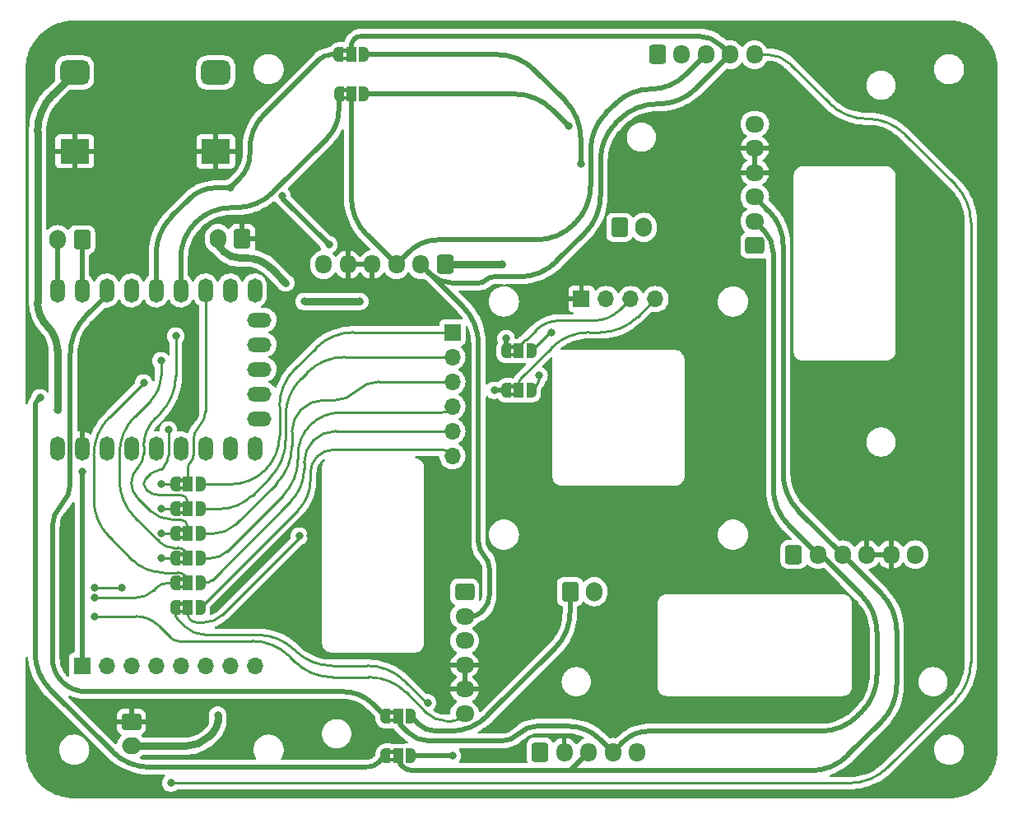
<source format=gtl>
%TF.GenerationSoftware,KiCad,Pcbnew,7.0.10*%
%TF.CreationDate,2024-01-30T15:19:49+08:00*%
%TF.ProjectId,imu-rounded,696d752d-726f-4756-9e64-65642e6b6963,rev?*%
%TF.SameCoordinates,Original*%
%TF.FileFunction,Copper,L1,Top*%
%TF.FilePolarity,Positive*%
%FSLAX46Y46*%
G04 Gerber Fmt 4.6, Leading zero omitted, Abs format (unit mm)*
G04 Created by KiCad (PCBNEW 7.0.10) date 2024-01-30 15:19:49*
%MOMM*%
%LPD*%
G01*
G04 APERTURE LIST*
G04 Aperture macros list*
%AMRoundRect*
0 Rectangle with rounded corners*
0 $1 Rounding radius*
0 $2 $3 $4 $5 $6 $7 $8 $9 X,Y pos of 4 corners*
0 Add a 4 corners polygon primitive as box body*
4,1,4,$2,$3,$4,$5,$6,$7,$8,$9,$2,$3,0*
0 Add four circle primitives for the rounded corners*
1,1,$1+$1,$2,$3*
1,1,$1+$1,$4,$5*
1,1,$1+$1,$6,$7*
1,1,$1+$1,$8,$9*
0 Add four rect primitives between the rounded corners*
20,1,$1+$1,$2,$3,$4,$5,0*
20,1,$1+$1,$4,$5,$6,$7,0*
20,1,$1+$1,$6,$7,$8,$9,0*
20,1,$1+$1,$8,$9,$2,$3,0*%
%AMFreePoly0*
4,1,19,0.550000,-0.750000,0.000000,-0.750000,0.000000,-0.744911,-0.071157,-0.744911,-0.207708,-0.704816,-0.327430,-0.627875,-0.420627,-0.520320,-0.479746,-0.390866,-0.500000,-0.250000,-0.500000,0.250000,-0.479746,0.390866,-0.420627,0.520320,-0.327430,0.627875,-0.207708,0.704816,-0.071157,0.744911,0.000000,0.744911,0.000000,0.750000,0.550000,0.750000,0.550000,-0.750000,0.550000,-0.750000,
$1*%
%AMFreePoly1*
4,1,19,0.000000,0.744911,0.071157,0.744911,0.207708,0.704816,0.327430,0.627875,0.420627,0.520320,0.479746,0.390866,0.500000,0.250000,0.500000,-0.250000,0.479746,-0.390866,0.420627,-0.520320,0.327430,-0.627875,0.207708,-0.704816,0.071157,-0.744911,0.000000,-0.744911,0.000000,-0.750000,-0.550000,-0.750000,-0.550000,0.750000,0.000000,0.750000,0.000000,0.744911,0.000000,0.744911,
$1*%
G04 Aperture macros list end*
%TA.AperFunction,ComponentPad*%
%ADD10R,1.700000X1.700000*%
%TD*%
%TA.AperFunction,ComponentPad*%
%ADD11O,1.700000X1.700000*%
%TD*%
%TA.AperFunction,SMDPad,CuDef*%
%ADD12FreePoly0,0.000000*%
%TD*%
%TA.AperFunction,SMDPad,CuDef*%
%ADD13R,1.000000X1.500000*%
%TD*%
%TA.AperFunction,SMDPad,CuDef*%
%ADD14FreePoly1,0.000000*%
%TD*%
%TA.AperFunction,ComponentPad*%
%ADD15R,2.000000X2.000000*%
%TD*%
%TA.AperFunction,SMDPad,CuDef*%
%ADD16R,3.000000X2.500000*%
%TD*%
%TA.AperFunction,ComponentPad*%
%ADD17C,2.000000*%
%TD*%
%TA.AperFunction,SMDPad,CuDef*%
%ADD18RoundRect,0.625000X0.875000X0.625000X-0.875000X0.625000X-0.875000X-0.625000X0.875000X-0.625000X0*%
%TD*%
%TA.AperFunction,ComponentPad*%
%ADD19RoundRect,0.250000X-0.600000X-0.750000X0.600000X-0.750000X0.600000X0.750000X-0.600000X0.750000X0*%
%TD*%
%TA.AperFunction,ComponentPad*%
%ADD20O,1.700000X2.000000*%
%TD*%
%TA.AperFunction,ComponentPad*%
%ADD21RoundRect,0.250000X-0.600000X-0.725000X0.600000X-0.725000X0.600000X0.725000X-0.600000X0.725000X0*%
%TD*%
%TA.AperFunction,ComponentPad*%
%ADD22O,1.700000X1.950000*%
%TD*%
%TA.AperFunction,ComponentPad*%
%ADD23RoundRect,0.250000X-0.750000X0.600000X-0.750000X-0.600000X0.750000X-0.600000X0.750000X0.600000X0*%
%TD*%
%TA.AperFunction,ComponentPad*%
%ADD24O,2.000000X1.700000*%
%TD*%
%TA.AperFunction,ComponentPad*%
%ADD25RoundRect,0.250000X0.600000X0.750000X-0.600000X0.750000X-0.600000X-0.750000X0.600000X-0.750000X0*%
%TD*%
%TA.AperFunction,ComponentPad*%
%ADD26O,1.500000X2.500000*%
%TD*%
%TA.AperFunction,ComponentPad*%
%ADD27O,2.500000X1.500000*%
%TD*%
%TA.AperFunction,ComponentPad*%
%ADD28RoundRect,0.250000X0.725000X-0.600000X0.725000X0.600000X-0.725000X0.600000X-0.725000X-0.600000X0*%
%TD*%
%TA.AperFunction,ComponentPad*%
%ADD29O,1.950000X1.700000*%
%TD*%
%TA.AperFunction,ComponentPad*%
%ADD30RoundRect,0.250000X-0.725000X0.600000X-0.725000X-0.600000X0.725000X-0.600000X0.725000X0.600000X0*%
%TD*%
%TA.AperFunction,ComponentPad*%
%ADD31RoundRect,0.250000X0.600000X0.725000X-0.600000X0.725000X-0.600000X-0.725000X0.600000X-0.725000X0*%
%TD*%
%TA.AperFunction,ViaPad*%
%ADD32C,0.800000*%
%TD*%
%TA.AperFunction,Conductor*%
%ADD33C,0.760000*%
%TD*%
%TA.AperFunction,Conductor*%
%ADD34C,0.500000*%
%TD*%
%TA.AperFunction,Conductor*%
%ADD35C,0.250000*%
%TD*%
G04 APERTURE END LIST*
%TA.AperFunction,EtchedComponent*%
%TO.C,JP15*%
G36*
X95328000Y-97844000D02*
G01*
X94828000Y-97844000D01*
X94828000Y-97444000D01*
X95328000Y-97444000D01*
X95328000Y-97844000D01*
G37*
%TD.AperFunction*%
%TA.AperFunction,EtchedComponent*%
G36*
X95328000Y-98644000D02*
G01*
X94828000Y-98644000D01*
X94828000Y-98244000D01*
X95328000Y-98244000D01*
X95328000Y-98644000D01*
G37*
%TD.AperFunction*%
%TA.AperFunction,EtchedComponent*%
%TO.C,JP5*%
G36*
X61292000Y-107496000D02*
G01*
X60792000Y-107496000D01*
X60792000Y-107096000D01*
X61292000Y-107096000D01*
X61292000Y-107496000D01*
G37*
%TD.AperFunction*%
%TA.AperFunction,EtchedComponent*%
G36*
X61292000Y-108296000D02*
G01*
X60792000Y-108296000D01*
X60792000Y-107896000D01*
X61292000Y-107896000D01*
X61292000Y-108296000D01*
G37*
%TD.AperFunction*%
%TA.AperFunction,EtchedComponent*%
%TO.C,JP1*%
G36*
X78086000Y-63300000D02*
G01*
X77586000Y-63300000D01*
X77586000Y-62900000D01*
X78086000Y-62900000D01*
X78086000Y-63300000D01*
G37*
%TD.AperFunction*%
%TA.AperFunction,EtchedComponent*%
G36*
X78086000Y-64100000D02*
G01*
X77586000Y-64100000D01*
X77586000Y-63700000D01*
X78086000Y-63700000D01*
X78086000Y-64100000D01*
G37*
%TD.AperFunction*%
%TA.AperFunction,EtchedComponent*%
%TO.C,JP4*%
G36*
X82912000Y-135436000D02*
G01*
X82412000Y-135436000D01*
X82412000Y-135036000D01*
X82912000Y-135036000D01*
X82912000Y-135436000D01*
G37*
%TD.AperFunction*%
%TA.AperFunction,EtchedComponent*%
G36*
X82912000Y-136236000D02*
G01*
X82412000Y-136236000D01*
X82412000Y-135836000D01*
X82912000Y-135836000D01*
X82912000Y-136236000D01*
G37*
%TD.AperFunction*%
%TA.AperFunction,EtchedComponent*%
%TO.C,JP10*%
G36*
X61292000Y-120196000D02*
G01*
X60792000Y-120196000D01*
X60792000Y-119796000D01*
X61292000Y-119796000D01*
X61292000Y-120196000D01*
G37*
%TD.AperFunction*%
%TA.AperFunction,EtchedComponent*%
G36*
X61292000Y-120996000D02*
G01*
X60792000Y-120996000D01*
X60792000Y-120596000D01*
X61292000Y-120596000D01*
X61292000Y-120996000D01*
G37*
%TD.AperFunction*%
%TA.AperFunction,EtchedComponent*%
%TO.C,JP2*%
G36*
X78116000Y-67364000D02*
G01*
X77616000Y-67364000D01*
X77616000Y-66964000D01*
X78116000Y-66964000D01*
X78116000Y-67364000D01*
G37*
%TD.AperFunction*%
%TA.AperFunction,EtchedComponent*%
G36*
X78116000Y-68164000D02*
G01*
X77616000Y-68164000D01*
X77616000Y-67764000D01*
X78116000Y-67764000D01*
X78116000Y-68164000D01*
G37*
%TD.AperFunction*%
%TA.AperFunction,EtchedComponent*%
%TO.C,JP6*%
G36*
X61292000Y-110036000D02*
G01*
X60792000Y-110036000D01*
X60792000Y-109636000D01*
X61292000Y-109636000D01*
X61292000Y-110036000D01*
G37*
%TD.AperFunction*%
%TA.AperFunction,EtchedComponent*%
G36*
X61292000Y-110836000D02*
G01*
X60792000Y-110836000D01*
X60792000Y-110436000D01*
X61292000Y-110436000D01*
X61292000Y-110836000D01*
G37*
%TD.AperFunction*%
%TA.AperFunction,EtchedComponent*%
%TO.C,JP16*%
G36*
X95328000Y-93780000D02*
G01*
X94828000Y-93780000D01*
X94828000Y-93380000D01*
X95328000Y-93380000D01*
X95328000Y-93780000D01*
G37*
%TD.AperFunction*%
%TA.AperFunction,EtchedComponent*%
G36*
X95328000Y-94580000D02*
G01*
X94828000Y-94580000D01*
X94828000Y-94180000D01*
X95328000Y-94180000D01*
X95328000Y-94580000D01*
G37*
%TD.AperFunction*%
%TA.AperFunction,EtchedComponent*%
%TO.C,JP8*%
G36*
X61292000Y-115116000D02*
G01*
X60792000Y-115116000D01*
X60792000Y-114716000D01*
X61292000Y-114716000D01*
X61292000Y-115116000D01*
G37*
%TD.AperFunction*%
%TA.AperFunction,EtchedComponent*%
G36*
X61292000Y-115916000D02*
G01*
X60792000Y-115916000D01*
X60792000Y-115516000D01*
X61292000Y-115516000D01*
X61292000Y-115916000D01*
G37*
%TD.AperFunction*%
%TA.AperFunction,EtchedComponent*%
%TO.C,JP7*%
G36*
X61292000Y-112576000D02*
G01*
X60792000Y-112576000D01*
X60792000Y-112176000D01*
X61292000Y-112176000D01*
X61292000Y-112576000D01*
G37*
%TD.AperFunction*%
%TA.AperFunction,EtchedComponent*%
G36*
X61292000Y-113376000D02*
G01*
X60792000Y-113376000D01*
X60792000Y-112976000D01*
X61292000Y-112976000D01*
X61292000Y-113376000D01*
G37*
%TD.AperFunction*%
%TA.AperFunction,EtchedComponent*%
%TO.C,JP3*%
G36*
X82912000Y-131372000D02*
G01*
X82412000Y-131372000D01*
X82412000Y-130972000D01*
X82912000Y-130972000D01*
X82912000Y-131372000D01*
G37*
%TD.AperFunction*%
%TA.AperFunction,EtchedComponent*%
G36*
X82912000Y-132172000D02*
G01*
X82412000Y-132172000D01*
X82412000Y-131772000D01*
X82912000Y-131772000D01*
X82912000Y-132172000D01*
G37*
%TD.AperFunction*%
%TA.AperFunction,EtchedComponent*%
%TO.C,JP9*%
G36*
X61292000Y-117656000D02*
G01*
X60792000Y-117656000D01*
X60792000Y-117256000D01*
X61292000Y-117256000D01*
X61292000Y-117656000D01*
G37*
%TD.AperFunction*%
%TA.AperFunction,EtchedComponent*%
G36*
X61292000Y-118456000D02*
G01*
X60792000Y-118456000D01*
X60792000Y-118056000D01*
X61292000Y-118056000D01*
X61292000Y-118456000D01*
G37*
%TD.AperFunction*%
%TD*%
D10*
%TO.P,J13,1,Pin_1*%
%TO.N,Net-(J13-Pin_1)*%
X88900000Y-92075000D03*
D11*
%TO.P,J13,2,Pin_2*%
%TO.N,Net-(J13-Pin_2)*%
X88900000Y-94615000D03*
%TO.P,J13,3,Pin_3*%
%TO.N,Net-(J13-Pin_3)*%
X88900000Y-97155000D03*
%TO.P,J13,4,Pin_4*%
%TO.N,Net-(J13-Pin_4)*%
X88900000Y-99695000D03*
%TO.P,J13,5,Pin_5*%
%TO.N,Net-(J13-Pin_5)*%
X88900000Y-102235000D03*
%TO.P,J13,6,Pin_6*%
%TO.N,Net-(J13-Pin_6)*%
X88900000Y-104775000D03*
%TD*%
D12*
%TO.P,JP15,1,A*%
%TO.N,ZERO_SDA0*%
X94428000Y-98044000D03*
D13*
%TO.P,JP15,2,C*%
%TO.N,OLED_SDA*%
X95728000Y-98044000D03*
D14*
%TO.P,JP15,3,B*%
%TO.N,PICO_SDA0*%
X97028000Y-98044000D03*
%TD*%
D12*
%TO.P,JP5,1,A*%
%TO.N,LIDAR_F_DRDY*%
X60392000Y-107696000D03*
D13*
%TO.P,JP5,2,C*%
%TO.N,Net-(JP5-C)*%
X61692000Y-107696000D03*
D14*
%TO.P,JP5,3,B*%
%TO.N,Net-(J13-Pin_1)*%
X62992000Y-107696000D03*
%TD*%
D15*
%TO.P,J15,1,Pin_1*%
%TO.N,GND*%
X64561732Y-73464423D03*
D16*
X64561732Y-73464423D03*
D15*
X50061732Y-73452223D03*
D16*
X50061732Y-73452223D03*
D17*
%TO.P,J15,2,Pin_2*%
%TO.N,+5V*%
X64561732Y-65352223D03*
D18*
X64561732Y-65352223D03*
D17*
%TO.P,J15,3,Pin_3*%
%TO.N,+3.3V*%
X50061732Y-65352223D03*
D18*
X50061732Y-65352223D03*
%TD*%
D12*
%TO.P,JP1,1,A*%
%TO.N,ZERO_SDA0*%
X77186000Y-63500000D03*
D13*
%TO.P,JP1,2,C*%
%TO.N,IMU0_SDA*%
X78486000Y-63500000D03*
D14*
%TO.P,JP1,3,B*%
%TO.N,PICO_SDA0*%
X79786000Y-63500000D03*
%TD*%
D19*
%TO.P,J3,1,Pin_1*%
%TO.N,PICO_SDA1*%
X101005000Y-118745000D03*
D20*
%TO.P,J3,2,Pin_2*%
%TO.N,PICO_SCL1*%
X103505000Y-118745000D03*
%TD*%
D12*
%TO.P,JP4,1,A*%
%TO.N,ZERO_SCL1*%
X82012000Y-135636000D03*
D13*
%TO.P,JP4,2,C*%
%TO.N,IMU1_SCL*%
X83312000Y-135636000D03*
D14*
%TO.P,JP4,3,B*%
%TO.N,PICO_SCL1*%
X84612000Y-135636000D03*
%TD*%
D12*
%TO.P,JP10,1,A*%
%TO.N,IMU1_DRDY*%
X60392000Y-120396000D03*
D13*
%TO.P,JP10,2,C*%
%TO.N,Net-(JP10-C)*%
X61692000Y-120396000D03*
D14*
%TO.P,JP10,3,B*%
%TO.N,Net-(J13-Pin_6)*%
X62992000Y-120396000D03*
%TD*%
D12*
%TO.P,JP2,1,A*%
%TO.N,ZERO_SCL0*%
X77216000Y-67564000D03*
D13*
%TO.P,JP2,2,C*%
%TO.N,IMU0_SCL*%
X78516000Y-67564000D03*
D14*
%TO.P,JP2,3,B*%
%TO.N,PICO_SCL0*%
X79816000Y-67564000D03*
%TD*%
D12*
%TO.P,JP6,1,A*%
%TO.N,LIDAR_L_DRDY*%
X60392000Y-110236000D03*
D13*
%TO.P,JP6,2,C*%
%TO.N,Net-(JP6-C)*%
X61692000Y-110236000D03*
D14*
%TO.P,JP6,3,B*%
%TO.N,Net-(J13-Pin_2)*%
X62992000Y-110236000D03*
%TD*%
D19*
%TO.P,J4,1,Pin_1*%
%TO.N,PICO_SDA0*%
X106085000Y-81280000D03*
D20*
%TO.P,J4,2,Pin_2*%
%TO.N,PICO_SCL0*%
X108585000Y-81280000D03*
%TD*%
D21*
%TO.P,J5,1,Pin_1*%
%TO.N,+5V*%
X97910000Y-135255000D03*
D22*
%TO.P,J5,2,Pin_2*%
%TO.N,GND*%
X100410000Y-135255000D03*
%TO.P,J5,3,Pin_3*%
%TO.N,IMU1_SCL*%
X102910000Y-135255000D03*
%TO.P,J5,4,Pin_4*%
%TO.N,IMU1_SDA*%
X105410000Y-135255000D03*
%TO.P,J5,5,Pin_5*%
%TO.N,IMU1_DRDY*%
X107910000Y-135255000D03*
%TD*%
D21*
%TO.P,J12,1,Pin_1*%
%TO.N,+5V*%
X109975000Y-63500000D03*
D22*
%TO.P,J12,2,Pin_2*%
%TO.N,GND*%
X112475000Y-63500000D03*
%TO.P,J12,3,Pin_3*%
%TO.N,IMU0_SCL*%
X114975000Y-63500000D03*
%TO.P,J12,4,Pin_4*%
%TO.N,IMU0_SDA*%
X117475000Y-63500000D03*
%TO.P,J12,5,Pin_5*%
%TO.N,IMU0_DRDY*%
X119975000Y-63500000D03*
%TD*%
D23*
%TO.P,J11,1,Pin_1*%
%TO.N,GND*%
X55880000Y-132120000D03*
D24*
%TO.P,J11,2,Pin_2*%
%TO.N,+5V*%
X55880000Y-134620000D03*
%TD*%
D25*
%TO.P,J2,1,Pin_1*%
%TO.N,GND*%
X67290000Y-82440000D03*
D20*
%TO.P,J2,2,Pin_2*%
%TO.N,+5V*%
X64790000Y-82440000D03*
%TD*%
D25*
%TO.P,J16,1,Pin_1*%
%TO.N,ZERO_RX0_PICO_TX*%
X50800000Y-82550000D03*
D20*
%TO.P,J16,2,Pin_2*%
%TO.N,ZERO_TX0_PICO_RX*%
X48300000Y-82550000D03*
%TD*%
D12*
%TO.P,JP16,1,A*%
%TO.N,ZERO_SCL0*%
X94428000Y-93980000D03*
D13*
%TO.P,JP16,2,C*%
%TO.N,OLED_SCL*%
X95728000Y-93980000D03*
D14*
%TO.P,JP16,3,B*%
%TO.N,PICO_SCL0*%
X97028000Y-93980000D03*
%TD*%
D12*
%TO.P,JP8,1,A*%
%TO.N,LIDAR_R_DRDY*%
X60392000Y-115316000D03*
D13*
%TO.P,JP8,2,C*%
%TO.N,Net-(JP8-C)*%
X61692000Y-115316000D03*
D14*
%TO.P,JP8,3,B*%
%TO.N,Net-(J13-Pin_4)*%
X62992000Y-115316000D03*
%TD*%
D26*
%TO.P,U1,1,0*%
%TO.N,ZERO_TX0_PICO_RX*%
X48260000Y-87765000D03*
%TO.P,U1,2,1*%
%TO.N,ZERO_RX0_PICO_TX*%
X50800000Y-87765000D03*
%TO.P,U1,3,2*%
%TO.N,ZERO_SDA1*%
X53340000Y-87765000D03*
%TO.P,U1,4,3*%
%TO.N,ZERO_SCL1*%
X55880000Y-87765000D03*
%TO.P,U1,5,4*%
%TO.N,ZERO_SDA0*%
X58420000Y-87765000D03*
%TO.P,U1,6,5*%
%TO.N,ZERO_SCL0*%
X60960000Y-87765000D03*
%TO.P,U1,7,6*%
%TO.N,Net-(JP5-C)*%
X63500000Y-87765000D03*
%TO.P,U1,8,7*%
%TO.N,Net-(JP6-C)*%
X66040000Y-87765000D03*
%TO.P,U1,9,8*%
%TO.N,Net-(JP7-C)*%
X68580000Y-87765000D03*
D27*
%TO.P,U1,10,9*%
%TO.N,Net-(JP8-C)*%
X69080000Y-90805000D03*
%TO.P,U1,11,10*%
%TO.N,Net-(JP9-C)*%
X69080000Y-93345000D03*
%TO.P,U1,12,11*%
%TO.N,Net-(JP10-C)*%
X69080000Y-95885000D03*
%TO.P,U1,13,12*%
%TO.N,Net-(J14-Pin_8)*%
X69080000Y-98425000D03*
%TO.P,U1,14,13*%
%TO.N,Net-(J14-Pin_7)*%
X69080000Y-100965000D03*
D26*
%TO.P,U1,15,14*%
%TO.N,Net-(J14-Pin_6)*%
X68580000Y-104005000D03*
%TO.P,U1,16,15*%
%TO.N,Net-(J14-Pin_5)*%
X66040000Y-104005000D03*
%TO.P,U1,17,26*%
%TO.N,Net-(J14-Pin_4)*%
X63500000Y-104005000D03*
%TO.P,U1,18,27*%
%TO.N,Net-(J14-Pin_3)*%
X60960000Y-104005000D03*
%TO.P,U1,19,28*%
%TO.N,Net-(J14-Pin_2)*%
X58420000Y-104005000D03*
%TO.P,U1,20,29*%
%TO.N,Net-(J14-Pin_1)*%
X55880000Y-104005000D03*
%TO.P,U1,21,3V3*%
%TO.N,+3.3V*%
X53340000Y-104005000D03*
%TO.P,U1,22,GND*%
%TO.N,GND*%
X50800000Y-104005000D03*
%TO.P,U1,23,5V*%
%TO.N,unconnected-(U1-5V-Pad23)*%
X48260000Y-104005000D03*
%TD*%
D12*
%TO.P,JP7,1,A*%
%TO.N,LIDAR_B_DRDY*%
X60392000Y-112776000D03*
D13*
%TO.P,JP7,2,C*%
%TO.N,Net-(JP7-C)*%
X61692000Y-112776000D03*
D14*
%TO.P,JP7,3,B*%
%TO.N,Net-(J13-Pin_3)*%
X62992000Y-112776000D03*
%TD*%
D12*
%TO.P,JP3,1,A*%
%TO.N,ZERO_SDA1*%
X82012000Y-131572000D03*
D13*
%TO.P,JP3,2,C*%
%TO.N,IMU1_SDA*%
X83312000Y-131572000D03*
D14*
%TO.P,JP3,3,B*%
%TO.N,PICO_SDA1*%
X84612000Y-131572000D03*
%TD*%
D10*
%TO.P,J14,1,Pin_1*%
%TO.N,Net-(J14-Pin_1)*%
X50800000Y-126365000D03*
D11*
%TO.P,J14,2,Pin_2*%
%TO.N,Net-(J14-Pin_2)*%
X53340000Y-126365000D03*
%TO.P,J14,3,Pin_3*%
%TO.N,Net-(J14-Pin_3)*%
X55880000Y-126365000D03*
%TO.P,J14,4,Pin_4*%
%TO.N,Net-(J14-Pin_4)*%
X58420000Y-126365000D03*
%TO.P,J14,5,Pin_5*%
%TO.N,Net-(J14-Pin_5)*%
X60960000Y-126365000D03*
%TO.P,J14,6,Pin_6*%
%TO.N,Net-(J14-Pin_6)*%
X63500000Y-126365000D03*
%TO.P,J14,7,Pin_7*%
%TO.N,Net-(J14-Pin_7)*%
X66040000Y-126365000D03*
%TO.P,J14,8,Pin_8*%
%TO.N,Net-(J14-Pin_8)*%
X68580000Y-126365000D03*
%TD*%
D10*
%TO.P,U2,1,Pin_1*%
%TO.N,GND*%
X102184200Y-88646000D03*
D11*
%TO.P,U2,2,Pin_2*%
%TO.N,+5V*%
X104724200Y-88646000D03*
%TO.P,U2,3,Pin_3*%
%TO.N,OLED_SCL*%
X107264200Y-88646000D03*
%TO.P,U2,4,Pin_4*%
%TO.N,OLED_SDA*%
X109804200Y-88646000D03*
%TD*%
D12*
%TO.P,JP9,1,A*%
%TO.N,IMU0_DRDY*%
X60392000Y-117856000D03*
D13*
%TO.P,JP9,2,C*%
%TO.N,Net-(JP9-C)*%
X61692000Y-117856000D03*
D14*
%TO.P,JP9,3,B*%
%TO.N,Net-(J13-Pin_5)*%
X62992000Y-117856000D03*
%TD*%
D28*
%TO.P,TR1,1,Pin_1*%
%TO.N,+5V*%
X120015000Y-83145000D03*
D29*
%TO.P,TR1,2,Pin_2*%
%TO.N,IMU1_SDA*%
X120015000Y-80645000D03*
%TO.P,TR1,3,Pin_3*%
%TO.N,IMU1_SCL*%
X120015000Y-78145000D03*
%TO.P,TR1,4,Pin_4*%
%TO.N,GND*%
X120015000Y-75645000D03*
%TO.P,TR1,5,Pin_5*%
X120015000Y-73145000D03*
%TO.P,TR1,6,Pin_6*%
%TO.N,LIDAR_R_DRDY*%
X120015000Y-70645000D03*
%TD*%
D30*
%TO.P,LL1,1,Pin_1*%
%TO.N,+5V*%
X90170000Y-118785000D03*
D29*
%TO.P,LL1,2,Pin_2*%
%TO.N,IMU0_SDA*%
X90170000Y-121285000D03*
%TO.P,LL1,3,Pin_3*%
%TO.N,IMU0_SCL*%
X90170000Y-123785000D03*
%TO.P,LL1,4,Pin_4*%
%TO.N,GND*%
X90170000Y-126285000D03*
%TO.P,LL1,5,Pin_5*%
X90170000Y-128785000D03*
%TO.P,LL1,6,Pin_6*%
%TO.N,LIDAR_L_DRDY*%
X90170000Y-131285000D03*
%TD*%
D21*
%TO.P,TB1,1,Pin_1*%
%TO.N,+5V*%
X124025000Y-114935000D03*
D22*
%TO.P,TB1,2,Pin_2*%
%TO.N,IMU1_SDA*%
X126525000Y-114935000D03*
%TO.P,TB1,3,Pin_3*%
%TO.N,IMU1_SCL*%
X129025000Y-114935000D03*
%TO.P,TB1,4,Pin_4*%
%TO.N,GND*%
X131525000Y-114935000D03*
%TO.P,TB1,5,Pin_5*%
X134025000Y-114935000D03*
%TO.P,TB1,6,Pin_6*%
%TO.N,LIDAR_B_DRDY*%
X136525000Y-114935000D03*
%TD*%
D31*
%TO.P,LF1,1,Pin_1*%
%TO.N,+5V*%
X88145000Y-85090000D03*
D22*
%TO.P,LF1,2,Pin_2*%
%TO.N,IMU0_SDA*%
X85645000Y-85090000D03*
%TO.P,LF1,3,Pin_3*%
%TO.N,IMU0_SCL*%
X83145000Y-85090000D03*
%TO.P,LF1,4,Pin_4*%
%TO.N,GND*%
X80645000Y-85090000D03*
%TO.P,LF1,5,Pin_5*%
X78145000Y-85090000D03*
%TO.P,LF1,6,Pin_6*%
%TO.N,LIDAR_F_DRDY*%
X75645000Y-85090000D03*
%TD*%
D32*
%TO.N,+5V*%
X73660000Y-88900000D03*
X93980000Y-85090000D03*
X64770000Y-131445000D03*
X71755000Y-86995000D03*
X79375000Y-88900000D03*
%TO.N,GND*%
X74930000Y-76200000D03*
X74295000Y-113030000D03*
X75565000Y-80010000D03*
X49530000Y-111760000D03*
X46990000Y-130810000D03*
X73660000Y-132080000D03*
X104775000Y-130175000D03*
X49530000Y-118745000D03*
%TO.N,LIDAR_B_DRDY*%
X58928000Y-112776000D03*
%TO.N,PICO_SCL1*%
X88900000Y-135636000D03*
%TO.N,PICO_SDA0*%
X97827000Y-96520000D03*
X102108000Y-74764000D03*
%TO.N,PICO_SCL0*%
X100838000Y-70829000D03*
X99060000Y-92075000D03*
%TO.N,IMU1_DRDY*%
X86360000Y-130175000D03*
%TO.N,LIDAR_L_DRDY*%
X52070000Y-121285000D03*
X58932653Y-110231347D03*
%TO.N,LIDAR_F_DRDY*%
X58928000Y-107696000D03*
%TO.N,LIDAR_R_DRDY*%
X52070000Y-118364000D03*
X54864000Y-118364000D03*
X58928000Y-115316000D03*
%TO.N,IMU0_DRDY*%
X52070000Y-119380000D03*
X59944000Y-138430000D03*
%TO.N,Net-(J14-Pin_1)*%
X50800000Y-106426000D03*
%TO.N,+3.3V*%
X48260000Y-100076000D03*
%TO.N,ZERO_SDA0*%
X76200000Y-83058000D03*
X66040000Y-77216000D03*
X71374000Y-78015000D03*
X93218000Y-98044000D03*
%TO.N,ZERO_SCL0*%
X94428000Y-92710000D03*
%TO.N,ZERO_SCL1*%
X46482000Y-98806000D03*
%TO.N,Net-(JP6-C)*%
X59690000Y-102108000D03*
%TO.N,Net-(JP7-C)*%
X60452000Y-92456000D03*
%TO.N,Net-(JP8-C)*%
X58928000Y-94996000D03*
%TO.N,Net-(JP9-C)*%
X57150000Y-97282000D03*
%TO.N,Net-(JP10-C)*%
X73152000Y-113030000D03*
%TD*%
D33*
%TO.N,+5V*%
X73660000Y-88900000D02*
X79375000Y-88900000D01*
X65415000Y-83780362D02*
X65042918Y-83408280D01*
X93980000Y-85090000D02*
X88145000Y-85090000D01*
X61517961Y-134620000D02*
X55880000Y-134620000D01*
X64790000Y-82797681D02*
X64790000Y-82440000D01*
X66923883Y-84405362D02*
X67602681Y-84405362D01*
X71755000Y-86995000D02*
X70270344Y-85510344D01*
X64320987Y-133164012D02*
X63817500Y-133667500D01*
X64770000Y-131445000D02*
X64770000Y-132080000D01*
X61517961Y-134619984D02*
G75*
G03*
X63817500Y-133667500I39J3251984D01*
G01*
X70270352Y-85510336D02*
G75*
G03*
X67602681Y-84405362I-2667652J-2667664D01*
G01*
X65415013Y-83780349D02*
G75*
G03*
X66923883Y-84405362I1508887J1508849D01*
G01*
X64790009Y-82797681D02*
G75*
G03*
X65042919Y-83408279I863491J-19D01*
G01*
X64320982Y-133164007D02*
G75*
G03*
X64770000Y-132080000I-1083982J1084007D01*
G01*
D34*
%TO.N,IMU1_SDA*%
X126778036Y-133096000D02*
X109095643Y-133096000D01*
X84263802Y-133160198D02*
X83536999Y-132433395D01*
X126932419Y-115041419D02*
X130994207Y-119103207D01*
X100857146Y-132588000D02*
X97597630Y-132588000D01*
X83312000Y-131890198D02*
X83312000Y-131572000D01*
X86561655Y-134112000D02*
X93918369Y-134112000D01*
X132588000Y-127286036D02*
X132588000Y-122950963D01*
X126418580Y-114828580D02*
X123513792Y-111923792D01*
X106489500Y-134175500D02*
X105410000Y-135255000D01*
X104076500Y-133921500D02*
X105410000Y-135255000D01*
X130994206Y-131133792D02*
X130625792Y-131502207D01*
X120967500Y-81597500D02*
X120015000Y-80645000D01*
X121920000Y-83897038D02*
X121920000Y-108076036D01*
X93918369Y-134111987D02*
G75*
G03*
X95758000Y-133350000I31J2601587D01*
G01*
X121919990Y-108076036D02*
G75*
G03*
X123513793Y-111923791I5441610J36D01*
G01*
X83312003Y-131890198D02*
G75*
G03*
X83537000Y-132433394I768197J-2D01*
G01*
X109095643Y-133096019D02*
G75*
G03*
X106489501Y-134175501I-43J-3685581D01*
G01*
X132588010Y-122950963D02*
G75*
G03*
X130994206Y-119103208I-5441610J-37D01*
G01*
X126932411Y-115041427D02*
G75*
G03*
X126675500Y-114935000I-256911J-256873D01*
G01*
X104076486Y-133921514D02*
G75*
G03*
X100857146Y-132588000I-3219386J-3219386D01*
G01*
X130994199Y-131133785D02*
G75*
G03*
X132588000Y-127286036I-3847799J3847785D01*
G01*
X97597630Y-132588013D02*
G75*
G03*
X95758000Y-133350000I-30J-2601587D01*
G01*
X121919984Y-83897038D02*
G75*
G03*
X120967500Y-81597500I-3251984J38D01*
G01*
X126778036Y-133096010D02*
G75*
G03*
X130625792Y-131502207I-36J5441610D01*
G01*
X84263815Y-133160185D02*
G75*
G03*
X86561655Y-134112000I2297885J2297885D01*
G01*
X126418588Y-114828572D02*
G75*
G03*
X126675500Y-114935000I256912J256872D01*
G01*
%TO.N,IMU1_SCL*%
X125762036Y-137160000D02*
X100794500Y-137160000D01*
X100373500Y-137160000D02*
X100794500Y-137160000D01*
X124529792Y-110439792D02*
X129025000Y-114935000D01*
X100794500Y-137160000D02*
X100373500Y-137160000D01*
X133026207Y-118936207D02*
X129025000Y-114935000D01*
X101153845Y-137011154D02*
X102910000Y-135255000D01*
X84827234Y-137160000D02*
X100373500Y-137160000D01*
X83755802Y-136716198D02*
X83536999Y-136497395D01*
X121475500Y-79605500D02*
X120015000Y-78145000D01*
X122936000Y-106592036D02*
X122936000Y-83131458D01*
X83312000Y-135954198D02*
X83312000Y-135636000D01*
X134620000Y-122783963D02*
X134620000Y-128302036D01*
X129609792Y-135566207D02*
X133026207Y-132149792D01*
X100794500Y-137159996D02*
G75*
G03*
X101153844Y-137011153I0J508196D01*
G01*
X83755792Y-136716208D02*
G75*
G03*
X84827234Y-137160000I1071408J1071408D01*
G01*
X122935990Y-106592036D02*
G75*
G03*
X124529793Y-110439791I5441610J36D01*
G01*
X100794500Y-137160000D02*
X100794500Y-137160000D01*
X122936017Y-83131458D02*
G75*
G03*
X121475500Y-79605500I-4986517J-42D01*
G01*
X83312003Y-135954198D02*
G75*
G03*
X83537000Y-136497394I768197J-2D01*
G01*
X125762036Y-137160010D02*
G75*
G03*
X129609792Y-135566207I-36J5441610D01*
G01*
X134620010Y-122783963D02*
G75*
G03*
X133026206Y-118936208I-5441610J-37D01*
G01*
X133026200Y-132149785D02*
G75*
G03*
X134620000Y-128302036I-3847800J3847785D01*
G01*
D33*
%TO.N,GND*%
X49530000Y-117792500D02*
X49530000Y-118427500D01*
X49530000Y-117792500D02*
X49530000Y-111760000D01*
X49530000Y-118745000D02*
X49530000Y-118427500D01*
D35*
%TO.N,LIDAR_B_DRDY*%
X58928000Y-112776000D02*
X60392000Y-112776000D01*
D34*
%TO.N,PICO_SDA1*%
X101005000Y-120884000D02*
X101005000Y-118745000D01*
X92525792Y-131502207D02*
X99492498Y-124535501D01*
X85374000Y-132334000D02*
X84612000Y-131572000D01*
X88678036Y-133096000D02*
X87213630Y-133096000D01*
X99492498Y-124535501D02*
G75*
G03*
X101005000Y-120884000I-3651498J3651501D01*
G01*
X85373991Y-132334009D02*
G75*
G03*
X87213630Y-133096000I1839609J1839609D01*
G01*
X88678036Y-133096010D02*
G75*
G03*
X92525792Y-131502207I-36J5441610D01*
G01*
%TO.N,PICO_SCL1*%
X88900000Y-135636000D02*
X84612000Y-135636000D01*
D35*
%TO.N,PICO_SDA0*%
X97827000Y-96882500D02*
X97827000Y-96520000D01*
X97570673Y-97501326D02*
X97028000Y-98044000D01*
D34*
X97351792Y-65093792D02*
X100514207Y-68256207D01*
X93504036Y-63500000D02*
X79786000Y-63500000D01*
X102108000Y-72103963D02*
X102108000Y-74764000D01*
X97351784Y-65093800D02*
G75*
G03*
X93504036Y-63500000I-3847784J-3847800D01*
G01*
X102108010Y-72103963D02*
G75*
G03*
X100514206Y-68256208I-5441610J-37D01*
G01*
D35*
X97570683Y-97501336D02*
G75*
G03*
X97827000Y-96882500I-618883J618836D01*
G01*
D34*
%TO.N,PICO_SCL0*%
X95319036Y-67564000D02*
X79816000Y-67564000D01*
D35*
X98888098Y-92119901D02*
X97028000Y-93980000D01*
D34*
X100838000Y-70829000D02*
X100683000Y-70829000D01*
D35*
X98996500Y-92075000D02*
X99060000Y-92075000D01*
D34*
X99166792Y-69157792D02*
X100838000Y-70829000D01*
X99166784Y-69157800D02*
G75*
G03*
X95319036Y-67564000I-3847784J-3847800D01*
G01*
D35*
X98996500Y-92074999D02*
G75*
G03*
X98888098Y-92119901I0J-153301D01*
G01*
%TO.N,IMU1_DRDY*%
X63529662Y-123190000D02*
X68874935Y-123190000D01*
X86360000Y-130175000D02*
X86296500Y-130175000D01*
X84016792Y-127958792D02*
X86188098Y-130130098D01*
X60392000Y-120874000D02*
X60392000Y-120396000D01*
X80169036Y-126365000D02*
X76540064Y-126365000D01*
X60729997Y-121689997D02*
X61311000Y-122271000D01*
X61311011Y-122270989D02*
G75*
G03*
X63529662Y-123190000I2218689J2218689D01*
G01*
X86188099Y-130130097D02*
G75*
G03*
X86296500Y-130175000I108401J108397D01*
G01*
X72707489Y-124777511D02*
G75*
G03*
X68874935Y-123190000I-3832589J-3832589D01*
G01*
X72707511Y-124777489D02*
G75*
G03*
X76540064Y-126365000I3832589J3832589D01*
G01*
X84016784Y-127958800D02*
G75*
G03*
X80169036Y-126365000I-3847784J-3847800D01*
G01*
X60392002Y-120874000D02*
G75*
G03*
X60729997Y-121689997I1153998J0D01*
G01*
D34*
%TO.N,IMU0_SDA*%
X78878663Y-61857336D02*
X78813500Y-61922500D01*
X104140000Y-78010036D02*
X104140000Y-74389963D01*
X91889012Y-120835987D02*
X92075000Y-120650000D01*
X90001207Y-89446207D02*
X85645000Y-85090000D01*
X95790036Y-86360000D02*
X93159012Y-86360000D01*
X80254000Y-61595000D02*
X79512000Y-61595000D01*
X90805000Y-121285000D02*
X90170000Y-121285000D01*
X91625987Y-86995000D02*
X88897038Y-86995000D01*
X86597500Y-86042500D02*
X85645000Y-85090000D01*
X109949963Y-68580000D02*
X110141036Y-68580000D01*
X78486000Y-62713154D02*
X78486000Y-63500000D01*
X117475000Y-63500000D02*
X116522500Y-62547500D01*
X102546207Y-81857792D02*
X99637792Y-84766207D01*
X92710000Y-116358424D02*
X92710000Y-119116974D01*
X91595000Y-113666575D02*
X91595000Y-93293963D01*
X80254000Y-61595000D02*
X114222961Y-61595000D01*
X106102206Y-70173792D02*
X105733792Y-70542207D01*
X117475000Y-63500000D02*
X113988792Y-66986207D01*
X86597489Y-86042511D02*
G75*
G03*
X88897038Y-86995000I2299511J2299511D01*
G01*
X91595010Y-113666575D02*
G75*
G03*
X92152500Y-115012500I1903390J-25D01*
G01*
X91595010Y-93293963D02*
G75*
G03*
X90001206Y-89446208I-5441610J-37D01*
G01*
X105733821Y-70542236D02*
G75*
G03*
X104140000Y-74389963I3847679J-3847764D01*
G01*
X78813534Y-61922534D02*
G75*
G03*
X78486000Y-62713154I790566J-790666D01*
G01*
X102546200Y-81857785D02*
G75*
G03*
X104140000Y-78010036I-3847800J3847785D01*
G01*
X91625987Y-86994994D02*
G75*
G03*
X92392500Y-86677500I13J1083994D01*
G01*
X92075008Y-120650008D02*
G75*
G03*
X92710000Y-119116974I-1533008J1533008D01*
G01*
X79512000Y-61595008D02*
G75*
G03*
X78878664Y-61857337I0J-895692D01*
G01*
X90805000Y-121285006D02*
G75*
G03*
X91889011Y-120835986I0J1533006D01*
G01*
X109949963Y-68579988D02*
G75*
G03*
X106102206Y-70173792I37J-5441612D01*
G01*
X116522511Y-62547489D02*
G75*
G03*
X114222961Y-61595000I-2299511J-2299511D01*
G01*
X110141036Y-68580010D02*
G75*
G03*
X113988792Y-66986207I-36J5441610D01*
G01*
X95790036Y-86360010D02*
G75*
G03*
X99637792Y-84766207I-36J5441610D01*
G01*
X92709990Y-116358424D02*
G75*
G03*
X92152500Y-115012500I-1903390J24D01*
G01*
X93159012Y-86360006D02*
G75*
G03*
X92392500Y-86677500I-12J-1083994D01*
G01*
%TO.N,IMU0_SCL*%
X84415000Y-83820000D02*
X83145000Y-85090000D01*
X101415792Y-80956206D02*
X101530207Y-80841792D01*
X78516000Y-78207036D02*
X78516000Y-67564000D01*
X103124000Y-73373963D02*
X103124000Y-76994036D01*
X105692115Y-68551884D02*
X104717792Y-69526207D01*
X112914884Y-65560115D02*
X114975000Y-63500000D01*
X87481051Y-82550000D02*
X97568036Y-82550000D01*
X80109792Y-82054792D02*
X83145000Y-85090000D01*
X104717821Y-69526236D02*
G75*
G03*
X103124000Y-73373963I3847679J-3847764D01*
G01*
X109303500Y-67056009D02*
G75*
G03*
X105692115Y-68551884I0J-5107291D01*
G01*
X78515990Y-78207036D02*
G75*
G03*
X80109793Y-82054791I5441610J36D01*
G01*
X109303500Y-67055990D02*
G75*
G03*
X112914884Y-65560115I0J5107290D01*
G01*
X87481051Y-82550022D02*
G75*
G03*
X84415001Y-83820001I-51J-4335978D01*
G01*
X97568036Y-82550009D02*
G75*
G03*
X101415792Y-80956206I-36J5441609D01*
G01*
X101530200Y-80841785D02*
G75*
G03*
X103124000Y-76994036I-3847800J3847785D01*
G01*
D35*
%TO.N,LIDAR_L_DRDY*%
X59359174Y-122912474D02*
X59967525Y-123520825D01*
X80318731Y-127540000D02*
X76548963Y-127540000D01*
X59967525Y-123520825D02*
X59359174Y-122912474D01*
X89791000Y-131664000D02*
X90170000Y-131285000D01*
X59359174Y-122912474D02*
X58874701Y-122428000D01*
X84166487Y-129133792D02*
X86249686Y-131216991D01*
X88876013Y-132043000D02*
X88243847Y-132043000D01*
X58934979Y-110233673D02*
X58932653Y-110231347D01*
X72701207Y-125946207D02*
X72173792Y-125418792D01*
X58940596Y-110236000D02*
X60392000Y-110236000D01*
X58697525Y-122250825D02*
X59359174Y-122912474D01*
X60701869Y-123825000D02*
X68326036Y-123825000D01*
X56365817Y-121285000D02*
X52070000Y-121285000D01*
X59359174Y-122912474D02*
X59359174Y-122912474D01*
X86249656Y-131217021D02*
G75*
G03*
X88243847Y-132043000I1994144J1994221D01*
G01*
X58697510Y-122250840D02*
G75*
G03*
X56365817Y-121285000I-2331710J-2331660D01*
G01*
X72701215Y-125946199D02*
G75*
G03*
X76548963Y-127540000I3847785J3847799D01*
G01*
X58934990Y-110233662D02*
G75*
G03*
X58940596Y-110236000I5610J5562D01*
G01*
X59967545Y-123520805D02*
G75*
G03*
X60701869Y-123825000I734355J734305D01*
G01*
X84166482Y-129133797D02*
G75*
G03*
X80318731Y-127540000I-3847782J-3847803D01*
G01*
X72173784Y-125418800D02*
G75*
G03*
X68326036Y-123825000I-3847784J-3847800D01*
G01*
X88876013Y-132043005D02*
G75*
G03*
X89791000Y-131664000I-13J1294005D01*
G01*
%TO.N,LIDAR_F_DRDY*%
X58928000Y-107696000D02*
X60392000Y-107696000D01*
%TO.N,LIDAR_R_DRDY*%
X54864000Y-118364000D02*
X52070000Y-118364000D01*
X58928000Y-115316000D02*
X60392000Y-115316000D01*
%TO.N,OLED_SCL*%
X95890500Y-93357879D02*
X96307451Y-92940928D01*
X97464999Y-91884999D02*
X96480928Y-92869071D01*
X95728000Y-93750190D02*
X95728000Y-93980000D01*
X106154700Y-89755500D02*
X107264200Y-88646000D01*
X103476130Y-90865000D02*
X99927497Y-90865000D01*
X96394190Y-92905003D02*
G75*
G03*
X96307452Y-92940929I10J-122697D01*
G01*
X99927497Y-90864998D02*
G75*
G03*
X97464999Y-91884999I3J-3482502D01*
G01*
X96394190Y-92904982D02*
G75*
G03*
X96480928Y-92869071I10J122682D01*
G01*
X95890508Y-93357887D02*
G75*
G03*
X95728000Y-93750190I392292J-392313D01*
G01*
X103476130Y-90865012D02*
G75*
G03*
X106154700Y-89755500I-30J3788112D01*
G01*
%TO.N,OLED_SDA*%
X96081553Y-96690446D02*
X99103207Y-93668792D01*
X95728000Y-97544000D02*
X95728000Y-98044000D01*
X102950963Y-92075000D02*
X104121236Y-92075000D01*
X107968992Y-90481207D02*
X109804200Y-88646000D01*
X102950963Y-92074960D02*
G75*
G03*
X99103208Y-93668793I37J-5441540D01*
G01*
X96081555Y-96690448D02*
G75*
G03*
X95728000Y-97544000I853545J-853552D01*
G01*
X104121236Y-92075010D02*
G75*
G03*
X107968992Y-90481207I-36J5441610D01*
G01*
%TO.N,IMU0_DRDY*%
X59660000Y-117856000D02*
X60392000Y-117856000D01*
X131604036Y-70104000D02*
X131539963Y-70104000D01*
X121328500Y-63500000D02*
X119975000Y-63500000D01*
X133673792Y-136836207D02*
X140646207Y-129863792D01*
X123639069Y-64457069D02*
X127692207Y-68510207D01*
X142240000Y-80739963D02*
X142240000Y-126016036D01*
X58165999Y-118617999D02*
X58410397Y-118373602D01*
X140646207Y-76892207D02*
X135451792Y-71697792D01*
X129826036Y-138430000D02*
X59944000Y-138430000D01*
X56326369Y-119380000D02*
X52070000Y-119380000D01*
X123639061Y-64457077D02*
G75*
G03*
X121328500Y-63500000I-2310561J-2310523D01*
G01*
X59660000Y-117855999D02*
G75*
G03*
X58410398Y-118373603I0J-1767201D01*
G01*
X135451784Y-71697800D02*
G75*
G03*
X131604036Y-70104000I-3847784J-3847800D01*
G01*
X142240010Y-80739963D02*
G75*
G03*
X140646206Y-76892208I-5441610J-37D01*
G01*
X140646200Y-129863785D02*
G75*
G03*
X142240000Y-126016036I-3847800J3847785D01*
G01*
X129826036Y-138430010D02*
G75*
G03*
X133673792Y-136836207I-36J5441610D01*
G01*
X127692215Y-68510199D02*
G75*
G03*
X131539963Y-70104000I3847785J3847799D01*
G01*
X56326369Y-119379985D02*
G75*
G03*
X58165998Y-118617998I31J2601585D01*
G01*
%TO.N,Net-(J13-Pin_1)*%
X78727683Y-92075000D02*
X88900000Y-92075000D01*
X71120000Y-102709541D02*
X71120000Y-99682683D01*
X72713792Y-95834926D02*
X74879927Y-93668792D01*
X66133541Y-107696000D02*
X62992000Y-107696000D01*
X66133541Y-107696017D02*
G75*
G03*
X69659500Y-106235500I-41J4986517D01*
G01*
X72713791Y-95834925D02*
G75*
G03*
X71120000Y-99682683I3847809J-3847775D01*
G01*
X78727683Y-92074974D02*
G75*
G03*
X74879928Y-93668793I17J-5441526D01*
G01*
X69659500Y-106235500D02*
G75*
G03*
X71120000Y-102709541I-3525960J3525960D01*
G01*
%TO.N,Net-(J13-Pin_2)*%
X77818963Y-94615000D02*
X88900000Y-94615000D01*
X73348792Y-96831206D02*
X73971207Y-96208792D01*
X68320939Y-108844060D02*
X70161207Y-107003792D01*
X71755000Y-100678963D02*
X71755000Y-103156036D01*
X64960500Y-110236000D02*
X62992000Y-110236000D01*
X77818963Y-94614960D02*
G75*
G03*
X73971208Y-96208793I37J-5441540D01*
G01*
X64960500Y-110235993D02*
G75*
G03*
X68320939Y-108844060I0J4752393D01*
G01*
X73348801Y-96831215D02*
G75*
G03*
X71755000Y-100678963I3847799J-3847785D01*
G01*
X70161200Y-107003785D02*
G75*
G03*
X71755000Y-103156036I-3847800J3847785D01*
G01*
%TO.N,Net-(J13-Pin_3)*%
X72390000Y-103791036D02*
X72390000Y-102312038D01*
X70796207Y-107638792D02*
X66601926Y-111833073D01*
X81357038Y-97155000D02*
X88900000Y-97155000D01*
X64325500Y-112776000D02*
X62992000Y-112776000D01*
X76757961Y-99060000D02*
X75642038Y-99060000D01*
X73342489Y-100012489D02*
G75*
G03*
X72390000Y-102312038I2299511J-2299511D01*
G01*
X76757961Y-99059984D02*
G75*
G03*
X79057500Y-98107500I39J3251984D01*
G01*
X81357038Y-97155016D02*
G75*
G03*
X79057500Y-98107500I-38J-3251984D01*
G01*
X64325500Y-112775985D02*
G75*
G03*
X66601925Y-111833072I0J3219385D01*
G01*
X70796200Y-107638785D02*
G75*
G03*
X72390000Y-103791036I-3847800J3847785D01*
G01*
X75642038Y-99060016D02*
G75*
G03*
X73342500Y-100012500I-38J-3251984D01*
G01*
%TO.N,Net-(J13-Pin_4)*%
X65742420Y-114597579D02*
X71453455Y-108886544D01*
X64008000Y-115316000D02*
X62992000Y-115316000D01*
X87815987Y-100330000D02*
X77361051Y-100330000D01*
X88582500Y-100012500D02*
X88900000Y-99695000D01*
X73025000Y-105092500D02*
X73025000Y-104666051D01*
X71453458Y-108886547D02*
G75*
G03*
X73025000Y-105092500I-3794058J3794047D01*
G01*
X74294985Y-101599985D02*
G75*
G03*
X73025000Y-104666051I3066015J-3066015D01*
G01*
X77361051Y-100330022D02*
G75*
G03*
X74295001Y-101600001I-51J-4335978D01*
G01*
X64008000Y-115316011D02*
G75*
G03*
X65742420Y-114597579I0J2452811D01*
G01*
X87815987Y-100329994D02*
G75*
G03*
X88582500Y-100012500I13J1083994D01*
G01*
%TO.N,Net-(J13-Pin_5)*%
X63436500Y-117856000D02*
X62992000Y-117856000D01*
X73660000Y-106108500D02*
X73660000Y-105487038D01*
X76912038Y-102235000D02*
X88900000Y-102235000D01*
X64195308Y-117541691D02*
X72268060Y-109468939D01*
X76912038Y-102235016D02*
G75*
G03*
X74612500Y-103187500I-38J-3251984D01*
G01*
X72268065Y-109468944D02*
G75*
G03*
X73660000Y-106108500I-3360465J3360444D01*
G01*
X74612489Y-103187489D02*
G75*
G03*
X73660000Y-105487038I2299511J-2299511D01*
G01*
X63436500Y-117856004D02*
G75*
G03*
X64195308Y-117541691I0J1073104D01*
G01*
%TO.N,Net-(J13-Pin_6)*%
X74295000Y-106524828D02*
X74295000Y-107315000D01*
X73037764Y-110350235D02*
X62992000Y-120396000D01*
X88582500Y-104457500D02*
X88900000Y-104775000D01*
X87815987Y-104140000D02*
X76679828Y-104140000D01*
X88582504Y-104457496D02*
G75*
G03*
X87815987Y-104140000I-766504J-766504D01*
G01*
X74993492Y-104838492D02*
G75*
G03*
X74295000Y-106524828I1686308J-1686308D01*
G01*
X76679828Y-104140012D02*
G75*
G03*
X74993500Y-104838500I-28J-2384788D01*
G01*
X73037770Y-110350241D02*
G75*
G03*
X74295000Y-107315000I-3035270J3035241D01*
G01*
D34*
%TO.N,Net-(J14-Pin_1)*%
X50800000Y-106426000D02*
X50800000Y-126365000D01*
D33*
%TO.N,+3.3V*%
X46228000Y-88987159D02*
X46228000Y-71439918D01*
X48260000Y-100076000D02*
X48260000Y-93892840D01*
X47821792Y-67592162D02*
X50061732Y-65352223D01*
X47821793Y-67592163D02*
G75*
G03*
X46228000Y-71439918I3847707J-3847737D01*
G01*
X46228001Y-88987159D02*
G75*
G03*
X47244000Y-91440000I3468839J-1D01*
G01*
X48259983Y-93892840D02*
G75*
G03*
X47244000Y-91440000I-3468783J40D01*
G01*
D34*
%TO.N,ZERO_RX0_PICO_TX*%
X50800000Y-82550000D02*
X50800000Y-88265000D01*
%TO.N,ZERO_TX0_PICO_RX*%
X48300000Y-88196715D02*
X48300000Y-82550000D01*
X48280000Y-88245000D02*
X48260000Y-88265000D01*
X48279995Y-88244995D02*
G75*
G03*
X48300000Y-88196715I-48295J48295D01*
G01*
%TO.N,ZERO_SDA0*%
X67056000Y-76200000D02*
X66040000Y-77216000D01*
X58420000Y-84041963D02*
X58420000Y-88265000D01*
X75163791Y-64028208D02*
X69508840Y-69683159D01*
X68072000Y-73747159D02*
X68072000Y-73152000D01*
X64516000Y-77216000D02*
X66040000Y-77216000D01*
X76439000Y-63500000D02*
X77186000Y-63500000D01*
X61914369Y-78293630D02*
X60013792Y-80194207D01*
X71374000Y-78123500D02*
X71374000Y-78015000D01*
X93218000Y-98044000D02*
X94428000Y-98044000D01*
X71450721Y-78308721D02*
X76200000Y-83058000D01*
X71373988Y-78123500D02*
G75*
G03*
X71450721Y-78308721I261912J0D01*
G01*
X76439000Y-63499995D02*
G75*
G03*
X75163792Y-64028209I0J-1803405D01*
G01*
X69508837Y-69683156D02*
G75*
G03*
X68072000Y-73152000I3468863J-3468844D01*
G01*
X60013821Y-80194236D02*
G75*
G03*
X58420000Y-84041963I3847679J-3847764D01*
G01*
X64516000Y-77216011D02*
G75*
G03*
X61914369Y-78293630I0J-3679289D01*
G01*
X67056012Y-76200012D02*
G75*
G03*
X68072000Y-73747159I-2452812J2452812D01*
G01*
%TO.N,ZERO_SCL0*%
X60960000Y-84451261D02*
X60960000Y-88265000D01*
X94428000Y-92710000D02*
X94428000Y-93980000D01*
X77216000Y-69240586D02*
X77216000Y-67564000D01*
X66163261Y-79248000D02*
X66631209Y-79248000D01*
X70478965Y-77654207D02*
X76030474Y-72102698D01*
X66631209Y-79247991D02*
G75*
G03*
X70478965Y-77654207I-9J5441591D01*
G01*
X66163261Y-79247985D02*
G75*
G03*
X62484001Y-80772001I39J-5203315D01*
G01*
X62484011Y-80772011D02*
G75*
G03*
X60960000Y-84451261I3679289J-3679289D01*
G01*
X76030473Y-72102697D02*
G75*
G03*
X77216000Y-69240586I-2862073J2862097D01*
G01*
%TO.N,ZERO_SDA1*%
X49600000Y-107589266D02*
X49600000Y-94258963D01*
X47752000Y-112050733D02*
X47752000Y-125563159D01*
X51193792Y-90411207D02*
X53340000Y-88265000D01*
X77675948Y-129032000D02*
X51220840Y-129032000D01*
X80742000Y-130302000D02*
X82012000Y-131572000D01*
X48676010Y-109820010D02*
G75*
G03*
X49600000Y-107589266I-2230710J2230710D01*
G01*
X47752001Y-125563159D02*
G75*
G03*
X48768000Y-128016000I3468839J-1D01*
G01*
X80741986Y-130302014D02*
G75*
G03*
X77675948Y-129032000I-3066086J-3066086D01*
G01*
X48767988Y-128016012D02*
G75*
G03*
X51220840Y-129032000I2452812J2452812D01*
G01*
X48675990Y-109819990D02*
G75*
G03*
X47752000Y-112050733I2230710J-2230710D01*
G01*
X51193821Y-90411236D02*
G75*
G03*
X49600000Y-94258963I3847679J-3847764D01*
G01*
%TO.N,ZERO_SCL1*%
X81426558Y-136221442D02*
X82012000Y-135636000D01*
X53933091Y-135213091D02*
X47567792Y-128847792D01*
X80013175Y-136806884D02*
X57780847Y-136806884D01*
X46228000Y-99060000D02*
X46482000Y-98806000D01*
X45974000Y-99673210D02*
X45974000Y-125000036D01*
X46227997Y-99059997D02*
G75*
G03*
X45974000Y-99673210I613203J-613203D01*
G01*
X80013175Y-136806849D02*
G75*
G03*
X81426558Y-136221442I25J1998849D01*
G01*
X53933060Y-135213122D02*
G75*
G03*
X57780847Y-136806884I3847740J3847822D01*
G01*
X45974003Y-125000036D02*
G75*
G03*
X47567792Y-128847792I5441547J-4D01*
G01*
D35*
%TO.N,Net-(JP5-C)*%
X62273600Y-103185595D02*
X62273600Y-104701146D01*
X63500000Y-100224804D02*
X63500000Y-88265000D01*
X61692000Y-106105253D02*
X61692000Y-107696000D01*
X62886801Y-101705201D02*
G75*
G03*
X62273600Y-103185595I1480399J-1480399D01*
G01*
X62886799Y-101705199D02*
G75*
G03*
X63500000Y-100224804I-1480399J1480399D01*
G01*
X61982786Y-105403186D02*
G75*
G03*
X62273600Y-104701146I-702086J702086D01*
G01*
X61982784Y-105403184D02*
G75*
G03*
X61692000Y-106105253I702016J-702016D01*
G01*
%TO.N,Net-(JP6-C)*%
X57560500Y-108360500D02*
X57374506Y-108174506D01*
X61692000Y-109564804D02*
X61692000Y-110236000D01*
X59690000Y-102108000D02*
X59690000Y-104736480D01*
X66040000Y-87376000D02*
X66040000Y-88265000D01*
X60898195Y-108771000D02*
X58551534Y-108771000D01*
X57877993Y-106587006D02*
X57374506Y-107090493D01*
X58962006Y-106137993D02*
X59213750Y-105886250D01*
X61691998Y-109564804D02*
G75*
G03*
X61459500Y-109003500I-793798J4D01*
G01*
X57560490Y-108360510D02*
G75*
G03*
X58551534Y-108771000I991010J991010D01*
G01*
X58420000Y-106362503D02*
G75*
G03*
X58962006Y-106137993I0J766503D01*
G01*
X58420000Y-106362496D02*
G75*
G03*
X57877993Y-106587006I0J-766504D01*
G01*
X57374509Y-107090496D02*
G75*
G03*
X57150000Y-107632500I541991J-542004D01*
G01*
X59213756Y-105886256D02*
G75*
G03*
X59690000Y-104736480I-1149756J1149756D01*
G01*
X61459501Y-109003499D02*
G75*
G03*
X60898195Y-108771000I-561301J-561301D01*
G01*
X57149997Y-107632500D02*
G75*
G03*
X57374507Y-108174505I766503J0D01*
G01*
%TO.N,Net-(JP7-C)*%
X56508617Y-106051382D02*
X56515000Y-106045000D01*
X60898195Y-111311000D02*
X59980000Y-111311000D01*
X56508617Y-109086617D02*
X57851237Y-110429237D01*
X57150000Y-103759000D02*
X57150000Y-104511974D01*
X61692000Y-112104804D02*
X61692000Y-112776000D01*
X60452000Y-96552036D02*
X60452000Y-92456000D01*
X58858206Y-100399792D02*
X58317433Y-100940566D01*
X56515008Y-106045008D02*
G75*
G03*
X57150000Y-104511974I-1533008J1533008D01*
G01*
X61459501Y-111543499D02*
G75*
G03*
X60898195Y-111311000I-561301J-561301D01*
G01*
X56508625Y-106051390D02*
G75*
G03*
X55880000Y-107569000I1517575J-1517610D01*
G01*
X55879990Y-107569000D02*
G75*
G03*
X56508617Y-109086617I2146210J0D01*
G01*
X57851242Y-110429232D02*
G75*
G03*
X59980000Y-111311000I2128758J2128732D01*
G01*
X61691998Y-112104804D02*
G75*
G03*
X61459500Y-111543500I-793798J4D01*
G01*
X58317427Y-100940560D02*
G75*
G03*
X57150000Y-103759000I2818473J-2818440D01*
G01*
X58858204Y-100399790D02*
G75*
G03*
X60452000Y-96552036I-3847754J3847760D01*
G01*
%TO.N,Net-(JP8-C)*%
X56254592Y-100717406D02*
X57850369Y-99121630D01*
X60222157Y-114241000D02*
X60641480Y-114241000D01*
X58763498Y-113636803D02*
X56254592Y-111127897D01*
X54660800Y-107280141D02*
X54660800Y-104565163D01*
X61529499Y-114693879D02*
X61384310Y-114548690D01*
X61692000Y-115086190D02*
X61692000Y-115316000D01*
X58928000Y-94996000D02*
X58928000Y-96520000D01*
X54660800Y-107280141D02*
G75*
G03*
X56254593Y-111127896I5441550J1D01*
G01*
X61384316Y-114548684D02*
G75*
G03*
X60641480Y-114241000I-742816J-742816D01*
G01*
X56254601Y-100717415D02*
G75*
G03*
X54660800Y-104565163I3847799J-3847785D01*
G01*
X58763510Y-113636791D02*
G75*
G03*
X60222157Y-114241000I1458690J1458691D01*
G01*
X57850377Y-99121638D02*
G75*
G03*
X58928000Y-96520000I-2601677J2601638D01*
G01*
X61692010Y-115086190D02*
G75*
G03*
X61529499Y-114693879I-554810J-10D01*
G01*
%TO.N,Net-(JP9-C)*%
X61692000Y-117626190D02*
X61692000Y-117856000D01*
X55945813Y-115440813D02*
X53612992Y-113107992D01*
X61529499Y-117233879D02*
X61384310Y-117088690D01*
X57150000Y-97282000D02*
X53612992Y-100819007D01*
X52019200Y-109260236D02*
X52019200Y-104666763D01*
X59181310Y-116781000D02*
X60641480Y-116781000D01*
X55945805Y-115440821D02*
G75*
G03*
X59181310Y-116781000I3235495J3235521D01*
G01*
X52019203Y-109260236D02*
G75*
G03*
X53612992Y-113107992I5441547J-4D01*
G01*
X53613021Y-100819036D02*
G75*
G03*
X52019200Y-104666763I3847679J-3847764D01*
G01*
X61384316Y-117088684D02*
G75*
G03*
X60641480Y-116781000I-742816J-742816D01*
G01*
X61692010Y-117626190D02*
G75*
G03*
X61529499Y-117233879I-554810J-10D01*
G01*
%TO.N,Net-(JP10-C)*%
X61692000Y-120166190D02*
X61692000Y-119936380D01*
X73152000Y-113125250D02*
X73152000Y-113030000D01*
X61692000Y-121001576D02*
X61692000Y-120625810D01*
X73084648Y-113287851D02*
X65238272Y-121134227D01*
X62610423Y-121920000D02*
X63341250Y-121920000D01*
X61692000Y-120166190D02*
X61692000Y-120625810D01*
X73084633Y-113287836D02*
G75*
G03*
X73152000Y-113125250I-162633J162636D01*
G01*
X61692010Y-121001576D02*
G75*
G03*
X61961000Y-121651000I918390J-24D01*
G01*
X63341250Y-121920033D02*
G75*
G03*
X65238272Y-121134227I-50J2682833D01*
G01*
X61960993Y-121651007D02*
G75*
G03*
X62610423Y-121920000I649407J649407D01*
G01*
%TD*%
%TA.AperFunction,Conductor*%
%TO.N,GND*%
G36*
X140002562Y-60000605D02*
G01*
X140217600Y-60009500D01*
X140413455Y-60018052D01*
X140423330Y-60018881D01*
X140636706Y-60045479D01*
X140636793Y-60045490D01*
X140834945Y-60071577D01*
X140844192Y-60073153D01*
X141053521Y-60117044D01*
X141054765Y-60117312D01*
X141250386Y-60160680D01*
X141258901Y-60162889D01*
X141463665Y-60223850D01*
X141465325Y-60224359D01*
X141656696Y-60284698D01*
X141664453Y-60287431D01*
X141863363Y-60365046D01*
X141865513Y-60365911D01*
X142051024Y-60442752D01*
X142057972Y-60445886D01*
X142225903Y-60527982D01*
X142249587Y-60539561D01*
X142252383Y-60540972D01*
X142430420Y-60633652D01*
X142436636Y-60637118D01*
X142619793Y-60746255D01*
X142622929Y-60748187D01*
X142686491Y-60788681D01*
X142792282Y-60856078D01*
X142797710Y-60859741D01*
X142971184Y-60983599D01*
X142974616Y-60986140D01*
X143133912Y-61108372D01*
X143138567Y-61112126D01*
X143301226Y-61249891D01*
X143304838Y-61253072D01*
X143452925Y-61388769D01*
X143456807Y-61392486D01*
X143607512Y-61543191D01*
X143611232Y-61547076D01*
X143746921Y-61695155D01*
X143750107Y-61698772D01*
X143887872Y-61861431D01*
X143891626Y-61866086D01*
X144013858Y-62025382D01*
X144016399Y-62028814D01*
X144140257Y-62202288D01*
X144143920Y-62207716D01*
X144251800Y-62377052D01*
X144253743Y-62380205D01*
X144362880Y-62563362D01*
X144366346Y-62569578D01*
X144459026Y-62747615D01*
X144460437Y-62750411D01*
X144554099Y-62941997D01*
X144557260Y-62949005D01*
X144634051Y-63134395D01*
X144634991Y-63136734D01*
X144646967Y-63167424D01*
X144712559Y-63335523D01*
X144715302Y-63343309D01*
X144775602Y-63534554D01*
X144776186Y-63536460D01*
X144837105Y-63741084D01*
X144839321Y-63749627D01*
X144882671Y-63945166D01*
X144882971Y-63946559D01*
X144926844Y-64155802D01*
X144928422Y-64165062D01*
X144954459Y-64362829D01*
X144954568Y-64363677D01*
X144981114Y-64576641D01*
X144981948Y-64586570D01*
X144990513Y-64782728D01*
X144990525Y-64783013D01*
X144999394Y-64997438D01*
X144999500Y-65002562D01*
X144999500Y-134997437D01*
X144999394Y-135002561D01*
X144990525Y-135216986D01*
X144990513Y-135217271D01*
X144981948Y-135413428D01*
X144981114Y-135423357D01*
X144954568Y-135636321D01*
X144954459Y-135637169D01*
X144928422Y-135834936D01*
X144926844Y-135844196D01*
X144882971Y-136053439D01*
X144882671Y-136054832D01*
X144839321Y-136250371D01*
X144837105Y-136258914D01*
X144776186Y-136463538D01*
X144775602Y-136465444D01*
X144715302Y-136656689D01*
X144712559Y-136664475D01*
X144635008Y-136863224D01*
X144634051Y-136865603D01*
X144557260Y-137050993D01*
X144554099Y-137058001D01*
X144460437Y-137249587D01*
X144459026Y-137252383D01*
X144366346Y-137430420D01*
X144362880Y-137436636D01*
X144253743Y-137619793D01*
X144251800Y-137622946D01*
X144143920Y-137792282D01*
X144140257Y-137797710D01*
X144016399Y-137971184D01*
X144013858Y-137974616D01*
X143891626Y-138133912D01*
X143887872Y-138138567D01*
X143750107Y-138301226D01*
X143746908Y-138304858D01*
X143611254Y-138452899D01*
X143607512Y-138456807D01*
X143456807Y-138607512D01*
X143452899Y-138611254D01*
X143304858Y-138746908D01*
X143301226Y-138750107D01*
X143138567Y-138887872D01*
X143133912Y-138891626D01*
X142974616Y-139013858D01*
X142971184Y-139016399D01*
X142797710Y-139140257D01*
X142792282Y-139143920D01*
X142622946Y-139251800D01*
X142619793Y-139253743D01*
X142436636Y-139362880D01*
X142430420Y-139366346D01*
X142252383Y-139459026D01*
X142249587Y-139460437D01*
X142058001Y-139554099D01*
X142050993Y-139557260D01*
X141865603Y-139634051D01*
X141863224Y-139635008D01*
X141664475Y-139712559D01*
X141656689Y-139715302D01*
X141465444Y-139775602D01*
X141463538Y-139776186D01*
X141258914Y-139837105D01*
X141250371Y-139839321D01*
X141054832Y-139882671D01*
X141053439Y-139882971D01*
X140844196Y-139926844D01*
X140834936Y-139928422D01*
X140637169Y-139954459D01*
X140636321Y-139954568D01*
X140423357Y-139981114D01*
X140413428Y-139981948D01*
X140217381Y-139990508D01*
X140217097Y-139990520D01*
X140002563Y-139999394D01*
X139997438Y-139999500D01*
X50002562Y-139999500D01*
X49997437Y-139999394D01*
X49782901Y-139990520D01*
X49782617Y-139990508D01*
X49586570Y-139981948D01*
X49576641Y-139981114D01*
X49363677Y-139954568D01*
X49362829Y-139954459D01*
X49165062Y-139928422D01*
X49155802Y-139926844D01*
X48946559Y-139882971D01*
X48945166Y-139882671D01*
X48749627Y-139839321D01*
X48741084Y-139837105D01*
X48536460Y-139776186D01*
X48534554Y-139775602D01*
X48343309Y-139715302D01*
X48335523Y-139712559D01*
X48206985Y-139662404D01*
X48136734Y-139634991D01*
X48134395Y-139634051D01*
X47949005Y-139557260D01*
X47941997Y-139554099D01*
X47750411Y-139460437D01*
X47747615Y-139459026D01*
X47569578Y-139366346D01*
X47563362Y-139362880D01*
X47380205Y-139253743D01*
X47377052Y-139251800D01*
X47207716Y-139143920D01*
X47202288Y-139140257D01*
X47028814Y-139016399D01*
X47025382Y-139013858D01*
X46866086Y-138891626D01*
X46861431Y-138887872D01*
X46698772Y-138750107D01*
X46695155Y-138746921D01*
X46547076Y-138611232D01*
X46543191Y-138607512D01*
X46392486Y-138456807D01*
X46388769Y-138452925D01*
X46253072Y-138304838D01*
X46249891Y-138301226D01*
X46112126Y-138138567D01*
X46108372Y-138133912D01*
X45986140Y-137974616D01*
X45983599Y-137971184D01*
X45859741Y-137797710D01*
X45856078Y-137792282D01*
X45748198Y-137622946D01*
X45746255Y-137619793D01*
X45637118Y-137436636D01*
X45633652Y-137430420D01*
X45540972Y-137252383D01*
X45539561Y-137249587D01*
X45520477Y-137210551D01*
X45445886Y-137057972D01*
X45442752Y-137051024D01*
X45365911Y-136865513D01*
X45365046Y-136863363D01*
X45287431Y-136664453D01*
X45284696Y-136656689D01*
X45283727Y-136653616D01*
X45224359Y-136465325D01*
X45223850Y-136463665D01*
X45162889Y-136258901D01*
X45160680Y-136250386D01*
X45117312Y-136054765D01*
X45117027Y-136053439D01*
X45115591Y-136046591D01*
X45073153Y-135844192D01*
X45071576Y-135834936D01*
X45070895Y-135829760D01*
X45045490Y-135636793D01*
X45045483Y-135636743D01*
X45018881Y-135423330D01*
X45018052Y-135413455D01*
X45009486Y-135217271D01*
X45000606Y-135002561D01*
X45000553Y-135000000D01*
X48444706Y-135000000D01*
X48463853Y-135243297D01*
X48463853Y-135243300D01*
X48463854Y-135243302D01*
X48520827Y-135480609D01*
X48520830Y-135480619D01*
X48614222Y-135706089D01*
X48741737Y-135914173D01*
X48741738Y-135914176D01*
X48750158Y-135924034D01*
X48900241Y-136099759D01*
X49034442Y-136214377D01*
X49085823Y-136258261D01*
X49085825Y-136258261D01*
X49293911Y-136385777D01*
X49330588Y-136400969D01*
X49333571Y-136402293D01*
X49334336Y-136402583D01*
X49337806Y-136403959D01*
X49519388Y-136479172D01*
X49519389Y-136479172D01*
X49519391Y-136479173D01*
X49545263Y-136485384D01*
X49557847Y-136488405D01*
X49563398Y-136489874D01*
X49568059Y-136491224D01*
X49568061Y-136491225D01*
X49568062Y-136491225D01*
X49568065Y-136491226D01*
X49571716Y-136491971D01*
X49576220Y-136492890D01*
X49580311Y-136493798D01*
X49756698Y-136536146D01*
X49800196Y-136539569D01*
X49807889Y-136540653D01*
X49807896Y-136540599D01*
X49812853Y-136541200D01*
X49812854Y-136541200D01*
X49812864Y-136541202D01*
X49827101Y-136541775D01*
X49831722Y-136542050D01*
X50000000Y-136555294D01*
X50047717Y-136551538D01*
X50062442Y-136551259D01*
X50062514Y-136551262D01*
X50080720Y-136549051D01*
X50085856Y-136548537D01*
X50243302Y-136536146D01*
X50293987Y-136523977D01*
X50307973Y-136521458D01*
X50310544Y-136521146D01*
X50330866Y-136515259D01*
X50336375Y-136513800D01*
X50480612Y-136479172D01*
X50532777Y-136457564D01*
X50545713Y-136453028D01*
X50550532Y-136451633D01*
X50571376Y-136441742D01*
X50576945Y-136439269D01*
X50706089Y-136385777D01*
X50757993Y-136353969D01*
X50769602Y-136347682D01*
X50776261Y-136344523D01*
X50796062Y-136330855D01*
X50801685Y-136327195D01*
X50914179Y-136258259D01*
X50963885Y-136215805D01*
X50973943Y-136208072D01*
X50981885Y-136202591D01*
X50999600Y-136185575D01*
X51004869Y-136180802D01*
X51099759Y-136099759D01*
X51135571Y-136057829D01*
X51145169Y-136046591D01*
X51153563Y-136037692D01*
X51155548Y-136035784D01*
X51162079Y-136029512D01*
X51176789Y-136009935D01*
X51181582Y-136003955D01*
X51258259Y-135914179D01*
X51297241Y-135850565D01*
X51303814Y-135840896D01*
X51312176Y-135829770D01*
X51323346Y-135808486D01*
X51327379Y-135801384D01*
X51385777Y-135706089D01*
X51416165Y-135632725D01*
X51420913Y-135622587D01*
X51428288Y-135608537D01*
X51435650Y-135586483D01*
X51438682Y-135578363D01*
X51479172Y-135480612D01*
X51498859Y-135398611D01*
X51501805Y-135388323D01*
X51507408Y-135371543D01*
X51510972Y-135349610D01*
X51512768Y-135340672D01*
X51536146Y-135243302D01*
X51543160Y-135154174D01*
X51544380Y-135144042D01*
X51547487Y-135124926D01*
X51548109Y-135093979D01*
X51548466Y-135086754D01*
X51555294Y-135000000D01*
X51548465Y-134913235D01*
X51548109Y-134906008D01*
X51548045Y-134902833D01*
X51547487Y-134875074D01*
X51544380Y-134855957D01*
X51543159Y-134845814D01*
X51543046Y-134844378D01*
X51536146Y-134756698D01*
X51512776Y-134659358D01*
X51510965Y-134650347D01*
X51507408Y-134628457D01*
X51501801Y-134611664D01*
X51498855Y-134601373D01*
X51479172Y-134519388D01*
X51438688Y-134421651D01*
X51435654Y-134413528D01*
X51428288Y-134391463D01*
X51420912Y-134377410D01*
X51416161Y-134367267D01*
X51385777Y-134293911D01*
X51327381Y-134198618D01*
X51323345Y-134191512D01*
X51315639Y-134176829D01*
X51312177Y-134170231D01*
X51312176Y-134170230D01*
X51303826Y-134159118D01*
X51297238Y-134149428D01*
X51258259Y-134085821D01*
X51181595Y-133996059D01*
X51176772Y-133990041D01*
X51162079Y-133970488D01*
X51153560Y-133962305D01*
X51145170Y-133953410D01*
X51099759Y-133900241D01*
X51082924Y-133885863D01*
X51004890Y-133819215D01*
X50999585Y-133814410D01*
X50981885Y-133797409D01*
X50973952Y-133791933D01*
X50963867Y-133784178D01*
X50914179Y-133741741D01*
X50914170Y-133741734D01*
X50801709Y-133672818D01*
X50796064Y-133669144D01*
X50776265Y-133655479D01*
X50776259Y-133655475D01*
X50769594Y-133652312D01*
X50757978Y-133646020D01*
X50706084Y-133614220D01*
X50706077Y-133614217D01*
X50577011Y-133560757D01*
X50571306Y-133558224D01*
X50550533Y-133548367D01*
X50550519Y-133548362D01*
X50545701Y-133546966D01*
X50532764Y-133542428D01*
X50480622Y-133520831D01*
X50480606Y-133520826D01*
X50336396Y-133486202D01*
X50330854Y-133484736D01*
X50319899Y-133481563D01*
X50310544Y-133478854D01*
X50310535Y-133478852D01*
X50310526Y-133478851D01*
X50307952Y-133478538D01*
X50293984Y-133476021D01*
X50243302Y-133463854D01*
X50085898Y-133451465D01*
X50080687Y-133450944D01*
X50062519Y-133448738D01*
X50062500Y-133448738D01*
X50062406Y-133448742D01*
X50047709Y-133448460D01*
X50004674Y-133445073D01*
X50000000Y-133444706D01*
X49999999Y-133444706D01*
X49831769Y-133457944D01*
X49827046Y-133458225D01*
X49812870Y-133458797D01*
X49807907Y-133459400D01*
X49807900Y-133459345D01*
X49800206Y-133460428D01*
X49756707Y-133463853D01*
X49756702Y-133463853D01*
X49756698Y-133463854D01*
X49756695Y-133463854D01*
X49756693Y-133463855D01*
X49580340Y-133506193D01*
X49576208Y-133507111D01*
X49568058Y-133508775D01*
X49563391Y-133510127D01*
X49557855Y-133511592D01*
X49519391Y-133520827D01*
X49519385Y-133520828D01*
X49337865Y-133596016D01*
X49334418Y-133597384D01*
X49333612Y-133597689D01*
X49330627Y-133599014D01*
X49293909Y-133614223D01*
X49293904Y-133614226D01*
X49085826Y-133741737D01*
X49085823Y-133741738D01*
X48900241Y-133900241D01*
X48741738Y-134085823D01*
X48741737Y-134085826D01*
X48614222Y-134293910D01*
X48520830Y-134519380D01*
X48520828Y-134519387D01*
X48520828Y-134519388D01*
X48500195Y-134605331D01*
X48463853Y-134756702D01*
X48444706Y-135000000D01*
X45000553Y-135000000D01*
X45000500Y-134997438D01*
X45000500Y-125575266D01*
X45020185Y-125508227D01*
X45072989Y-125462472D01*
X45142147Y-125452528D01*
X45205703Y-125481553D01*
X45243477Y-125540331D01*
X45248184Y-125566420D01*
X45255043Y-125662324D01*
X45317989Y-126100131D01*
X45412004Y-126532313D01*
X45412007Y-126532323D01*
X45501478Y-126837032D01*
X45536618Y-126956708D01*
X45552047Y-126998074D01*
X45691189Y-127371131D01*
X45691191Y-127371134D01*
X45874919Y-127773446D01*
X45874923Y-127773453D01*
X46086897Y-128161656D01*
X46086905Y-128161669D01*
X46326012Y-128533728D01*
X46326030Y-128533752D01*
X46591087Y-128887829D01*
X46674724Y-128984351D01*
X46880736Y-129222102D01*
X46970744Y-129312110D01*
X46970774Y-129312143D01*
X53342291Y-135683658D01*
X53342320Y-135683690D01*
X53366061Y-135707430D01*
X53366135Y-135707566D01*
X53558738Y-135900164D01*
X53558762Y-135900187D01*
X53740693Y-136057828D01*
X53893032Y-136189828D01*
X54247115Y-136454885D01*
X54619204Y-136694007D01*
X54848622Y-136819276D01*
X54973431Y-136887426D01*
X55007404Y-136905976D01*
X55409736Y-137089710D01*
X55409760Y-137089718D01*
X55409765Y-137089721D01*
X55824131Y-137244267D01*
X55824139Y-137244269D01*
X55824151Y-137244274D01*
X56248537Y-137368881D01*
X56248546Y-137368882D01*
X56248550Y-137368884D01*
X56680723Y-137462894D01*
X56680730Y-137462895D01*
X57118529Y-137525837D01*
X57559703Y-137557386D01*
X57780853Y-137557384D01*
X59239456Y-137557384D01*
X59306495Y-137577069D01*
X59352250Y-137629873D01*
X59362194Y-137699031D01*
X59333169Y-137762587D01*
X59331606Y-137764356D01*
X59211466Y-137897785D01*
X59116821Y-138061715D01*
X59116818Y-138061722D01*
X59068794Y-138209526D01*
X59058326Y-138241744D01*
X59038540Y-138430000D01*
X59058326Y-138618256D01*
X59058327Y-138618259D01*
X59116818Y-138798277D01*
X59116821Y-138798284D01*
X59211467Y-138962216D01*
X59311335Y-139073130D01*
X59338129Y-139102888D01*
X59491265Y-139214148D01*
X59491270Y-139214151D01*
X59664192Y-139291142D01*
X59664197Y-139291144D01*
X59849354Y-139330500D01*
X59849355Y-139330500D01*
X60038644Y-139330500D01*
X60038646Y-139330500D01*
X60223803Y-139291144D01*
X60396730Y-139214151D01*
X60549871Y-139102888D01*
X60552788Y-139099647D01*
X60555600Y-139096526D01*
X60615087Y-139059879D01*
X60647748Y-139055500D01*
X129750091Y-139055500D01*
X129774668Y-139055500D01*
X129774702Y-139055509D01*
X129826040Y-139055508D01*
X129826040Y-139055510D01*
X130042725Y-139055508D01*
X130474991Y-139024590D01*
X130903949Y-138962912D01*
X130903954Y-138962911D01*
X131327412Y-138870792D01*
X131365697Y-138859550D01*
X131743230Y-138748695D01*
X132149276Y-138597247D01*
X132543483Y-138417218D01*
X132923842Y-138209525D01*
X133045366Y-138131425D01*
X133288396Y-137975241D01*
X133288406Y-137975232D01*
X133288416Y-137975227D01*
X133635347Y-137715519D01*
X133962866Y-137431722D01*
X134116086Y-137278503D01*
X134169791Y-137224799D01*
X134169791Y-137224798D01*
X134179993Y-137214597D01*
X134180000Y-137214587D01*
X136394588Y-135000000D01*
X138444706Y-135000000D01*
X138463853Y-135243297D01*
X138463853Y-135243300D01*
X138463854Y-135243302D01*
X138520827Y-135480609D01*
X138520830Y-135480619D01*
X138614222Y-135706089D01*
X138741737Y-135914173D01*
X138741738Y-135914176D01*
X138750158Y-135924034D01*
X138900241Y-136099759D01*
X139034442Y-136214377D01*
X139085823Y-136258261D01*
X139085825Y-136258261D01*
X139293911Y-136385777D01*
X139330588Y-136400969D01*
X139333571Y-136402293D01*
X139334336Y-136402583D01*
X139337806Y-136403959D01*
X139519388Y-136479172D01*
X139519389Y-136479172D01*
X139519391Y-136479173D01*
X139545263Y-136485384D01*
X139557847Y-136488405D01*
X139563398Y-136489874D01*
X139568059Y-136491224D01*
X139568061Y-136491225D01*
X139568062Y-136491225D01*
X139568065Y-136491226D01*
X139571716Y-136491971D01*
X139576220Y-136492890D01*
X139580311Y-136493798D01*
X139756698Y-136536146D01*
X139800196Y-136539569D01*
X139807889Y-136540653D01*
X139807896Y-136540599D01*
X139812853Y-136541200D01*
X139812854Y-136541200D01*
X139812864Y-136541202D01*
X139827101Y-136541775D01*
X139831722Y-136542050D01*
X140000000Y-136555294D01*
X140047717Y-136551538D01*
X140062442Y-136551259D01*
X140062514Y-136551262D01*
X140080720Y-136549051D01*
X140085856Y-136548537D01*
X140243302Y-136536146D01*
X140293987Y-136523977D01*
X140307973Y-136521458D01*
X140310544Y-136521146D01*
X140330866Y-136515259D01*
X140336375Y-136513800D01*
X140480612Y-136479172D01*
X140532777Y-136457564D01*
X140545713Y-136453028D01*
X140550532Y-136451633D01*
X140571376Y-136441742D01*
X140576945Y-136439269D01*
X140706089Y-136385777D01*
X140757993Y-136353969D01*
X140769602Y-136347682D01*
X140776261Y-136344523D01*
X140796062Y-136330855D01*
X140801685Y-136327195D01*
X140914179Y-136258259D01*
X140963885Y-136215805D01*
X140973943Y-136208072D01*
X140981885Y-136202591D01*
X140999600Y-136185575D01*
X141004869Y-136180802D01*
X141099759Y-136099759D01*
X141135571Y-136057829D01*
X141145169Y-136046591D01*
X141153563Y-136037692D01*
X141155548Y-136035784D01*
X141162079Y-136029512D01*
X141176789Y-136009935D01*
X141181582Y-136003955D01*
X141258259Y-135914179D01*
X141297241Y-135850565D01*
X141303814Y-135840896D01*
X141312176Y-135829770D01*
X141323346Y-135808486D01*
X141327379Y-135801384D01*
X141385777Y-135706089D01*
X141416165Y-135632725D01*
X141420913Y-135622587D01*
X141428288Y-135608537D01*
X141435650Y-135586483D01*
X141438682Y-135578363D01*
X141479172Y-135480612D01*
X141498859Y-135398611D01*
X141501805Y-135388323D01*
X141507408Y-135371543D01*
X141510972Y-135349610D01*
X141512768Y-135340672D01*
X141536146Y-135243302D01*
X141543160Y-135154174D01*
X141544380Y-135144042D01*
X141547487Y-135124926D01*
X141548109Y-135093979D01*
X141548466Y-135086754D01*
X141555294Y-135000000D01*
X141548465Y-134913235D01*
X141548109Y-134906008D01*
X141548045Y-134902833D01*
X141547487Y-134875074D01*
X141544380Y-134855957D01*
X141543159Y-134845814D01*
X141543046Y-134844378D01*
X141536146Y-134756698D01*
X141512776Y-134659358D01*
X141510965Y-134650347D01*
X141507408Y-134628457D01*
X141501801Y-134611664D01*
X141498855Y-134601373D01*
X141479172Y-134519388D01*
X141438688Y-134421651D01*
X141435654Y-134413528D01*
X141428288Y-134391463D01*
X141420912Y-134377410D01*
X141416161Y-134367267D01*
X141385777Y-134293911D01*
X141327381Y-134198618D01*
X141323345Y-134191512D01*
X141315639Y-134176829D01*
X141312177Y-134170231D01*
X141312176Y-134170230D01*
X141303826Y-134159118D01*
X141297238Y-134149428D01*
X141258259Y-134085821D01*
X141181595Y-133996059D01*
X141176772Y-133990041D01*
X141162079Y-133970488D01*
X141153560Y-133962305D01*
X141145170Y-133953410D01*
X141099759Y-133900241D01*
X141082924Y-133885863D01*
X141004890Y-133819215D01*
X140999585Y-133814410D01*
X140981885Y-133797409D01*
X140973952Y-133791933D01*
X140963867Y-133784178D01*
X140914179Y-133741741D01*
X140914170Y-133741734D01*
X140801709Y-133672818D01*
X140796064Y-133669144D01*
X140776265Y-133655479D01*
X140776259Y-133655475D01*
X140769594Y-133652312D01*
X140757978Y-133646020D01*
X140706084Y-133614220D01*
X140706077Y-133614217D01*
X140577011Y-133560757D01*
X140571306Y-133558224D01*
X140550533Y-133548367D01*
X140550519Y-133548362D01*
X140545701Y-133546966D01*
X140532764Y-133542428D01*
X140480622Y-133520831D01*
X140480606Y-133520826D01*
X140336396Y-133486202D01*
X140330854Y-133484736D01*
X140319899Y-133481563D01*
X140310544Y-133478854D01*
X140310535Y-133478852D01*
X140310526Y-133478851D01*
X140307952Y-133478538D01*
X140293984Y-133476021D01*
X140243302Y-133463854D01*
X140085898Y-133451465D01*
X140080687Y-133450944D01*
X140062519Y-133448738D01*
X140062500Y-133448738D01*
X140062406Y-133448742D01*
X140047709Y-133448460D01*
X140004674Y-133445073D01*
X140000000Y-133444706D01*
X139999999Y-133444706D01*
X139831769Y-133457944D01*
X139827046Y-133458225D01*
X139812870Y-133458797D01*
X139807907Y-133459400D01*
X139807900Y-133459345D01*
X139800206Y-133460428D01*
X139756707Y-133463853D01*
X139756702Y-133463853D01*
X139756698Y-133463854D01*
X139756695Y-133463854D01*
X139756693Y-133463855D01*
X139580340Y-133506193D01*
X139576208Y-133507111D01*
X139568058Y-133508775D01*
X139563391Y-133510127D01*
X139557855Y-133511592D01*
X139519391Y-133520827D01*
X139519385Y-133520828D01*
X139337865Y-133596016D01*
X139334418Y-133597384D01*
X139333612Y-133597689D01*
X139330627Y-133599014D01*
X139293909Y-133614223D01*
X139293904Y-133614226D01*
X139085826Y-133741737D01*
X139085823Y-133741738D01*
X138900241Y-133900241D01*
X138741738Y-134085823D01*
X138741737Y-134085826D01*
X138614222Y-134293910D01*
X138520830Y-134519380D01*
X138520828Y-134519387D01*
X138520828Y-134519388D01*
X138500195Y-134605331D01*
X138463853Y-134756702D01*
X138444706Y-135000000D01*
X136394588Y-135000000D01*
X141116327Y-130278263D01*
X141116327Y-130278262D01*
X141119151Y-130275439D01*
X141119378Y-130275195D01*
X141241715Y-130152860D01*
X141525511Y-129825341D01*
X141785219Y-129478410D01*
X142019517Y-129113837D01*
X142227209Y-128733478D01*
X142407238Y-128339272D01*
X142558686Y-127933227D01*
X142680782Y-127517413D01*
X142681718Y-127513113D01*
X142772902Y-127093953D01*
X142774158Y-127085219D01*
X142834580Y-126664990D01*
X142865498Y-126232725D01*
X142865498Y-126109492D01*
X142865500Y-126109488D01*
X142865500Y-80791331D01*
X142865509Y-80791296D01*
X142865509Y-80739959D01*
X142865510Y-80739959D01*
X142865508Y-80523274D01*
X142834589Y-80091008D01*
X142772912Y-79662050D01*
X142771737Y-79656647D01*
X142680792Y-79238586D01*
X142616325Y-79019037D01*
X142558695Y-78822769D01*
X142407247Y-78416723D01*
X142227217Y-78022517D01*
X142019525Y-77642157D01*
X142002727Y-77616019D01*
X141785241Y-77277602D01*
X141785224Y-77277578D01*
X141525525Y-76930660D01*
X141241724Y-76603136D01*
X141241714Y-76603126D01*
X141149760Y-76511171D01*
X141149737Y-76511145D01*
X135863534Y-71224943D01*
X135863266Y-71224692D01*
X135740859Y-71102285D01*
X135602442Y-70982346D01*
X135413332Y-70818481D01*
X135066414Y-70558782D01*
X135066409Y-70558779D01*
X134834269Y-70409592D01*
X134701837Y-70324483D01*
X134604324Y-70271237D01*
X134377292Y-70147268D01*
X134321478Y-70116791D01*
X134265462Y-70091209D01*
X133927279Y-69936765D01*
X133927276Y-69936764D01*
X133927272Y-69936762D01*
X133521227Y-69785314D01*
X133465125Y-69768841D01*
X133105409Y-69663216D01*
X132681952Y-69571097D01*
X132252990Y-69509420D01*
X131820725Y-69478501D01*
X131683057Y-69478500D01*
X131683056Y-69478500D01*
X131542393Y-69478500D01*
X131537524Y-69478404D01*
X131166972Y-69463842D01*
X131157266Y-69463078D01*
X130791413Y-69419775D01*
X130781796Y-69418252D01*
X130420460Y-69346376D01*
X130410993Y-69344103D01*
X130288713Y-69309616D01*
X130056425Y-69244102D01*
X130047166Y-69241095D01*
X129701516Y-69113577D01*
X129692521Y-69109851D01*
X129357944Y-68955608D01*
X129349269Y-68951187D01*
X129027847Y-68771181D01*
X129019545Y-68766094D01*
X128713218Y-68561413D01*
X128705341Y-68555690D01*
X128562609Y-68443169D01*
X128416017Y-68327605D01*
X128408617Y-68321285D01*
X128382554Y-68297193D01*
X128339452Y-68257349D01*
X128136071Y-68069346D01*
X128132561Y-68065971D01*
X126716594Y-66650004D01*
X131494357Y-66650004D01*
X131502138Y-66743901D01*
X131502562Y-66754142D01*
X131502562Y-66774080D01*
X131505844Y-66793756D01*
X131507110Y-66803918D01*
X131514890Y-66897815D01*
X131514891Y-66897818D01*
X131538025Y-66989173D01*
X131540127Y-66999199D01*
X131543407Y-67018855D01*
X131543409Y-67018862D01*
X131549882Y-67037717D01*
X131552805Y-67047537D01*
X131575935Y-67138874D01*
X131575939Y-67138887D01*
X131613786Y-67225168D01*
X131617510Y-67234713D01*
X131623986Y-67253576D01*
X131623988Y-67253579D01*
X131633479Y-67271118D01*
X131637978Y-67280321D01*
X131675827Y-67366608D01*
X131727362Y-67445488D01*
X131732608Y-67454292D01*
X131742095Y-67471823D01*
X131742099Y-67471829D01*
X131754352Y-67487573D01*
X131760304Y-67495910D01*
X131811834Y-67574782D01*
X131811838Y-67574787D01*
X131875657Y-67644114D01*
X131882275Y-67651927D01*
X131894523Y-67667663D01*
X131900601Y-67673258D01*
X131909195Y-67681170D01*
X131916439Y-67688414D01*
X131980257Y-67757739D01*
X132054618Y-67815617D01*
X132062440Y-67822242D01*
X132077098Y-67835736D01*
X132077100Y-67835737D01*
X132077102Y-67835739D01*
X132093803Y-67846650D01*
X132102133Y-67852599D01*
X132176491Y-67910474D01*
X132176495Y-67910476D01*
X132176500Y-67910480D01*
X132235097Y-67942190D01*
X132259368Y-67955325D01*
X132268153Y-67960559D01*
X132284855Y-67971471D01*
X132303138Y-67979490D01*
X132312291Y-67983965D01*
X132395190Y-68028828D01*
X132484340Y-68059433D01*
X132493839Y-68063140D01*
X132512114Y-68071156D01*
X132512121Y-68071159D01*
X132531441Y-68076051D01*
X132541252Y-68078971D01*
X132587625Y-68094891D01*
X132630385Y-68109571D01*
X132663785Y-68115144D01*
X132723336Y-68125081D01*
X132733357Y-68127182D01*
X132752685Y-68132077D01*
X132772577Y-68133725D01*
X132782698Y-68134986D01*
X132875665Y-68150500D01*
X132875666Y-68150500D01*
X132969884Y-68150500D01*
X132980123Y-68150923D01*
X132986649Y-68151464D01*
X132999997Y-68152571D01*
X133000000Y-68152571D01*
X133000003Y-68152571D01*
X133013350Y-68151464D01*
X133019876Y-68150923D01*
X133030116Y-68150500D01*
X133124330Y-68150500D01*
X133124335Y-68150500D01*
X133217304Y-68134986D01*
X133227413Y-68133726D01*
X133247315Y-68132077D01*
X133266661Y-68127177D01*
X133276644Y-68125084D01*
X133369614Y-68109571D01*
X133458776Y-68078961D01*
X133468524Y-68076059D01*
X133487884Y-68071157D01*
X133506158Y-68063141D01*
X133515657Y-68059434D01*
X133604810Y-68028828D01*
X133687717Y-67983960D01*
X133696851Y-67979495D01*
X133715145Y-67971471D01*
X133731867Y-67960545D01*
X133740601Y-67955341D01*
X133823509Y-67910474D01*
X133897919Y-67852558D01*
X133906184Y-67846658D01*
X133922898Y-67835739D01*
X133937580Y-67822222D01*
X133945370Y-67815625D01*
X134019744Y-67757738D01*
X134083575Y-67688398D01*
X134090785Y-67681187D01*
X134105477Y-67667663D01*
X134117741Y-67651905D01*
X134124329Y-67644127D01*
X134188164Y-67574785D01*
X134239720Y-67495872D01*
X134245628Y-67487597D01*
X134257902Y-67471828D01*
X134267399Y-67454277D01*
X134272628Y-67445501D01*
X134324173Y-67366607D01*
X134362032Y-67280297D01*
X134366512Y-67271132D01*
X134376014Y-67253576D01*
X134382501Y-67234677D01*
X134386195Y-67225210D01*
X134424063Y-67138881D01*
X134447199Y-67047517D01*
X134450118Y-67037717D01*
X134456592Y-67018859D01*
X134459878Y-66999164D01*
X134461974Y-66989173D01*
X134485108Y-66897821D01*
X134492892Y-66803872D01*
X134494155Y-66793756D01*
X134497438Y-66774081D01*
X134498048Y-66744504D01*
X134498442Y-66736892D01*
X134505643Y-66650000D01*
X134498443Y-66563111D01*
X134498048Y-66555492D01*
X134497438Y-66525919D01*
X134494154Y-66506239D01*
X134492891Y-66496115D01*
X134485108Y-66402179D01*
X134484491Y-66399744D01*
X134470507Y-66344523D01*
X134461973Y-66310823D01*
X134459873Y-66300804D01*
X134457928Y-66289147D01*
X134456592Y-66281141D01*
X134450119Y-66262288D01*
X134447195Y-66252466D01*
X134447193Y-66252460D01*
X134424063Y-66161119D01*
X134424062Y-66161115D01*
X134386212Y-66074828D01*
X134382498Y-66065312D01*
X134376014Y-66046424D01*
X134371918Y-66038855D01*
X134366518Y-66028876D01*
X134362018Y-66019671D01*
X134324173Y-65933393D01*
X134272633Y-65854504D01*
X134267398Y-65845719D01*
X134257902Y-65828172D01*
X134253727Y-65822808D01*
X134245654Y-65812435D01*
X134239700Y-65804097D01*
X134188166Y-65725218D01*
X134188165Y-65725217D01*
X134188164Y-65725215D01*
X134153565Y-65687630D01*
X134124341Y-65655884D01*
X134117722Y-65648068D01*
X134105478Y-65632338D01*
X134105473Y-65632333D01*
X134090804Y-65618829D01*
X134083558Y-65611583D01*
X134060452Y-65586483D01*
X134019744Y-65542262D01*
X133982462Y-65513244D01*
X133945379Y-65484381D01*
X133937564Y-65477762D01*
X133922898Y-65464261D01*
X133906205Y-65453355D01*
X133897872Y-65447405D01*
X133823509Y-65389526D01*
X133823508Y-65389525D01*
X133823505Y-65389523D01*
X133823503Y-65389522D01*
X133740639Y-65344679D01*
X133731835Y-65339433D01*
X133715146Y-65328529D01*
X133707706Y-65325266D01*
X133696881Y-65320517D01*
X133687690Y-65316024D01*
X133625835Y-65282550D01*
X133604811Y-65271172D01*
X133604802Y-65271169D01*
X133515683Y-65240574D01*
X133506146Y-65236853D01*
X133487884Y-65228843D01*
X133487880Y-65228842D01*
X133487878Y-65228841D01*
X133468559Y-65223948D01*
X133458744Y-65221026D01*
X133369614Y-65190429D01*
X133276665Y-65174918D01*
X133266640Y-65172816D01*
X133247312Y-65167922D01*
X133227449Y-65166276D01*
X133217283Y-65165009D01*
X133124336Y-65149500D01*
X133124335Y-65149500D01*
X133030105Y-65149500D01*
X133019865Y-65149076D01*
X133013643Y-65148560D01*
X133000003Y-65147430D01*
X132999997Y-65147430D01*
X132986356Y-65148560D01*
X132980134Y-65149076D01*
X132969895Y-65149500D01*
X132875665Y-65149500D01*
X132782715Y-65165009D01*
X132772550Y-65166276D01*
X132752689Y-65167922D01*
X132752683Y-65167923D01*
X132733363Y-65172815D01*
X132723339Y-65174917D01*
X132630382Y-65190429D01*
X132541255Y-65221025D01*
X132531445Y-65223946D01*
X132512126Y-65228839D01*
X132512115Y-65228843D01*
X132493855Y-65236852D01*
X132484316Y-65240574D01*
X132395194Y-65271170D01*
X132395183Y-65271175D01*
X132312315Y-65316021D01*
X132303111Y-65320521D01*
X132284854Y-65328529D01*
X132284845Y-65328534D01*
X132268168Y-65339430D01*
X132259368Y-65344674D01*
X132176492Y-65389524D01*
X132176489Y-65389526D01*
X132102128Y-65447404D01*
X132093794Y-65453355D01*
X132077099Y-65464263D01*
X132062426Y-65477769D01*
X132054615Y-65484384D01*
X131980255Y-65542262D01*
X131916432Y-65611591D01*
X131909190Y-65618833D01*
X131894529Y-65632330D01*
X131894514Y-65632346D01*
X131882271Y-65648074D01*
X131875657Y-65655884D01*
X131811836Y-65725215D01*
X131760302Y-65804092D01*
X131754353Y-65812425D01*
X131742098Y-65828172D01*
X131742094Y-65828178D01*
X131732605Y-65845711D01*
X131727363Y-65854509D01*
X131675828Y-65933390D01*
X131637981Y-66019670D01*
X131633486Y-66028866D01*
X131623985Y-66046424D01*
X131617508Y-66065291D01*
X131613785Y-66074833D01*
X131575936Y-66161122D01*
X131552805Y-66252460D01*
X131549884Y-66262272D01*
X131543408Y-66281139D01*
X131540127Y-66300800D01*
X131538025Y-66310825D01*
X131514891Y-66402178D01*
X131514891Y-66402182D01*
X131507109Y-66496084D01*
X131505844Y-66506239D01*
X131502562Y-66525919D01*
X131502562Y-66545856D01*
X131502138Y-66556096D01*
X131494357Y-66649994D01*
X131494357Y-66650004D01*
X126716594Y-66650004D01*
X125066591Y-65000000D01*
X138444706Y-65000000D01*
X138463853Y-65243297D01*
X138463853Y-65243300D01*
X138463854Y-65243302D01*
X138520827Y-65480609D01*
X138520830Y-65480619D01*
X138614222Y-65706089D01*
X138741737Y-65914173D01*
X138741738Y-65914176D01*
X138795449Y-65977063D01*
X138900241Y-66099759D01*
X139036135Y-66215823D01*
X139085823Y-66258261D01*
X139085825Y-66258261D01*
X139293911Y-66385777D01*
X139330588Y-66400969D01*
X139333571Y-66402293D01*
X139334336Y-66402583D01*
X139337806Y-66403959D01*
X139519388Y-66479172D01*
X139519389Y-66479172D01*
X139519391Y-66479173D01*
X139538848Y-66483844D01*
X139557847Y-66488405D01*
X139563398Y-66489874D01*
X139568059Y-66491224D01*
X139568061Y-66491225D01*
X139568062Y-66491225D01*
X139568065Y-66491226D01*
X139571716Y-66491971D01*
X139576220Y-66492890D01*
X139580311Y-66493798D01*
X139756698Y-66536146D01*
X139800196Y-66539569D01*
X139807889Y-66540653D01*
X139807896Y-66540599D01*
X139812853Y-66541200D01*
X139812854Y-66541200D01*
X139812864Y-66541202D01*
X139827101Y-66541775D01*
X139831722Y-66542050D01*
X140000000Y-66555294D01*
X140047717Y-66551538D01*
X140062442Y-66551259D01*
X140062514Y-66551262D01*
X140080720Y-66549051D01*
X140085856Y-66548537D01*
X140243302Y-66536146D01*
X140293987Y-66523977D01*
X140307973Y-66521458D01*
X140310544Y-66521146D01*
X140330866Y-66515259D01*
X140336375Y-66513800D01*
X140480612Y-66479172D01*
X140532777Y-66457564D01*
X140545713Y-66453028D01*
X140550532Y-66451633D01*
X140571376Y-66441742D01*
X140576945Y-66439269D01*
X140706089Y-66385777D01*
X140757993Y-66353969D01*
X140769602Y-66347682D01*
X140776261Y-66344523D01*
X140796062Y-66330855D01*
X140801685Y-66327195D01*
X140914179Y-66258259D01*
X140963885Y-66215805D01*
X140973943Y-66208072D01*
X140981885Y-66202591D01*
X140999600Y-66185575D01*
X141004869Y-66180802D01*
X141099759Y-66099759D01*
X141121052Y-66074828D01*
X141145169Y-66046591D01*
X141153563Y-66037692D01*
X141155548Y-66035784D01*
X141162079Y-66029512D01*
X141176789Y-66009935D01*
X141181582Y-66003955D01*
X141258259Y-65914179D01*
X141297241Y-65850565D01*
X141303814Y-65840896D01*
X141312176Y-65829770D01*
X141323346Y-65808486D01*
X141327379Y-65801384D01*
X141385777Y-65706089D01*
X141416165Y-65632725D01*
X141420913Y-65622587D01*
X141428288Y-65608537D01*
X141435650Y-65586483D01*
X141438682Y-65578363D01*
X141479172Y-65480612D01*
X141498859Y-65398611D01*
X141501805Y-65388323D01*
X141507408Y-65371543D01*
X141510972Y-65349610D01*
X141512768Y-65340672D01*
X141536146Y-65243302D01*
X141543160Y-65154174D01*
X141544380Y-65144042D01*
X141547487Y-65124926D01*
X141548109Y-65093979D01*
X141548466Y-65086754D01*
X141555294Y-65000000D01*
X141548465Y-64913235D01*
X141548109Y-64906008D01*
X141547966Y-64898901D01*
X141547487Y-64875074D01*
X141544380Y-64855957D01*
X141543159Y-64845814D01*
X141536146Y-64756698D01*
X141512776Y-64659358D01*
X141510965Y-64650347D01*
X141507408Y-64628457D01*
X141501801Y-64611664D01*
X141498855Y-64601373D01*
X141479172Y-64519388D01*
X141438688Y-64421651D01*
X141435654Y-64413528D01*
X141428288Y-64391463D01*
X141420912Y-64377410D01*
X141416161Y-64367267D01*
X141385777Y-64293911D01*
X141327381Y-64198618D01*
X141323345Y-64191512D01*
X141312176Y-64170230D01*
X141303826Y-64159118D01*
X141297238Y-64149428D01*
X141258259Y-64085821D01*
X141181595Y-63996059D01*
X141176772Y-63990041D01*
X141172246Y-63984018D01*
X141162079Y-63970488D01*
X141153560Y-63962305D01*
X141145170Y-63953410D01*
X141099759Y-63900241D01*
X141093139Y-63894587D01*
X141004890Y-63819215D01*
X140999585Y-63814410D01*
X140981885Y-63797409D01*
X140973952Y-63791933D01*
X140963867Y-63784178D01*
X140914179Y-63741741D01*
X140914170Y-63741734D01*
X140801709Y-63672818D01*
X140796064Y-63669144D01*
X140776265Y-63655479D01*
X140776259Y-63655475D01*
X140769594Y-63652312D01*
X140757978Y-63646020D01*
X140706084Y-63614220D01*
X140706077Y-63614217D01*
X140577011Y-63560757D01*
X140571306Y-63558224D01*
X140550533Y-63548367D01*
X140550519Y-63548362D01*
X140545701Y-63546966D01*
X140532764Y-63542428D01*
X140480622Y-63520831D01*
X140480606Y-63520826D01*
X140336396Y-63486202D01*
X140330854Y-63484736D01*
X140319899Y-63481563D01*
X140310544Y-63478854D01*
X140310535Y-63478852D01*
X140310526Y-63478851D01*
X140307952Y-63478538D01*
X140293984Y-63476021D01*
X140243302Y-63463854D01*
X140085898Y-63451465D01*
X140080687Y-63450944D01*
X140062519Y-63448738D01*
X140062500Y-63448738D01*
X140062406Y-63448742D01*
X140047709Y-63448460D01*
X140004674Y-63445073D01*
X140000000Y-63444706D01*
X139999999Y-63444706D01*
X139831769Y-63457944D01*
X139827046Y-63458225D01*
X139812870Y-63458797D01*
X139807907Y-63459400D01*
X139807900Y-63459345D01*
X139800206Y-63460428D01*
X139756707Y-63463853D01*
X139756702Y-63463853D01*
X139756698Y-63463854D01*
X139756695Y-63463854D01*
X139756693Y-63463855D01*
X139580340Y-63506193D01*
X139576208Y-63507111D01*
X139568058Y-63508775D01*
X139563391Y-63510127D01*
X139557855Y-63511592D01*
X139519391Y-63520827D01*
X139519385Y-63520828D01*
X139337865Y-63596016D01*
X139334418Y-63597384D01*
X139333612Y-63597689D01*
X139330627Y-63599014D01*
X139293909Y-63614223D01*
X139293904Y-63614226D01*
X139085826Y-63741737D01*
X139085823Y-63741738D01*
X138900241Y-63900241D01*
X138741738Y-64085823D01*
X138741737Y-64085826D01*
X138614222Y-64293910D01*
X138520830Y-64519380D01*
X138520828Y-64519387D01*
X138520828Y-64519388D01*
X138500056Y-64605908D01*
X138463853Y-64756702D01*
X138444706Y-65000000D01*
X125066591Y-65000000D01*
X124050863Y-63984272D01*
X124050608Y-63984033D01*
X123961168Y-63894591D01*
X123961167Y-63894590D01*
X123961164Y-63894587D01*
X123700756Y-63676076D01*
X123700748Y-63676070D01*
X123422277Y-63481079D01*
X123127866Y-63311098D01*
X122819764Y-63167426D01*
X122819761Y-63167425D01*
X122819759Y-63167424D01*
X122500305Y-63051151D01*
X122278523Y-62991724D01*
X122171934Y-62963163D01*
X122171927Y-62963162D01*
X121837143Y-62904129D01*
X121498481Y-62874500D01*
X121498478Y-62874500D01*
X121407519Y-62874500D01*
X121310722Y-62874500D01*
X121243683Y-62854815D01*
X121198340Y-62802905D01*
X121162008Y-62724992D01*
X121149035Y-62697171D01*
X121059675Y-62569551D01*
X121013494Y-62503597D01*
X120846402Y-62336506D01*
X120846395Y-62336501D01*
X120652834Y-62200967D01*
X120652830Y-62200965D01*
X120652828Y-62200964D01*
X120438663Y-62101097D01*
X120438659Y-62101096D01*
X120438655Y-62101094D01*
X120210413Y-62039938D01*
X120210403Y-62039936D01*
X119975001Y-62019341D01*
X119974999Y-62019341D01*
X119739596Y-62039936D01*
X119739586Y-62039938D01*
X119511344Y-62101094D01*
X119511335Y-62101098D01*
X119297171Y-62200964D01*
X119297169Y-62200965D01*
X119103597Y-62336505D01*
X118936505Y-62503597D01*
X118826575Y-62660595D01*
X118771998Y-62704220D01*
X118702500Y-62711414D01*
X118640145Y-62679891D01*
X118623425Y-62660595D01*
X118513494Y-62503597D01*
X118346402Y-62336506D01*
X118346395Y-62336501D01*
X118152834Y-62200967D01*
X118152830Y-62200965D01*
X118152828Y-62200964D01*
X117938663Y-62101097D01*
X117938659Y-62101096D01*
X117938655Y-62101094D01*
X117710413Y-62039938D01*
X117710403Y-62039936D01*
X117475001Y-62019341D01*
X117474999Y-62019341D01*
X117239596Y-62039936D01*
X117239580Y-62039939D01*
X117179977Y-62055909D01*
X117110127Y-62054245D01*
X117060204Y-62023815D01*
X117053194Y-62016805D01*
X117053195Y-62016805D01*
X116929624Y-61893234D01*
X116661882Y-61668573D01*
X116661881Y-61668572D01*
X116661876Y-61668568D01*
X116375596Y-61468115D01*
X116375579Y-61468103D01*
X116072893Y-61293348D01*
X116011302Y-61264628D01*
X115756140Y-61145645D01*
X115756121Y-61145637D01*
X115427704Y-61026106D01*
X115427689Y-61026101D01*
X115090084Y-60935643D01*
X115090069Y-60935640D01*
X114745895Y-60874956D01*
X114397711Y-60844498D01*
X114397708Y-60844498D01*
X114222952Y-60844500D01*
X79464796Y-60844500D01*
X79464524Y-60844508D01*
X79404105Y-60844508D01*
X79190158Y-60872673D01*
X78981726Y-60928522D01*
X78782363Y-61011098D01*
X78782359Y-61011100D01*
X78595479Y-61118993D01*
X78424288Y-61250349D01*
X78413974Y-61260662D01*
X78413910Y-61260720D01*
X78347994Y-61326638D01*
X78347991Y-61326640D01*
X78287924Y-61386703D01*
X78287862Y-61386771D01*
X78249934Y-61424700D01*
X78248893Y-61425802D01*
X78196278Y-61478413D01*
X78196274Y-61478417D01*
X78047142Y-61672744D01*
X77924655Y-61884870D01*
X77924653Y-61884875D01*
X77835079Y-62101094D01*
X77830899Y-62111183D01*
X77819839Y-62152453D01*
X77783471Y-62212111D01*
X77720622Y-62242637D01*
X77700066Y-62244353D01*
X77114110Y-62244353D01*
X76971658Y-62264834D01*
X76971656Y-62264834D01*
X76833700Y-62305342D01*
X76702784Y-62365129D01*
X76702782Y-62365129D01*
X76581828Y-62442862D01*
X76581824Y-62442864D01*
X76473061Y-62537108D01*
X76473058Y-62537110D01*
X76378911Y-62645762D01*
X76378900Y-62645778D01*
X76345411Y-62697888D01*
X76292607Y-62743643D01*
X76254980Y-62754068D01*
X76010539Y-62781611D01*
X76010523Y-62781613D01*
X75730873Y-62845441D01*
X75730857Y-62845446D01*
X75460121Y-62940182D01*
X75201666Y-63064648D01*
X75201662Y-63064651D01*
X75038100Y-63167426D01*
X74958882Y-63217203D01*
X74958791Y-63217260D01*
X74958783Y-63217265D01*
X74734521Y-63396110D01*
X74695135Y-63435497D01*
X69014475Y-69116155D01*
X69014466Y-69116159D01*
X68821017Y-69309608D01*
X68820993Y-69309634D01*
X68532370Y-69647569D01*
X68532349Y-69647596D01*
X68271121Y-70007148D01*
X68271099Y-70007180D01*
X68038885Y-70386121D01*
X68038878Y-70386132D01*
X68038876Y-70386137D01*
X67863876Y-70729596D01*
X67837093Y-70782160D01*
X67667002Y-71192794D01*
X67529662Y-71615487D01*
X67529659Y-71615497D01*
X67529659Y-71615499D01*
X67437350Y-71999997D01*
X67425900Y-72047688D01*
X67356372Y-72486672D01*
X67356372Y-72486673D01*
X67321500Y-72929762D01*
X67321500Y-73662153D01*
X67321499Y-73662175D01*
X67321499Y-73743690D01*
X67321304Y-73750641D01*
X67304801Y-74044573D01*
X67303244Y-74058392D01*
X67254518Y-74345189D01*
X67251424Y-74358746D01*
X67170890Y-74638292D01*
X67166297Y-74651417D01*
X67054976Y-74920175D01*
X67048943Y-74932704D01*
X66908223Y-75187319D01*
X66900825Y-75199093D01*
X66732481Y-75436354D01*
X66723810Y-75447226D01*
X66527848Y-75666506D01*
X66523070Y-75671560D01*
X65887228Y-76307402D01*
X65825905Y-76340887D01*
X65825329Y-76341011D01*
X65760196Y-76354856D01*
X65760192Y-76354857D01*
X65587270Y-76431848D01*
X65587265Y-76431851D01*
X65573548Y-76441818D01*
X65507742Y-76465298D01*
X65500663Y-76465500D01*
X64468867Y-76465500D01*
X64468491Y-76465511D01*
X64322589Y-76465511D01*
X63937248Y-76499224D01*
X63937244Y-76499224D01*
X63556323Y-76566391D01*
X63556306Y-76566395D01*
X63182693Y-76666502D01*
X63182686Y-76666505D01*
X63182681Y-76666506D01*
X63182680Y-76666507D01*
X63137055Y-76683113D01*
X62819197Y-76798801D01*
X62819189Y-76798804D01*
X62468637Y-76962268D01*
X62468632Y-76962271D01*
X62468624Y-76962275D01*
X62468621Y-76962277D01*
X62409389Y-76996474D01*
X62133636Y-77155677D01*
X62133631Y-77155680D01*
X61816768Y-77377547D01*
X61520463Y-77626172D01*
X61520453Y-77626181D01*
X61520450Y-77626184D01*
X61445717Y-77700915D01*
X61445716Y-77700916D01*
X61445715Y-77700915D01*
X61445714Y-77700917D01*
X61445714Y-77700918D01*
X61383689Y-77762942D01*
X61383688Y-77762941D01*
X61327913Y-77818718D01*
X59569871Y-79576760D01*
X59326800Y-79819824D01*
X59326774Y-79819852D01*
X59037121Y-80154121D01*
X58772070Y-80508181D01*
X58772067Y-80508185D01*
X58532932Y-80880278D01*
X58320962Y-81268465D01*
X58320958Y-81268473D01*
X58137215Y-81670803D01*
X58137206Y-81670823D01*
X57982652Y-82085188D01*
X57982640Y-82085224D01*
X57858033Y-82509582D01*
X57858029Y-82509598D01*
X57764007Y-82941787D01*
X57701058Y-83379592D01*
X57669500Y-83820766D01*
X57669500Y-84041957D01*
X57669499Y-84128433D01*
X57669500Y-84128450D01*
X57669500Y-86204339D01*
X57649815Y-86271378D01*
X57622813Y-86301286D01*
X57552336Y-86357489D01*
X57460342Y-86462785D01*
X57404235Y-86527004D01*
X57348060Y-86621025D01*
X57288787Y-86720232D01*
X57288782Y-86720241D01*
X57266691Y-86779102D01*
X57224705Y-86834950D01*
X57159191Y-86859232D01*
X57090949Y-86844240D01*
X57041645Y-86794733D01*
X57038899Y-86789373D01*
X56957829Y-86621027D01*
X56848891Y-86471087D01*
X56825526Y-86438927D01*
X56825525Y-86438925D01*
X56662823Y-86283366D01*
X56474966Y-86159363D01*
X56267995Y-86070899D01*
X56267982Y-86070895D01*
X56048542Y-86020810D01*
X56048538Y-86020809D01*
X56048537Y-86020809D01*
X56048536Y-86020808D01*
X56048531Y-86020808D01*
X55823674Y-86010710D01*
X55823673Y-86010710D01*
X55823670Y-86010710D01*
X55600613Y-86040925D01*
X55600610Y-86040925D01*
X55600609Y-86040926D01*
X55386534Y-86110483D01*
X55188321Y-86217146D01*
X55188318Y-86217148D01*
X55012336Y-86357489D01*
X54920342Y-86462785D01*
X54864235Y-86527004D01*
X54808060Y-86621025D01*
X54748787Y-86720232D01*
X54748782Y-86720241D01*
X54726691Y-86779102D01*
X54684705Y-86834950D01*
X54619191Y-86859232D01*
X54550949Y-86844240D01*
X54501645Y-86794733D01*
X54498899Y-86789373D01*
X54417829Y-86621027D01*
X54308891Y-86471087D01*
X54285526Y-86438927D01*
X54285525Y-86438925D01*
X54122823Y-86283366D01*
X53934966Y-86159363D01*
X53727995Y-86070899D01*
X53727982Y-86070895D01*
X53508542Y-86020810D01*
X53508538Y-86020809D01*
X53508537Y-86020809D01*
X53508536Y-86020808D01*
X53508531Y-86020808D01*
X53283674Y-86010710D01*
X53283673Y-86010710D01*
X53283670Y-86010710D01*
X53060613Y-86040925D01*
X53060610Y-86040925D01*
X53060609Y-86040926D01*
X52846534Y-86110483D01*
X52648321Y-86217146D01*
X52648318Y-86217148D01*
X52472336Y-86357489D01*
X52380342Y-86462785D01*
X52324235Y-86527004D01*
X52268060Y-86621025D01*
X52208787Y-86720232D01*
X52208782Y-86720241D01*
X52186691Y-86779102D01*
X52144705Y-86834950D01*
X52079191Y-86859232D01*
X52010949Y-86844240D01*
X51961645Y-86794733D01*
X51958899Y-86789373D01*
X51877829Y-86621027D01*
X51768891Y-86471087D01*
X51745526Y-86438927D01*
X51745519Y-86438919D01*
X51588808Y-86289087D01*
X51553956Y-86228531D01*
X51550500Y-86199461D01*
X51550500Y-84130300D01*
X51570185Y-84063261D01*
X51622989Y-84017506D01*
X51635482Y-84012599D01*
X51719334Y-83984814D01*
X51868656Y-83892712D01*
X51992712Y-83768656D01*
X52084814Y-83619334D01*
X52139999Y-83452797D01*
X52150500Y-83350009D01*
X52150499Y-81749992D01*
X52139999Y-81647203D01*
X52084814Y-81480666D01*
X51992712Y-81331344D01*
X51868656Y-81207288D01*
X51766448Y-81144246D01*
X51719336Y-81115187D01*
X51719331Y-81115185D01*
X51690149Y-81105515D01*
X51552797Y-81060001D01*
X51552795Y-81060000D01*
X51450010Y-81049500D01*
X50149998Y-81049500D01*
X50149981Y-81049501D01*
X50047203Y-81060000D01*
X50047200Y-81060001D01*
X49880668Y-81115185D01*
X49880663Y-81115187D01*
X49731342Y-81207289D01*
X49607289Y-81331342D01*
X49511821Y-81486121D01*
X49459873Y-81532845D01*
X49390910Y-81544068D01*
X49326828Y-81516224D01*
X49318601Y-81508705D01*
X49171402Y-81361506D01*
X49171395Y-81361501D01*
X48977834Y-81225967D01*
X48977830Y-81225965D01*
X48861362Y-81171655D01*
X48763663Y-81126097D01*
X48763659Y-81126096D01*
X48763655Y-81126094D01*
X48535413Y-81064938D01*
X48535403Y-81064936D01*
X48300001Y-81044341D01*
X48299999Y-81044341D01*
X48064596Y-81064936D01*
X48064586Y-81064938D01*
X47836344Y-81126094D01*
X47836335Y-81126098D01*
X47622171Y-81225964D01*
X47622169Y-81225965D01*
X47428597Y-81361505D01*
X47320181Y-81469922D01*
X47258858Y-81503407D01*
X47189166Y-81498423D01*
X47133233Y-81456551D01*
X47108816Y-81391087D01*
X47108500Y-81382241D01*
X47108500Y-74750067D01*
X48061732Y-74750067D01*
X48068133Y-74809595D01*
X48068135Y-74809602D01*
X48118377Y-74944309D01*
X48118381Y-74944316D01*
X48204541Y-75059410D01*
X48204544Y-75059413D01*
X48319638Y-75145573D01*
X48319645Y-75145577D01*
X48454352Y-75195819D01*
X48454359Y-75195821D01*
X48513887Y-75202222D01*
X48513904Y-75202223D01*
X49811732Y-75202223D01*
X49811732Y-74056533D01*
X49820549Y-74061381D01*
X49979618Y-74102223D01*
X50102626Y-74102223D01*
X50224665Y-74086806D01*
X50311732Y-74052333D01*
X50311732Y-75202223D01*
X51609560Y-75202223D01*
X51609576Y-75202222D01*
X51669104Y-75195821D01*
X51669111Y-75195819D01*
X51803818Y-75145577D01*
X51803825Y-75145573D01*
X51918919Y-75059413D01*
X51918922Y-75059410D01*
X52005082Y-74944316D01*
X52005086Y-74944309D01*
X52055328Y-74809602D01*
X52055330Y-74809595D01*
X52060419Y-74762267D01*
X62561732Y-74762267D01*
X62568133Y-74821795D01*
X62568135Y-74821802D01*
X62618377Y-74956509D01*
X62618381Y-74956516D01*
X62704541Y-75071610D01*
X62704544Y-75071613D01*
X62819638Y-75157773D01*
X62819645Y-75157777D01*
X62954352Y-75208019D01*
X62954359Y-75208021D01*
X63013887Y-75214422D01*
X63013904Y-75214423D01*
X64311732Y-75214423D01*
X64311732Y-74068733D01*
X64320549Y-74073581D01*
X64479618Y-74114423D01*
X64602626Y-74114423D01*
X64724665Y-74099006D01*
X64811732Y-74064533D01*
X64811732Y-75214423D01*
X66109560Y-75214423D01*
X66109576Y-75214422D01*
X66169104Y-75208021D01*
X66169111Y-75208019D01*
X66303818Y-75157777D01*
X66303825Y-75157773D01*
X66418919Y-75071613D01*
X66418922Y-75071610D01*
X66505082Y-74956516D01*
X66505086Y-74956509D01*
X66555328Y-74821802D01*
X66555330Y-74821795D01*
X66561731Y-74762267D01*
X66561732Y-74762250D01*
X66561732Y-73714423D01*
X65162460Y-73714423D01*
X65184832Y-73666880D01*
X65215605Y-73505561D01*
X65205293Y-73341657D01*
X65163952Y-73214423D01*
X66561732Y-73214423D01*
X66561732Y-72166595D01*
X66561731Y-72166578D01*
X66555330Y-72107050D01*
X66555328Y-72107043D01*
X66505086Y-71972336D01*
X66505082Y-71972329D01*
X66418922Y-71857235D01*
X66418919Y-71857232D01*
X66303825Y-71771072D01*
X66303818Y-71771068D01*
X66169111Y-71720826D01*
X66169104Y-71720824D01*
X66109576Y-71714423D01*
X64811732Y-71714423D01*
X64811732Y-72860112D01*
X64802915Y-72855265D01*
X64643846Y-72814423D01*
X64520838Y-72814423D01*
X64398799Y-72829840D01*
X64311732Y-72864312D01*
X64311732Y-71714423D01*
X63013887Y-71714423D01*
X62954359Y-71720824D01*
X62954352Y-71720826D01*
X62819645Y-71771068D01*
X62819638Y-71771072D01*
X62704544Y-71857232D01*
X62704541Y-71857235D01*
X62618381Y-71972329D01*
X62618377Y-71972336D01*
X62568135Y-72107043D01*
X62568133Y-72107050D01*
X62561732Y-72166578D01*
X62561732Y-73214423D01*
X63961004Y-73214423D01*
X63938632Y-73261966D01*
X63907859Y-73423285D01*
X63918171Y-73587189D01*
X63959512Y-73714423D01*
X62561732Y-73714423D01*
X62561732Y-74762267D01*
X52060419Y-74762267D01*
X52061731Y-74750067D01*
X52061732Y-74750050D01*
X52061732Y-73702223D01*
X50662460Y-73702223D01*
X50684832Y-73654680D01*
X50715605Y-73493361D01*
X50705293Y-73329457D01*
X50663952Y-73202223D01*
X52061732Y-73202223D01*
X52061732Y-72154395D01*
X52061731Y-72154378D01*
X52055330Y-72094850D01*
X52055328Y-72094843D01*
X52005086Y-71960136D01*
X52005082Y-71960129D01*
X51918922Y-71845035D01*
X51918919Y-71845032D01*
X51803825Y-71758872D01*
X51803818Y-71758868D01*
X51669111Y-71708626D01*
X51669104Y-71708624D01*
X51609576Y-71702223D01*
X50311732Y-71702223D01*
X50311732Y-72847912D01*
X50302915Y-72843065D01*
X50143846Y-72802223D01*
X50020838Y-72802223D01*
X49898799Y-72817640D01*
X49811732Y-72852112D01*
X49811732Y-71702223D01*
X48513887Y-71702223D01*
X48454359Y-71708624D01*
X48454352Y-71708626D01*
X48319645Y-71758868D01*
X48319638Y-71758872D01*
X48204544Y-71845032D01*
X48204541Y-71845035D01*
X48118381Y-71960129D01*
X48118377Y-71960136D01*
X48068135Y-72094843D01*
X48068133Y-72094850D01*
X48061732Y-72154378D01*
X48061732Y-73202223D01*
X49461004Y-73202223D01*
X49438632Y-73249766D01*
X49407859Y-73411085D01*
X49418171Y-73574989D01*
X49459512Y-73702223D01*
X48061732Y-73702223D01*
X48061732Y-74750067D01*
X47108500Y-74750067D01*
X47108500Y-71442620D01*
X47108618Y-71437212D01*
X47109698Y-71412465D01*
X47125619Y-71047779D01*
X47126559Y-71037045D01*
X47177085Y-70653248D01*
X47178956Y-70642637D01*
X47262744Y-70264691D01*
X47265531Y-70254291D01*
X47381941Y-69885085D01*
X47385625Y-69874964D01*
X47533767Y-69517318D01*
X47538325Y-69507544D01*
X47717076Y-69164168D01*
X47722458Y-69154847D01*
X47930446Y-68828373D01*
X47936642Y-68819524D01*
X47973737Y-68771181D01*
X48172294Y-68512416D01*
X48179219Y-68504162D01*
X48442647Y-68216683D01*
X48446319Y-68212849D01*
X48505719Y-68153450D01*
X48564278Y-68094891D01*
X48564289Y-68094878D01*
X49520128Y-67139042D01*
X49581451Y-67105557D01*
X49607809Y-67102723D01*
X51022668Y-67102723D01*
X51022680Y-67102723D01*
X51070958Y-67099847D01*
X51280991Y-67054157D01*
X51478580Y-66969544D01*
X51656587Y-66849066D01*
X51808575Y-66697078D01*
X51929053Y-66519071D01*
X52013666Y-66321482D01*
X52059356Y-66111449D01*
X52062232Y-66063171D01*
X62561232Y-66063171D01*
X62564108Y-66111449D01*
X62564108Y-66111453D01*
X62564109Y-66111454D01*
X62609795Y-66321472D01*
X62609798Y-66321483D01*
X62694409Y-66519068D01*
X62814883Y-66697071D01*
X62814891Y-66697080D01*
X62966874Y-66849063D01*
X62966883Y-66849071D01*
X63087301Y-66930571D01*
X63144884Y-66969544D01*
X63144885Y-66969544D01*
X63144886Y-66969545D01*
X63223739Y-67003312D01*
X63342473Y-67054157D01*
X63552506Y-67099847D01*
X63600784Y-67102723D01*
X63600796Y-67102723D01*
X65522668Y-67102723D01*
X65522680Y-67102723D01*
X65570958Y-67099847D01*
X65780991Y-67054157D01*
X65978580Y-66969544D01*
X66156587Y-66849066D01*
X66308575Y-66697078D01*
X66429053Y-66519071D01*
X66513666Y-66321482D01*
X66559356Y-66111449D01*
X66562232Y-66063171D01*
X66562232Y-65000000D01*
X68444706Y-65000000D01*
X68463853Y-65243297D01*
X68463853Y-65243300D01*
X68463854Y-65243302D01*
X68520827Y-65480609D01*
X68520830Y-65480619D01*
X68614222Y-65706089D01*
X68741737Y-65914173D01*
X68741738Y-65914176D01*
X68795449Y-65977063D01*
X68900241Y-66099759D01*
X69036135Y-66215823D01*
X69085823Y-66258261D01*
X69085825Y-66258261D01*
X69293911Y-66385777D01*
X69330588Y-66400969D01*
X69333571Y-66402293D01*
X69334336Y-66402583D01*
X69337806Y-66403959D01*
X69519388Y-66479172D01*
X69519389Y-66479172D01*
X69519391Y-66479173D01*
X69538848Y-66483844D01*
X69557847Y-66488405D01*
X69563398Y-66489874D01*
X69568059Y-66491224D01*
X69568061Y-66491225D01*
X69568062Y-66491225D01*
X69568065Y-66491226D01*
X69571716Y-66491971D01*
X69576220Y-66492890D01*
X69580311Y-66493798D01*
X69756698Y-66536146D01*
X69800196Y-66539569D01*
X69807889Y-66540653D01*
X69807896Y-66540599D01*
X69812853Y-66541200D01*
X69812854Y-66541200D01*
X69812864Y-66541202D01*
X69827101Y-66541775D01*
X69831722Y-66542050D01*
X70000000Y-66555294D01*
X70047717Y-66551538D01*
X70062442Y-66551259D01*
X70062514Y-66551262D01*
X70080720Y-66549051D01*
X70085856Y-66548537D01*
X70243302Y-66536146D01*
X70293987Y-66523977D01*
X70307973Y-66521458D01*
X70310544Y-66521146D01*
X70330866Y-66515259D01*
X70336375Y-66513800D01*
X70480612Y-66479172D01*
X70532777Y-66457564D01*
X70545713Y-66453028D01*
X70550532Y-66451633D01*
X70571376Y-66441742D01*
X70576945Y-66439269D01*
X70706089Y-66385777D01*
X70757993Y-66353969D01*
X70769602Y-66347682D01*
X70776261Y-66344523D01*
X70796062Y-66330855D01*
X70801685Y-66327195D01*
X70914179Y-66258259D01*
X70963885Y-66215805D01*
X70973943Y-66208072D01*
X70981885Y-66202591D01*
X70999600Y-66185575D01*
X71004869Y-66180802D01*
X71099759Y-66099759D01*
X71121052Y-66074828D01*
X71145169Y-66046591D01*
X71153563Y-66037692D01*
X71155548Y-66035784D01*
X71162079Y-66029512D01*
X71176789Y-66009935D01*
X71181582Y-66003955D01*
X71258259Y-65914179D01*
X71297241Y-65850565D01*
X71303814Y-65840896D01*
X71312176Y-65829770D01*
X71323346Y-65808486D01*
X71327379Y-65801384D01*
X71385777Y-65706089D01*
X71416165Y-65632725D01*
X71420913Y-65622587D01*
X71428288Y-65608537D01*
X71435650Y-65586483D01*
X71438682Y-65578363D01*
X71479172Y-65480612D01*
X71498859Y-65398611D01*
X71501805Y-65388323D01*
X71507408Y-65371543D01*
X71510972Y-65349610D01*
X71512768Y-65340672D01*
X71536146Y-65243302D01*
X71543160Y-65154174D01*
X71544380Y-65144042D01*
X71547487Y-65124926D01*
X71548109Y-65093979D01*
X71548466Y-65086754D01*
X71555294Y-65000000D01*
X71548465Y-64913235D01*
X71548109Y-64906008D01*
X71547966Y-64898901D01*
X71547487Y-64875074D01*
X71544380Y-64855957D01*
X71543159Y-64845814D01*
X71536146Y-64756698D01*
X71512776Y-64659358D01*
X71510965Y-64650347D01*
X71507408Y-64628457D01*
X71501801Y-64611664D01*
X71498855Y-64601373D01*
X71479172Y-64519388D01*
X71438688Y-64421651D01*
X71435654Y-64413528D01*
X71428288Y-64391463D01*
X71420912Y-64377410D01*
X71416161Y-64367267D01*
X71385777Y-64293911D01*
X71327381Y-64198618D01*
X71323345Y-64191512D01*
X71312176Y-64170230D01*
X71303826Y-64159118D01*
X71297238Y-64149428D01*
X71258259Y-64085821D01*
X71181595Y-63996059D01*
X71176772Y-63990041D01*
X71172246Y-63984018D01*
X71162079Y-63970488D01*
X71153560Y-63962305D01*
X71145170Y-63953410D01*
X71099759Y-63900241D01*
X71093139Y-63894587D01*
X71004890Y-63819215D01*
X70999585Y-63814410D01*
X70981885Y-63797409D01*
X70973952Y-63791933D01*
X70963867Y-63784178D01*
X70914179Y-63741741D01*
X70914170Y-63741734D01*
X70801709Y-63672818D01*
X70796064Y-63669144D01*
X70776265Y-63655479D01*
X70776259Y-63655475D01*
X70769594Y-63652312D01*
X70757978Y-63646020D01*
X70706084Y-63614220D01*
X70706077Y-63614217D01*
X70577011Y-63560757D01*
X70571306Y-63558224D01*
X70550533Y-63548367D01*
X70550519Y-63548362D01*
X70545701Y-63546966D01*
X70532764Y-63542428D01*
X70480622Y-63520831D01*
X70480606Y-63520826D01*
X70336396Y-63486202D01*
X70330854Y-63484736D01*
X70319899Y-63481563D01*
X70310544Y-63478854D01*
X70310535Y-63478852D01*
X70310526Y-63478851D01*
X70307952Y-63478538D01*
X70293984Y-63476021D01*
X70243302Y-63463854D01*
X70085898Y-63451465D01*
X70080687Y-63450944D01*
X70062519Y-63448738D01*
X70062500Y-63448738D01*
X70062406Y-63448742D01*
X70047709Y-63448460D01*
X70004674Y-63445073D01*
X70000000Y-63444706D01*
X69999999Y-63444706D01*
X69831769Y-63457944D01*
X69827046Y-63458225D01*
X69812870Y-63458797D01*
X69807907Y-63459400D01*
X69807900Y-63459345D01*
X69800206Y-63460428D01*
X69756707Y-63463853D01*
X69756702Y-63463853D01*
X69756698Y-63463854D01*
X69756695Y-63463854D01*
X69756693Y-63463855D01*
X69580340Y-63506193D01*
X69576208Y-63507111D01*
X69568058Y-63508775D01*
X69563391Y-63510127D01*
X69557855Y-63511592D01*
X69519391Y-63520827D01*
X69519385Y-63520828D01*
X69337865Y-63596016D01*
X69334418Y-63597384D01*
X69333612Y-63597689D01*
X69330627Y-63599014D01*
X69293909Y-63614223D01*
X69293904Y-63614226D01*
X69085826Y-63741737D01*
X69085823Y-63741738D01*
X68900241Y-63900241D01*
X68741738Y-64085823D01*
X68741737Y-64085826D01*
X68614222Y-64293910D01*
X68520830Y-64519380D01*
X68520828Y-64519387D01*
X68520828Y-64519388D01*
X68500056Y-64605908D01*
X68463853Y-64756702D01*
X68444706Y-65000000D01*
X66562232Y-65000000D01*
X66562232Y-64641275D01*
X66559356Y-64592997D01*
X66513666Y-64382964D01*
X66432606Y-64193671D01*
X66429054Y-64185377D01*
X66418802Y-64170230D01*
X66382839Y-64117094D01*
X66308580Y-64007374D01*
X66308572Y-64007365D01*
X66156589Y-63855382D01*
X66156580Y-63855374D01*
X65978577Y-63734900D01*
X65780992Y-63650289D01*
X65780981Y-63650286D01*
X65570963Y-63604600D01*
X65570962Y-63604599D01*
X65570958Y-63604599D01*
X65522680Y-63601723D01*
X63600784Y-63601723D01*
X63552506Y-63604599D01*
X63552501Y-63604599D01*
X63552500Y-63604600D01*
X63342482Y-63650286D01*
X63342471Y-63650289D01*
X63144886Y-63734900D01*
X62966883Y-63855374D01*
X62966874Y-63855382D01*
X62814891Y-64007365D01*
X62814883Y-64007374D01*
X62694409Y-64185377D01*
X62609798Y-64382962D01*
X62609795Y-64382973D01*
X62565506Y-64586570D01*
X62564108Y-64592997D01*
X62561232Y-64641275D01*
X62561232Y-66063171D01*
X52062232Y-66063171D01*
X52062232Y-64641275D01*
X52059356Y-64592997D01*
X52013666Y-64382964D01*
X51932606Y-64193671D01*
X51929054Y-64185377D01*
X51918802Y-64170230D01*
X51882839Y-64117094D01*
X51808580Y-64007374D01*
X51808572Y-64007365D01*
X51656589Y-63855382D01*
X51656580Y-63855374D01*
X51478577Y-63734900D01*
X51280992Y-63650289D01*
X51280981Y-63650286D01*
X51070963Y-63604600D01*
X51070962Y-63604599D01*
X51070958Y-63604599D01*
X51022680Y-63601723D01*
X49100784Y-63601723D01*
X49052506Y-63604599D01*
X49052501Y-63604599D01*
X49052500Y-63604600D01*
X48842482Y-63650286D01*
X48842471Y-63650289D01*
X48644886Y-63734900D01*
X48466883Y-63855374D01*
X48466874Y-63855382D01*
X48314891Y-64007365D01*
X48314883Y-64007374D01*
X48194409Y-64185377D01*
X48109798Y-64382962D01*
X48109795Y-64382973D01*
X48065506Y-64586570D01*
X48064108Y-64592997D01*
X48061232Y-64641275D01*
X48061232Y-64641287D01*
X48061232Y-66056144D01*
X48041547Y-66123183D01*
X48024913Y-66143825D01*
X47163604Y-67005135D01*
X47163592Y-67005146D01*
X47163593Y-67005147D01*
X47039529Y-67129211D01*
X47039519Y-67129222D01*
X46743800Y-67470498D01*
X46473180Y-67832002D01*
X46229034Y-68211896D01*
X46229026Y-68211909D01*
X46012604Y-68608256D01*
X45825011Y-69019027D01*
X45667191Y-69442159D01*
X45539971Y-69875435D01*
X45539968Y-69875445D01*
X45443980Y-70316696D01*
X45379714Y-70763691D01*
X45347499Y-71214126D01*
X45347499Y-71214127D01*
X45347500Y-71344158D01*
X45347500Y-89037949D01*
X45347517Y-89038578D01*
X45347517Y-89177094D01*
X45380618Y-89555439D01*
X45380618Y-89555441D01*
X45446565Y-89929443D01*
X45446567Y-89929454D01*
X45465915Y-90001659D01*
X45544864Y-90296300D01*
X45544865Y-90296302D01*
X45544865Y-90296303D01*
X45565368Y-90352633D01*
X45668673Y-90636463D01*
X45674764Y-90653196D01*
X45835254Y-90997370D01*
X45835267Y-90997394D01*
X45928238Y-91158424D01*
X46025158Y-91326294D01*
X46025162Y-91326300D01*
X46025169Y-91326311D01*
X46242995Y-91637399D01*
X46347255Y-91761650D01*
X46487118Y-91928332D01*
X46487126Y-91928340D01*
X46560071Y-92001286D01*
X46560071Y-92001287D01*
X46618942Y-92060159D01*
X46623719Y-92065212D01*
X46783336Y-92243823D01*
X46810159Y-92273837D01*
X46818828Y-92284707D01*
X46970573Y-92498574D01*
X46978736Y-92510078D01*
X46986134Y-92521852D01*
X47119801Y-92763707D01*
X47125834Y-92776236D01*
X47231576Y-93031522D01*
X47236169Y-93044647D01*
X47312666Y-93310183D01*
X47315760Y-93323740D01*
X47362044Y-93596162D01*
X47363601Y-93609981D01*
X47379304Y-93889657D01*
X47379499Y-93896608D01*
X47379499Y-93985663D01*
X47379500Y-93985684D01*
X47379500Y-98133967D01*
X47359815Y-98201006D01*
X47307011Y-98246761D01*
X47237853Y-98256705D01*
X47174297Y-98227680D01*
X47163350Y-98216940D01*
X47087871Y-98133112D01*
X47087867Y-98133109D01*
X46934734Y-98021851D01*
X46934729Y-98021848D01*
X46761807Y-97944857D01*
X46761802Y-97944855D01*
X46600028Y-97910470D01*
X46576646Y-97905500D01*
X46387354Y-97905500D01*
X46363972Y-97910470D01*
X46202197Y-97944855D01*
X46202192Y-97944857D01*
X46029270Y-98021848D01*
X46029265Y-98021851D01*
X45876129Y-98133111D01*
X45749466Y-98273785D01*
X45654821Y-98437715D01*
X45654818Y-98437722D01*
X45596327Y-98617738D01*
X45596150Y-98618575D01*
X45595831Y-98619265D01*
X45594318Y-98623924D01*
X45593766Y-98623744D01*
X45573236Y-98668279D01*
X45572295Y-98669506D01*
X45493241Y-98772532D01*
X45493236Y-98772539D01*
X45387215Y-98956174D01*
X45387207Y-98956190D01*
X45306062Y-99152097D01*
X45251177Y-99356934D01*
X45247439Y-99385335D01*
X45219173Y-99449231D01*
X45160849Y-99487703D01*
X45090984Y-99488535D01*
X45031760Y-99451463D01*
X45001981Y-99388257D01*
X45000500Y-99369150D01*
X45000500Y-65002561D01*
X45000606Y-64997437D01*
X45002796Y-64944484D01*
X45009488Y-64782687D01*
X45018052Y-64586540D01*
X45018881Y-64576673D01*
X45045491Y-64363195D01*
X45071578Y-64165045D01*
X45073151Y-64155816D01*
X45117062Y-63946392D01*
X45117297Y-63945302D01*
X45160684Y-63749599D01*
X45162885Y-63741111D01*
X45223875Y-63536253D01*
X45224337Y-63534743D01*
X45284704Y-63343284D01*
X45287423Y-63335565D01*
X45365074Y-63136564D01*
X45365883Y-63134553D01*
X45442762Y-62948951D01*
X45445874Y-62942051D01*
X45539587Y-62750357D01*
X45540945Y-62747667D01*
X45633667Y-62569551D01*
X45637118Y-62563362D01*
X45650667Y-62540624D01*
X45746295Y-62380139D01*
X45748150Y-62377129D01*
X45856090Y-62207697D01*
X45859721Y-62202316D01*
X45983635Y-62028764D01*
X45986102Y-62025433D01*
X46108401Y-61866048D01*
X46112114Y-61861445D01*
X46249903Y-61698758D01*
X46253027Y-61695211D01*
X46388811Y-61547028D01*
X46392440Y-61543238D01*
X46543238Y-61392440D01*
X46547028Y-61388811D01*
X46695211Y-61253027D01*
X46698758Y-61249903D01*
X46861445Y-61112114D01*
X46866048Y-61108401D01*
X47025433Y-60986102D01*
X47028764Y-60983635D01*
X47202316Y-60859721D01*
X47207697Y-60856090D01*
X47377129Y-60748150D01*
X47380139Y-60746295D01*
X47563373Y-60637111D01*
X47569551Y-60633667D01*
X47747667Y-60540945D01*
X47750357Y-60539587D01*
X47942051Y-60445874D01*
X47948951Y-60442762D01*
X48134553Y-60365883D01*
X48136564Y-60365074D01*
X48335565Y-60287423D01*
X48343284Y-60284704D01*
X48534743Y-60224337D01*
X48536253Y-60223875D01*
X48741111Y-60162885D01*
X48749599Y-60160684D01*
X48945302Y-60117297D01*
X48946392Y-60117062D01*
X49155816Y-60073151D01*
X49165045Y-60071578D01*
X49363195Y-60045491D01*
X49576673Y-60018881D01*
X49586540Y-60018052D01*
X49782628Y-60009490D01*
X49997437Y-60000605D01*
X50002561Y-60000500D01*
X139997439Y-60000500D01*
X140002562Y-60000605D01*
G37*
%TD.AperFunction*%
%TA.AperFunction,Conductor*%
G36*
X121331971Y-64125695D02*
G01*
X121370572Y-64127862D01*
X121617378Y-64141722D01*
X121631181Y-64143278D01*
X121789808Y-64170230D01*
X121909560Y-64190577D01*
X121923117Y-64193671D01*
X121986543Y-64211944D01*
X122194458Y-64271844D01*
X122207560Y-64276428D01*
X122468447Y-64384493D01*
X122480967Y-64390523D01*
X122728105Y-64527112D01*
X122739872Y-64534506D01*
X122965580Y-64694657D01*
X122970156Y-64697904D01*
X122981027Y-64706573D01*
X123169576Y-64875074D01*
X123194323Y-64897189D01*
X123199376Y-64901967D01*
X123257539Y-64960130D01*
X123257545Y-64960135D01*
X127191873Y-68894463D01*
X127191883Y-68894474D01*
X127196207Y-68898798D01*
X127196208Y-68898799D01*
X127249913Y-68952503D01*
X127277737Y-68980327D01*
X127280367Y-68982957D01*
X127280612Y-68983187D01*
X127403140Y-69105714D01*
X127561321Y-69242778D01*
X127730666Y-69389517D01*
X128077584Y-69649216D01*
X128077589Y-69649219D01*
X128442162Y-69883516D01*
X128822521Y-70091208D01*
X129216727Y-70271237D01*
X129622772Y-70422686D01*
X129887780Y-70500500D01*
X130038588Y-70544782D01*
X130462045Y-70636901D01*
X130462049Y-70636901D01*
X130462051Y-70636902D01*
X130891009Y-70698580D01*
X131292355Y-70727286D01*
X131323273Y-70729498D01*
X131323274Y-70729498D01*
X131450947Y-70729498D01*
X131450955Y-70729500D01*
X131460944Y-70729500D01*
X131539959Y-70729500D01*
X131601606Y-70729500D01*
X131606474Y-70729595D01*
X131977043Y-70744158D01*
X131986715Y-70744919D01*
X132352607Y-70788227D01*
X132362181Y-70789743D01*
X132723556Y-70861627D01*
X132732987Y-70863891D01*
X133087589Y-70963900D01*
X133096817Y-70966898D01*
X133442482Y-71094422D01*
X133451477Y-71098148D01*
X133786055Y-71252391D01*
X133794719Y-71256807D01*
X134116161Y-71436824D01*
X134124463Y-71441911D01*
X134430780Y-71646585D01*
X134438654Y-71652305D01*
X134727984Y-71880395D01*
X134735375Y-71886708D01*
X134821795Y-71966594D01*
X135007927Y-72138652D01*
X135011437Y-72142027D01*
X140202169Y-77332760D01*
X140205544Y-77336270D01*
X140457298Y-77608616D01*
X140463614Y-77616011D01*
X140691702Y-77905340D01*
X140697417Y-77913206D01*
X140816310Y-78091142D01*
X140902103Y-78219539D01*
X140907178Y-78227820D01*
X141087204Y-78549279D01*
X141091617Y-78557940D01*
X141245860Y-78892517D01*
X141249586Y-78901512D01*
X141377105Y-79247163D01*
X141380113Y-79256423D01*
X141480113Y-79610991D01*
X141482386Y-79620458D01*
X141554262Y-79981794D01*
X141555785Y-79991411D01*
X141599088Y-80357265D01*
X141599852Y-80366971D01*
X141614404Y-80737269D01*
X141614500Y-80742138D01*
X141614500Y-126013605D01*
X141614404Y-126018474D01*
X141599842Y-126389027D01*
X141599078Y-126398733D01*
X141555775Y-126764585D01*
X141554252Y-126774202D01*
X141482376Y-127135538D01*
X141480103Y-127145005D01*
X141380104Y-127499572D01*
X141377096Y-127508832D01*
X141249577Y-127854482D01*
X141245851Y-127863477D01*
X141091613Y-128198044D01*
X141087192Y-128206719D01*
X140907175Y-128528161D01*
X140902088Y-128536463D01*
X140697409Y-128842787D01*
X140691686Y-128850663D01*
X140463614Y-129139972D01*
X140457291Y-129147376D01*
X140205390Y-129419881D01*
X140202015Y-129423391D01*
X133233221Y-136392186D01*
X133229711Y-136395561D01*
X132957388Y-136647293D01*
X132949985Y-136653616D01*
X132660658Y-136881703D01*
X132652781Y-136887426D01*
X132346465Y-137092099D01*
X132338163Y-137097186D01*
X132016734Y-137277196D01*
X132008059Y-137281617D01*
X131673481Y-137435860D01*
X131664486Y-137439586D01*
X131318835Y-137567105D01*
X131309575Y-137570113D01*
X130955008Y-137670113D01*
X130945541Y-137672386D01*
X130584204Y-137744262D01*
X130574587Y-137745785D01*
X130208733Y-137789088D01*
X130199027Y-137789852D01*
X129828729Y-137804404D01*
X129823860Y-137804500D01*
X127850690Y-137804500D01*
X127783651Y-137784815D01*
X127737896Y-137732011D01*
X127727952Y-137662853D01*
X127756977Y-137599297D01*
X127807354Y-137564318D01*
X128133142Y-137442806D01*
X128535471Y-137259067D01*
X128923667Y-137047096D01*
X129295752Y-136807971D01*
X129297719Y-136806497D01*
X129649823Y-136542918D01*
X129708619Y-136491971D01*
X129984098Y-136253267D01*
X130071378Y-136165987D01*
X130071384Y-136165982D01*
X130078445Y-136158920D01*
X130078448Y-136158919D01*
X133490905Y-132746459D01*
X133490910Y-132746456D01*
X133501113Y-132736252D01*
X133501115Y-132736252D01*
X133556892Y-132680475D01*
X133556891Y-132680474D01*
X133593144Y-132644222D01*
X133593211Y-132644140D01*
X133651921Y-132585429D01*
X133713260Y-132524091D01*
X133990599Y-132204023D01*
X134002910Y-132189816D01*
X134267960Y-131835750D01*
X134267959Y-131835750D01*
X134267963Y-131835746D01*
X134507087Y-131463662D01*
X134719058Y-131075466D01*
X134902796Y-130673138D01*
X135057365Y-130258728D01*
X135181976Y-129834346D01*
X135183936Y-129825339D01*
X135275994Y-129402162D01*
X135277404Y-129392357D01*
X135338943Y-128964361D01*
X135370499Y-128523190D01*
X135370500Y-128302041D01*
X135370501Y-128223160D01*
X135370500Y-128223155D01*
X135370500Y-128000004D01*
X136844357Y-128000004D01*
X136852138Y-128093901D01*
X136852562Y-128104142D01*
X136852562Y-128124080D01*
X136855844Y-128143756D01*
X136857110Y-128153918D01*
X136864890Y-128247815D01*
X136864891Y-128247818D01*
X136888025Y-128339173D01*
X136890127Y-128349199D01*
X136893407Y-128368855D01*
X136893409Y-128368862D01*
X136899882Y-128387717D01*
X136902805Y-128397537D01*
X136925935Y-128488874D01*
X136925939Y-128488887D01*
X136963786Y-128575168D01*
X136967510Y-128584713D01*
X136973986Y-128603576D01*
X136973988Y-128603579D01*
X136983479Y-128621118D01*
X136987978Y-128630321D01*
X137025827Y-128716608D01*
X137077362Y-128795488D01*
X137082608Y-128804292D01*
X137092095Y-128821823D01*
X137092099Y-128821829D01*
X137104352Y-128837573D01*
X137110304Y-128845910D01*
X137161834Y-128924782D01*
X137161836Y-128924785D01*
X137163550Y-128926647D01*
X137225657Y-128994114D01*
X137232275Y-129001927D01*
X137244523Y-129017663D01*
X137254591Y-129026931D01*
X137259195Y-129031170D01*
X137266431Y-129038406D01*
X137301090Y-129076055D01*
X137330257Y-129107739D01*
X137404618Y-129165617D01*
X137412440Y-129172242D01*
X137427098Y-129185736D01*
X137427100Y-129185737D01*
X137427102Y-129185739D01*
X137443803Y-129196650D01*
X137452133Y-129202599D01*
X137526491Y-129260474D01*
X137526495Y-129260476D01*
X137526500Y-129260480D01*
X137568041Y-129282960D01*
X137609368Y-129305325D01*
X137618153Y-129310559D01*
X137634855Y-129321471D01*
X137653138Y-129329490D01*
X137662291Y-129333965D01*
X137745190Y-129378828D01*
X137834340Y-129409433D01*
X137843839Y-129413140D01*
X137862114Y-129421156D01*
X137862121Y-129421159D01*
X137881441Y-129426051D01*
X137891252Y-129428971D01*
X137950369Y-129449266D01*
X137980385Y-129459571D01*
X138013785Y-129465144D01*
X138073336Y-129475081D01*
X138083357Y-129477182D01*
X138102685Y-129482077D01*
X138122577Y-129483725D01*
X138132698Y-129484986D01*
X138225665Y-129500500D01*
X138225666Y-129500500D01*
X138319884Y-129500500D01*
X138330123Y-129500923D01*
X138336649Y-129501464D01*
X138349997Y-129502571D01*
X138350000Y-129502571D01*
X138350003Y-129502571D01*
X138363350Y-129501464D01*
X138369876Y-129500923D01*
X138380116Y-129500500D01*
X138474330Y-129500500D01*
X138474335Y-129500500D01*
X138567304Y-129484986D01*
X138577413Y-129483726D01*
X138597315Y-129482077D01*
X138616661Y-129477177D01*
X138626644Y-129475084D01*
X138719614Y-129459571D01*
X138808776Y-129428961D01*
X138818524Y-129426059D01*
X138837884Y-129421157D01*
X138856158Y-129413141D01*
X138865657Y-129409434D01*
X138954810Y-129378828D01*
X139037717Y-129333960D01*
X139046851Y-129329495D01*
X139065145Y-129321471D01*
X139081867Y-129310545D01*
X139090601Y-129305341D01*
X139173509Y-129260474D01*
X139247919Y-129202558D01*
X139256184Y-129196658D01*
X139272898Y-129185739D01*
X139287580Y-129172222D01*
X139295370Y-129165625D01*
X139369744Y-129107738D01*
X139433575Y-129038398D01*
X139440785Y-129031187D01*
X139455477Y-129017663D01*
X139467741Y-129001905D01*
X139474329Y-128994127D01*
X139538164Y-128924785D01*
X139589720Y-128845872D01*
X139595628Y-128837597D01*
X139607902Y-128821828D01*
X139617399Y-128804277D01*
X139622628Y-128795501D01*
X139674173Y-128716607D01*
X139712032Y-128630297D01*
X139716512Y-128621132D01*
X139726014Y-128603576D01*
X139732501Y-128584677D01*
X139736195Y-128575210D01*
X139774063Y-128488881D01*
X139797199Y-128397517D01*
X139800118Y-128387717D01*
X139806592Y-128368859D01*
X139809878Y-128349164D01*
X139811974Y-128339173D01*
X139835108Y-128247821D01*
X139842892Y-128153872D01*
X139844155Y-128143756D01*
X139847438Y-128124081D01*
X139848048Y-128094504D01*
X139848442Y-128086892D01*
X139855643Y-128000000D01*
X139848443Y-127913111D01*
X139848048Y-127905492D01*
X139847438Y-127875919D01*
X139844154Y-127856239D01*
X139842891Y-127846115D01*
X139835108Y-127752179D01*
X139811973Y-127660823D01*
X139809873Y-127650804D01*
X139809872Y-127650800D01*
X139806592Y-127631141D01*
X139800119Y-127612288D01*
X139797195Y-127602466D01*
X139797193Y-127602460D01*
X139774063Y-127511119D01*
X139774062Y-127511115D01*
X139736212Y-127424828D01*
X139732498Y-127415312D01*
X139726014Y-127396424D01*
X139716518Y-127378876D01*
X139712018Y-127369671D01*
X139674173Y-127283393D01*
X139622633Y-127204504D01*
X139617398Y-127195719D01*
X139607902Y-127178172D01*
X139603727Y-127172808D01*
X139595654Y-127162435D01*
X139589700Y-127154097D01*
X139538166Y-127075218D01*
X139538165Y-127075217D01*
X139538164Y-127075215D01*
X139482817Y-127015092D01*
X139474341Y-127005884D01*
X139467722Y-126998068D01*
X139455478Y-126982338D01*
X139455473Y-126982333D01*
X139440804Y-126968829D01*
X139433558Y-126961583D01*
X139369744Y-126892262D01*
X139298785Y-126837032D01*
X139295379Y-126834381D01*
X139287564Y-126827762D01*
X139272898Y-126814261D01*
X139256205Y-126803355D01*
X139247872Y-126797405D01*
X139173509Y-126739526D01*
X139173508Y-126739525D01*
X139173505Y-126739523D01*
X139173503Y-126739522D01*
X139090639Y-126694679D01*
X139081835Y-126689433D01*
X139065146Y-126678529D01*
X139057706Y-126675266D01*
X139046881Y-126670517D01*
X139037690Y-126666024D01*
X139009075Y-126650538D01*
X138954811Y-126621172D01*
X138954802Y-126621169D01*
X138865683Y-126590574D01*
X138856146Y-126586853D01*
X138837884Y-126578843D01*
X138837880Y-126578842D01*
X138837878Y-126578841D01*
X138818559Y-126573948D01*
X138808744Y-126571026D01*
X138719614Y-126540429D01*
X138626665Y-126524918D01*
X138616640Y-126522816D01*
X138597312Y-126517922D01*
X138577449Y-126516276D01*
X138567283Y-126515009D01*
X138474336Y-126499500D01*
X138474335Y-126499500D01*
X138380105Y-126499500D01*
X138369865Y-126499076D01*
X138363643Y-126498560D01*
X138350003Y-126497430D01*
X138349997Y-126497430D01*
X138336356Y-126498560D01*
X138330134Y-126499076D01*
X138319895Y-126499500D01*
X138225665Y-126499500D01*
X138132715Y-126515009D01*
X138122550Y-126516276D01*
X138102689Y-126517922D01*
X138102683Y-126517923D01*
X138083363Y-126522815D01*
X138073339Y-126524917D01*
X137980382Y-126540429D01*
X137891255Y-126571025D01*
X137881445Y-126573946D01*
X137862126Y-126578839D01*
X137862115Y-126578843D01*
X137843855Y-126586852D01*
X137834316Y-126590574D01*
X137745194Y-126621170D01*
X137745183Y-126621175D01*
X137662315Y-126666021D01*
X137653111Y-126670521D01*
X137634854Y-126678529D01*
X137634845Y-126678534D01*
X137618168Y-126689430D01*
X137609368Y-126694674D01*
X137526492Y-126739524D01*
X137526489Y-126739526D01*
X137452128Y-126797404D01*
X137443794Y-126803355D01*
X137427099Y-126814263D01*
X137412426Y-126827769D01*
X137404615Y-126834384D01*
X137330255Y-126892262D01*
X137266432Y-126961591D01*
X137259190Y-126968833D01*
X137244529Y-126982330D01*
X137244514Y-126982346D01*
X137232271Y-126998074D01*
X137225657Y-127005884D01*
X137161836Y-127075215D01*
X137110302Y-127154092D01*
X137104353Y-127162425D01*
X137092098Y-127178172D01*
X137092094Y-127178178D01*
X137082605Y-127195711D01*
X137077363Y-127204509D01*
X137025828Y-127283390D01*
X136987981Y-127369670D01*
X136983486Y-127378866D01*
X136973985Y-127396424D01*
X136967508Y-127415291D01*
X136963785Y-127424833D01*
X136949529Y-127457335D01*
X136927661Y-127507190D01*
X136925936Y-127511122D01*
X136902805Y-127602460D01*
X136899884Y-127612272D01*
X136893408Y-127631139D01*
X136890127Y-127650800D01*
X136888025Y-127660825D01*
X136864891Y-127752178D01*
X136864891Y-127752182D01*
X136857109Y-127846084D01*
X136855844Y-127856239D01*
X136852562Y-127875919D01*
X136852562Y-127895856D01*
X136852138Y-127906096D01*
X136844357Y-127999994D01*
X136844357Y-128000004D01*
X135370500Y-128000004D01*
X135370500Y-122862843D01*
X135370501Y-122862839D01*
X135370500Y-122835330D01*
X135370509Y-122835298D01*
X135370509Y-122783958D01*
X135370510Y-122783958D01*
X135370509Y-122562809D01*
X135338953Y-122121637D01*
X135276005Y-121683841D01*
X135267560Y-121645022D01*
X135225818Y-121453139D01*
X135181986Y-121251650D01*
X135057374Y-120827268D01*
X134902805Y-120412857D01*
X134719067Y-120010528D01*
X134507095Y-119622332D01*
X134484619Y-119587358D01*
X134267983Y-119250266D01*
X134267967Y-119250242D01*
X134002912Y-118896170D01*
X133933354Y-118815896D01*
X133713267Y-118561901D01*
X133624298Y-118472932D01*
X133624277Y-118472908D01*
X131743109Y-116591741D01*
X131709624Y-116530418D01*
X131714608Y-116460726D01*
X131756480Y-116404793D01*
X131798697Y-116384285D01*
X131988483Y-116333433D01*
X131988492Y-116333429D01*
X132202577Y-116233600D01*
X132202579Y-116233599D01*
X132396073Y-116098113D01*
X132396079Y-116098108D01*
X132563108Y-115931079D01*
X132563113Y-115931073D01*
X132673425Y-115773532D01*
X132728002Y-115729907D01*
X132797500Y-115722713D01*
X132859855Y-115754236D01*
X132876575Y-115773532D01*
X132986886Y-115931073D01*
X132986891Y-115931079D01*
X133153917Y-116098105D01*
X133347421Y-116233600D01*
X133561507Y-116333429D01*
X133561516Y-116333433D01*
X133775000Y-116390634D01*
X133775000Y-115343018D01*
X133889801Y-115395446D01*
X133991025Y-115410000D01*
X134058975Y-115410000D01*
X134160199Y-115395446D01*
X134275000Y-115343018D01*
X134275000Y-116390633D01*
X134488483Y-116333433D01*
X134488492Y-116333429D01*
X134702577Y-116233600D01*
X134702579Y-116233599D01*
X134896073Y-116098113D01*
X134896079Y-116098108D01*
X135063108Y-115931079D01*
X135063113Y-115931073D01*
X135173119Y-115773967D01*
X135227695Y-115730342D01*
X135297194Y-115723148D01*
X135359549Y-115754670D01*
X135376269Y-115773967D01*
X135486505Y-115931402D01*
X135573613Y-116018509D01*
X135653599Y-116098495D01*
X135696675Y-116128657D01*
X135847165Y-116234032D01*
X135847167Y-116234033D01*
X135847170Y-116234035D01*
X136061337Y-116333903D01*
X136061343Y-116333904D01*
X136061344Y-116333905D01*
X136102050Y-116344812D01*
X136289592Y-116395063D01*
X136466034Y-116410500D01*
X136524999Y-116415659D01*
X136525000Y-116415659D01*
X136525001Y-116415659D01*
X136583966Y-116410500D01*
X136760408Y-116395063D01*
X136988663Y-116333903D01*
X137202829Y-116234035D01*
X137396401Y-116098495D01*
X137563495Y-115931401D01*
X137699035Y-115737829D01*
X137798903Y-115523663D01*
X137860063Y-115295408D01*
X137875500Y-115118966D01*
X137875500Y-114751034D01*
X137860063Y-114574592D01*
X137804548Y-114367404D01*
X137798905Y-114346344D01*
X137798904Y-114346343D01*
X137798903Y-114346337D01*
X137699035Y-114132171D01*
X137691453Y-114121342D01*
X137563494Y-113938597D01*
X137396402Y-113771506D01*
X137396395Y-113771501D01*
X137202834Y-113635967D01*
X137202830Y-113635965D01*
X137099334Y-113587704D01*
X136988663Y-113536097D01*
X136988659Y-113536096D01*
X136988655Y-113536094D01*
X136760413Y-113474938D01*
X136760403Y-113474936D01*
X136525001Y-113454341D01*
X136524999Y-113454341D01*
X136289596Y-113474936D01*
X136289586Y-113474938D01*
X136061344Y-113536094D01*
X136061335Y-113536098D01*
X135847171Y-113635964D01*
X135847169Y-113635965D01*
X135653597Y-113771505D01*
X135486508Y-113938594D01*
X135376269Y-114096032D01*
X135321692Y-114139656D01*
X135252193Y-114146849D01*
X135189839Y-114115327D01*
X135173119Y-114096031D01*
X135063113Y-113938926D01*
X135063108Y-113938920D01*
X134896082Y-113771894D01*
X134702578Y-113636399D01*
X134488492Y-113536570D01*
X134488486Y-113536567D01*
X134275000Y-113479364D01*
X134275000Y-114526981D01*
X134160199Y-114474554D01*
X134058975Y-114460000D01*
X133991025Y-114460000D01*
X133889801Y-114474554D01*
X133775000Y-114526981D01*
X133775000Y-113479364D01*
X133774999Y-113479364D01*
X133561513Y-113536567D01*
X133561507Y-113536570D01*
X133347422Y-113636399D01*
X133347420Y-113636400D01*
X133153926Y-113771886D01*
X133153920Y-113771891D01*
X132986891Y-113938920D01*
X132986890Y-113938922D01*
X132876575Y-114096468D01*
X132821998Y-114140092D01*
X132752499Y-114147285D01*
X132690145Y-114115763D01*
X132673425Y-114096468D01*
X132563109Y-113938922D01*
X132563108Y-113938920D01*
X132396082Y-113771894D01*
X132202578Y-113636399D01*
X131988492Y-113536570D01*
X131988486Y-113536567D01*
X131775000Y-113479364D01*
X131775000Y-114526981D01*
X131660199Y-114474554D01*
X131558975Y-114460000D01*
X131491025Y-114460000D01*
X131389801Y-114474554D01*
X131275000Y-114526981D01*
X131275000Y-113479364D01*
X131274999Y-113479364D01*
X131061513Y-113536567D01*
X131061507Y-113536570D01*
X130847422Y-113636399D01*
X130847420Y-113636400D01*
X130653926Y-113771886D01*
X130653920Y-113771891D01*
X130486891Y-113938920D01*
X130486890Y-113938922D01*
X130376880Y-114096032D01*
X130322303Y-114139657D01*
X130252804Y-114146849D01*
X130190450Y-114115327D01*
X130173730Y-114096031D01*
X130063494Y-113938597D01*
X129896402Y-113771506D01*
X129896395Y-113771501D01*
X129702834Y-113635967D01*
X129702830Y-113635965D01*
X129599334Y-113587704D01*
X129488663Y-113536097D01*
X129488659Y-113536096D01*
X129488655Y-113536094D01*
X129260413Y-113474938D01*
X129260403Y-113474936D01*
X129025001Y-113454341D01*
X129024999Y-113454341D01*
X128789596Y-113474936D01*
X128789583Y-113474939D01*
X128729961Y-113490914D01*
X128660111Y-113489251D01*
X128610188Y-113458820D01*
X125062201Y-109910833D01*
X125058826Y-109907323D01*
X124921001Y-109758224D01*
X124813751Y-109642201D01*
X124807433Y-109634804D01*
X124806165Y-109633196D01*
X124585424Y-109353187D01*
X124579704Y-109345313D01*
X124542282Y-109289307D01*
X124380470Y-109047137D01*
X124375404Y-109038872D01*
X124200165Y-108725961D01*
X124195757Y-108717309D01*
X124165172Y-108650966D01*
X124045624Y-108391645D01*
X124041898Y-108382650D01*
X124032815Y-108358029D01*
X123917771Y-108046193D01*
X123914773Y-108036964D01*
X123817427Y-107691808D01*
X123815163Y-107682377D01*
X123745194Y-107330628D01*
X123743678Y-107321054D01*
X123701523Y-106964908D01*
X123700762Y-106955236D01*
X123686596Y-106594728D01*
X123686500Y-106589859D01*
X123686500Y-103350004D01*
X131494357Y-103350004D01*
X131502138Y-103443901D01*
X131502562Y-103454142D01*
X131502562Y-103474080D01*
X131505844Y-103493756D01*
X131507110Y-103503918D01*
X131514890Y-103597815D01*
X131514891Y-103597818D01*
X131538025Y-103689173D01*
X131540127Y-103699199D01*
X131543408Y-103718859D01*
X131549464Y-103736501D01*
X131549882Y-103737717D01*
X131552805Y-103747537D01*
X131575935Y-103838874D01*
X131575939Y-103838887D01*
X131613786Y-103925168D01*
X131617510Y-103934713D01*
X131623986Y-103953576D01*
X131623988Y-103953579D01*
X131633479Y-103971118D01*
X131637978Y-103980321D01*
X131675827Y-104066608D01*
X131727362Y-104145488D01*
X131732608Y-104154292D01*
X131742095Y-104171823D01*
X131742099Y-104171829D01*
X131754352Y-104187573D01*
X131760304Y-104195910D01*
X131811834Y-104274782D01*
X131811838Y-104274787D01*
X131875657Y-104344114D01*
X131882275Y-104351927D01*
X131894523Y-104367663D01*
X131904591Y-104376931D01*
X131909195Y-104381170D01*
X131916439Y-104388414D01*
X131980257Y-104457739D01*
X132054618Y-104515617D01*
X132062440Y-104522242D01*
X132077098Y-104535736D01*
X132077100Y-104535737D01*
X132077102Y-104535739D01*
X132093803Y-104546650D01*
X132102133Y-104552599D01*
X132113121Y-104561151D01*
X132176491Y-104610474D01*
X132176495Y-104610476D01*
X132176500Y-104610480D01*
X132225839Y-104637180D01*
X132259368Y-104655325D01*
X132268153Y-104660559D01*
X132284855Y-104671471D01*
X132303138Y-104679490D01*
X132312291Y-104683965D01*
X132395190Y-104728828D01*
X132484340Y-104759433D01*
X132493839Y-104763140D01*
X132512114Y-104771156D01*
X132512121Y-104771159D01*
X132531441Y-104776051D01*
X132541252Y-104778971D01*
X132601334Y-104799597D01*
X132630385Y-104809571D01*
X132663785Y-104815144D01*
X132723336Y-104825081D01*
X132733357Y-104827182D01*
X132752685Y-104832077D01*
X132772577Y-104833725D01*
X132782698Y-104834986D01*
X132875665Y-104850500D01*
X132875666Y-104850500D01*
X132969884Y-104850500D01*
X132980123Y-104850923D01*
X132986649Y-104851464D01*
X132999997Y-104852571D01*
X133000000Y-104852571D01*
X133000003Y-104852571D01*
X133013350Y-104851464D01*
X133019876Y-104850923D01*
X133030116Y-104850500D01*
X133124330Y-104850500D01*
X133124335Y-104850500D01*
X133217304Y-104834986D01*
X133227413Y-104833726D01*
X133247315Y-104832077D01*
X133266661Y-104827177D01*
X133276644Y-104825084D01*
X133369614Y-104809571D01*
X133458776Y-104778961D01*
X133468524Y-104776059D01*
X133487884Y-104771157D01*
X133506158Y-104763141D01*
X133515657Y-104759434D01*
X133604810Y-104728828D01*
X133687717Y-104683960D01*
X133696851Y-104679495D01*
X133715145Y-104671471D01*
X133731867Y-104660545D01*
X133740601Y-104655341D01*
X133823509Y-104610474D01*
X133897919Y-104552558D01*
X133906184Y-104546658D01*
X133922898Y-104535739D01*
X133937580Y-104522222D01*
X133945370Y-104515625D01*
X134019744Y-104457738D01*
X134083575Y-104388398D01*
X134090785Y-104381187D01*
X134105477Y-104367663D01*
X134117741Y-104351905D01*
X134124329Y-104344127D01*
X134188164Y-104274785D01*
X134239720Y-104195872D01*
X134245628Y-104187597D01*
X134257902Y-104171828D01*
X134267399Y-104154277D01*
X134272628Y-104145501D01*
X134324173Y-104066607D01*
X134362032Y-103980297D01*
X134366512Y-103971132D01*
X134376014Y-103953576D01*
X134382501Y-103934677D01*
X134386195Y-103925210D01*
X134424063Y-103838881D01*
X134447199Y-103747517D01*
X134450118Y-103737717D01*
X134456592Y-103718859D01*
X134459878Y-103699164D01*
X134461974Y-103689173D01*
X134485108Y-103597821D01*
X134492892Y-103503872D01*
X134494155Y-103493756D01*
X134497438Y-103474081D01*
X134498048Y-103444504D01*
X134498442Y-103436892D01*
X134505643Y-103350000D01*
X134498443Y-103263111D01*
X134498048Y-103255492D01*
X134497438Y-103225919D01*
X134494154Y-103206239D01*
X134492891Y-103196115D01*
X134485108Y-103102179D01*
X134481928Y-103089623D01*
X134464378Y-103020320D01*
X134461973Y-103010823D01*
X134459873Y-103000804D01*
X134456592Y-102981143D01*
X134456591Y-102981137D01*
X134450121Y-102962292D01*
X134447195Y-102952466D01*
X134447193Y-102952460D01*
X134424063Y-102861119D01*
X134424062Y-102861115D01*
X134386212Y-102774828D01*
X134382498Y-102765312D01*
X134376014Y-102746424D01*
X134366518Y-102728876D01*
X134362018Y-102719671D01*
X134352803Y-102698664D01*
X134324173Y-102633393D01*
X134272636Y-102554509D01*
X134272633Y-102554504D01*
X134267398Y-102545719D01*
X134257902Y-102528172D01*
X134253727Y-102522808D01*
X134245654Y-102512435D01*
X134239700Y-102504097D01*
X134188166Y-102425218D01*
X134188165Y-102425217D01*
X134188164Y-102425215D01*
X134153565Y-102387630D01*
X134124341Y-102355884D01*
X134117722Y-102348068D01*
X134105478Y-102332338D01*
X134105473Y-102332333D01*
X134090804Y-102318829D01*
X134083558Y-102311583D01*
X134019744Y-102242262D01*
X133958128Y-102194304D01*
X133945379Y-102184381D01*
X133937564Y-102177762D01*
X133922898Y-102164261D01*
X133906205Y-102153355D01*
X133897872Y-102147405D01*
X133823509Y-102089526D01*
X133823508Y-102089525D01*
X133823505Y-102089523D01*
X133823503Y-102089522D01*
X133740639Y-102044679D01*
X133731835Y-102039433D01*
X133715146Y-102028529D01*
X133707706Y-102025266D01*
X133696881Y-102020517D01*
X133687690Y-102016024D01*
X133644452Y-101992625D01*
X133604811Y-101971172D01*
X133604802Y-101971169D01*
X133515683Y-101940574D01*
X133506146Y-101936853D01*
X133487884Y-101928843D01*
X133487880Y-101928842D01*
X133487878Y-101928841D01*
X133468559Y-101923948D01*
X133458744Y-101921026D01*
X133369614Y-101890429D01*
X133276665Y-101874918D01*
X133266640Y-101872816D01*
X133247312Y-101867922D01*
X133227449Y-101866276D01*
X133217283Y-101865009D01*
X133124336Y-101849500D01*
X133124335Y-101849500D01*
X133030105Y-101849500D01*
X133019865Y-101849076D01*
X133013643Y-101848560D01*
X133000003Y-101847430D01*
X132999997Y-101847430D01*
X132986356Y-101848560D01*
X132980134Y-101849076D01*
X132969895Y-101849500D01*
X132875665Y-101849500D01*
X132782715Y-101865009D01*
X132772550Y-101866276D01*
X132752689Y-101867922D01*
X132752683Y-101867923D01*
X132733363Y-101872815D01*
X132723339Y-101874917D01*
X132630382Y-101890429D01*
X132541255Y-101921025D01*
X132531445Y-101923946D01*
X132512126Y-101928839D01*
X132512115Y-101928843D01*
X132493855Y-101936852D01*
X132484316Y-101940574D01*
X132395194Y-101971170D01*
X132395183Y-101971175D01*
X132312315Y-102016021D01*
X132303111Y-102020521D01*
X132284854Y-102028529D01*
X132284845Y-102028534D01*
X132268168Y-102039430D01*
X132259368Y-102044674D01*
X132176492Y-102089524D01*
X132176489Y-102089526D01*
X132102128Y-102147404D01*
X132093794Y-102153355D01*
X132077099Y-102164263D01*
X132062426Y-102177769D01*
X132054615Y-102184384D01*
X131980255Y-102242262D01*
X131916432Y-102311591D01*
X131909190Y-102318833D01*
X131894529Y-102332330D01*
X131894514Y-102332346D01*
X131882271Y-102348074D01*
X131875657Y-102355884D01*
X131811836Y-102425215D01*
X131760302Y-102504092D01*
X131754353Y-102512425D01*
X131742098Y-102528172D01*
X131742094Y-102528178D01*
X131732605Y-102545711D01*
X131727363Y-102554509D01*
X131675828Y-102633390D01*
X131637981Y-102719670D01*
X131633486Y-102728866D01*
X131623985Y-102746424D01*
X131617508Y-102765291D01*
X131613785Y-102774833D01*
X131589101Y-102831107D01*
X131575978Y-102861027D01*
X131575936Y-102861122D01*
X131552805Y-102952460D01*
X131549884Y-102962272D01*
X131543408Y-102981139D01*
X131540127Y-103000800D01*
X131538025Y-103010825D01*
X131514891Y-103102178D01*
X131514891Y-103102182D01*
X131507109Y-103196084D01*
X131505844Y-103206239D01*
X131502562Y-103225919D01*
X131502562Y-103245856D01*
X131502138Y-103256096D01*
X131494357Y-103349994D01*
X131494357Y-103350004D01*
X123686500Y-103350004D01*
X123686500Y-94087534D01*
X123999500Y-94087534D01*
X124029898Y-94259937D01*
X124089775Y-94424446D01*
X124177309Y-94576057D01*
X124289836Y-94710163D01*
X124423942Y-94822690D01*
X124423943Y-94822691D01*
X124423945Y-94822692D01*
X124471950Y-94850408D01*
X124559405Y-94900901D01*
X124575555Y-94910225D01*
X124740062Y-94970101D01*
X124912468Y-95000500D01*
X124912472Y-95000500D01*
X133587528Y-95000500D01*
X133587532Y-95000500D01*
X133759938Y-94970101D01*
X133924445Y-94910225D01*
X134076055Y-94822692D01*
X134210163Y-94710163D01*
X134322692Y-94576055D01*
X134410225Y-94424445D01*
X134470101Y-94259938D01*
X134500500Y-94087532D01*
X134500500Y-94000000D01*
X134500500Y-93999500D01*
X134500500Y-75999901D01*
X134500500Y-75912468D01*
X134470101Y-75740062D01*
X134410225Y-75575555D01*
X134322692Y-75423945D01*
X134322691Y-75423943D01*
X134322690Y-75423942D01*
X134210163Y-75289836D01*
X134076057Y-75177309D01*
X133924446Y-75089775D01*
X133759937Y-75029898D01*
X133587534Y-74999500D01*
X133587532Y-74999500D01*
X133500099Y-74999500D01*
X125000500Y-74999500D01*
X125000000Y-74999500D01*
X124912468Y-74999500D01*
X124912465Y-74999500D01*
X124740062Y-75029898D01*
X124575553Y-75089775D01*
X124423942Y-75177309D01*
X124289836Y-75289836D01*
X124177309Y-75423942D01*
X124089775Y-75575553D01*
X124029898Y-75740062D01*
X123999500Y-75912465D01*
X123999500Y-94087534D01*
X123686500Y-94087534D01*
X123686500Y-83210336D01*
X123686501Y-83210332D01*
X123686500Y-83182831D01*
X123686516Y-83182776D01*
X123686516Y-83131452D01*
X123686517Y-83131452D01*
X123686515Y-82906046D01*
X123651141Y-82456625D01*
X123580616Y-82011364D01*
X123475373Y-81573010D01*
X123336063Y-81144264D01*
X123328538Y-81126098D01*
X123195025Y-80803772D01*
X123163543Y-80727769D01*
X122958878Y-80326094D01*
X122958875Y-80326088D01*
X122958868Y-80326077D01*
X122758127Y-79998500D01*
X122723329Y-79941715D01*
X122653195Y-79845185D01*
X122458348Y-79577002D01*
X122322120Y-79417500D01*
X122165569Y-79234202D01*
X122006184Y-79074816D01*
X121950407Y-79019039D01*
X121950406Y-79019038D01*
X121946076Y-79014708D01*
X121946065Y-79014698D01*
X121491179Y-78559812D01*
X121457694Y-78498489D01*
X121459085Y-78440037D01*
X121459378Y-78438945D01*
X121475063Y-78380408D01*
X121495659Y-78145000D01*
X121475063Y-77909592D01*
X121413903Y-77681337D01*
X121314035Y-77467171D01*
X121314034Y-77467169D01*
X121178494Y-77273597D01*
X121011403Y-77106506D01*
X120853967Y-76996269D01*
X120810342Y-76941692D01*
X120803148Y-76872194D01*
X120834671Y-76809839D01*
X120853967Y-76793119D01*
X121011073Y-76683113D01*
X121011079Y-76683108D01*
X121178105Y-76516082D01*
X121313600Y-76322578D01*
X121413429Y-76108492D01*
X121413432Y-76108486D01*
X121470636Y-75895000D01*
X120418969Y-75895000D01*
X120451519Y-75844351D01*
X120490000Y-75713295D01*
X120490000Y-75576705D01*
X120451519Y-75445649D01*
X120418969Y-75395000D01*
X121470636Y-75395000D01*
X121470635Y-75394999D01*
X121413432Y-75181513D01*
X121413429Y-75181507D01*
X121313600Y-74967422D01*
X121313599Y-74967420D01*
X121178113Y-74773926D01*
X121178108Y-74773920D01*
X121011079Y-74606891D01*
X121011073Y-74606886D01*
X120853532Y-74496575D01*
X120809907Y-74441998D01*
X120802713Y-74372500D01*
X120834236Y-74310145D01*
X120853532Y-74293425D01*
X121011073Y-74183113D01*
X121011079Y-74183108D01*
X121178105Y-74016082D01*
X121313600Y-73822578D01*
X121413429Y-73608492D01*
X121413432Y-73608486D01*
X121470636Y-73395000D01*
X120418969Y-73395000D01*
X120451519Y-73344351D01*
X120490000Y-73213295D01*
X120490000Y-73076705D01*
X120451519Y-72945649D01*
X120418969Y-72895000D01*
X121470636Y-72895000D01*
X121470635Y-72894999D01*
X121413432Y-72681513D01*
X121413429Y-72681507D01*
X121313600Y-72467422D01*
X121313599Y-72467420D01*
X121178113Y-72273926D01*
X121178108Y-72273920D01*
X121011079Y-72106891D01*
X121011073Y-72106886D01*
X120853967Y-71996880D01*
X120810342Y-71942303D01*
X120803148Y-71872805D01*
X120834671Y-71810450D01*
X120853960Y-71793735D01*
X121011401Y-71683495D01*
X121178495Y-71516401D01*
X121314035Y-71322830D01*
X121413903Y-71108663D01*
X121475063Y-70880408D01*
X121495659Y-70645000D01*
X121495450Y-70642616D01*
X121489871Y-70578841D01*
X121475063Y-70409592D01*
X121413903Y-70181337D01*
X121314035Y-69967171D01*
X121314034Y-69967169D01*
X121178494Y-69773597D01*
X121011402Y-69606505D01*
X120817830Y-69470965D01*
X120817828Y-69470964D01*
X120710746Y-69421031D01*
X120603663Y-69371097D01*
X120603659Y-69371096D01*
X120603655Y-69371094D01*
X120375413Y-69309938D01*
X120375403Y-69309936D01*
X120198967Y-69294500D01*
X120198966Y-69294500D01*
X119831034Y-69294500D01*
X119831033Y-69294500D01*
X119654596Y-69309936D01*
X119654586Y-69309938D01*
X119426344Y-69371094D01*
X119426335Y-69371098D01*
X119212171Y-69470964D01*
X119212169Y-69470965D01*
X119018597Y-69606505D01*
X118851506Y-69773597D01*
X118851501Y-69773604D01*
X118715967Y-69967165D01*
X118715965Y-69967169D01*
X118616098Y-70181335D01*
X118616094Y-70181344D01*
X118554938Y-70409586D01*
X118554936Y-70409596D01*
X118534341Y-70644999D01*
X118534341Y-70645000D01*
X118554936Y-70880403D01*
X118554938Y-70880413D01*
X118616094Y-71108655D01*
X118616096Y-71108659D01*
X118616097Y-71108663D01*
X118656692Y-71195719D01*
X118715964Y-71322828D01*
X118715965Y-71322830D01*
X118851505Y-71516402D01*
X119018597Y-71683494D01*
X119176031Y-71793730D01*
X119219656Y-71848307D01*
X119226850Y-71917805D01*
X119195327Y-71980160D01*
X119176032Y-71996880D01*
X119018922Y-72106890D01*
X119018920Y-72106891D01*
X118851894Y-72273917D01*
X118716399Y-72467421D01*
X118616570Y-72681507D01*
X118616567Y-72681513D01*
X118559364Y-72894999D01*
X118559364Y-72895000D01*
X119611031Y-72895000D01*
X119578481Y-72945649D01*
X119540000Y-73076705D01*
X119540000Y-73213295D01*
X119578481Y-73344351D01*
X119611031Y-73395000D01*
X118559364Y-73395000D01*
X118616567Y-73608486D01*
X118616570Y-73608492D01*
X118716399Y-73822577D01*
X118716400Y-73822579D01*
X118851886Y-74016073D01*
X118851891Y-74016079D01*
X119018920Y-74183108D01*
X119018922Y-74183109D01*
X119176468Y-74293425D01*
X119220092Y-74348002D01*
X119227285Y-74417501D01*
X119195763Y-74479855D01*
X119176468Y-74496575D01*
X119018922Y-74606890D01*
X119018920Y-74606891D01*
X118851894Y-74773917D01*
X118716399Y-74967421D01*
X118616570Y-75181507D01*
X118616567Y-75181513D01*
X118559364Y-75394999D01*
X118559364Y-75395000D01*
X119611031Y-75395000D01*
X119578481Y-75445649D01*
X119540000Y-75576705D01*
X119540000Y-75713295D01*
X119578481Y-75844351D01*
X119611031Y-75895000D01*
X118559364Y-75895000D01*
X118616567Y-76108486D01*
X118616570Y-76108492D01*
X118716399Y-76322577D01*
X118716400Y-76322579D01*
X118851886Y-76516073D01*
X118851891Y-76516079D01*
X119018920Y-76683108D01*
X119018926Y-76683113D01*
X119176031Y-76793119D01*
X119219656Y-76847696D01*
X119226850Y-76917194D01*
X119195327Y-76979549D01*
X119176032Y-76996269D01*
X119018594Y-77106508D01*
X118851506Y-77273597D01*
X118851501Y-77273604D01*
X118715967Y-77467165D01*
X118715965Y-77467169D01*
X118616098Y-77681335D01*
X118616094Y-77681344D01*
X118554938Y-77909586D01*
X118554936Y-77909596D01*
X118534341Y-78144999D01*
X118534341Y-78145000D01*
X118554936Y-78380403D01*
X118554938Y-78380413D01*
X118616094Y-78608655D01*
X118616096Y-78608659D01*
X118616097Y-78608663D01*
X118645800Y-78672361D01*
X118715964Y-78822828D01*
X118715965Y-78822830D01*
X118851505Y-79016402D01*
X119018597Y-79183494D01*
X119175595Y-79293425D01*
X119219220Y-79348002D01*
X119226414Y-79417500D01*
X119194891Y-79479855D01*
X119175595Y-79496575D01*
X119018597Y-79606505D01*
X118851506Y-79773597D01*
X118851501Y-79773604D01*
X118715967Y-79967165D01*
X118715965Y-79967169D01*
X118616098Y-80181335D01*
X118616094Y-80181344D01*
X118554938Y-80409586D01*
X118554936Y-80409596D01*
X118534341Y-80644999D01*
X118534341Y-80645000D01*
X118554936Y-80880403D01*
X118554938Y-80880413D01*
X118616094Y-81108655D01*
X118616096Y-81108659D01*
X118616097Y-81108663D01*
X118645471Y-81171655D01*
X118715964Y-81322828D01*
X118715965Y-81322830D01*
X118851505Y-81516402D01*
X118998704Y-81663601D01*
X119032189Y-81724924D01*
X119027205Y-81794616D01*
X118985333Y-81850549D01*
X118976120Y-81856820D01*
X118821347Y-81952285D01*
X118821343Y-81952288D01*
X118697289Y-82076342D01*
X118605187Y-82225663D01*
X118605185Y-82225668D01*
X118577349Y-82309670D01*
X118550001Y-82392203D01*
X118550001Y-82392204D01*
X118550000Y-82392204D01*
X118539500Y-82494983D01*
X118539500Y-83795001D01*
X118539501Y-83795018D01*
X118550000Y-83897796D01*
X118550001Y-83897799D01*
X118597122Y-84039999D01*
X118605186Y-84064334D01*
X118697288Y-84213656D01*
X118821344Y-84337712D01*
X118970666Y-84429814D01*
X119137203Y-84484999D01*
X119239991Y-84495500D01*
X120790008Y-84495499D01*
X120892797Y-84484999D01*
X121006498Y-84447321D01*
X121076323Y-84444920D01*
X121136366Y-84480651D01*
X121167559Y-84543171D01*
X121169500Y-84565028D01*
X121169500Y-107991026D01*
X121169499Y-107991048D01*
X121169499Y-108024669D01*
X121169490Y-108024699D01*
X121169490Y-108297190D01*
X121201047Y-108738362D01*
X121263995Y-109176163D01*
X121356932Y-109603377D01*
X121358014Y-109608349D01*
X121482626Y-110032731D01*
X121615573Y-110389175D01*
X121637197Y-110447149D01*
X121820930Y-110849466D01*
X121820932Y-110849470D01*
X121849774Y-110902290D01*
X122025700Y-111224474D01*
X122032904Y-111237666D01*
X122148144Y-111416983D01*
X122272028Y-111609751D01*
X122272031Y-111609756D01*
X122537086Y-111963828D01*
X122629528Y-112070512D01*
X122826732Y-112298097D01*
X122915232Y-112386597D01*
X122915253Y-112386621D01*
X123776451Y-113247819D01*
X123809936Y-113309142D01*
X123804952Y-113378834D01*
X123763080Y-113434767D01*
X123697616Y-113459184D01*
X123688770Y-113459500D01*
X123374999Y-113459500D01*
X123374980Y-113459501D01*
X123272203Y-113470000D01*
X123272200Y-113470001D01*
X123105668Y-113525185D01*
X123105663Y-113525187D01*
X122956342Y-113617289D01*
X122832289Y-113741342D01*
X122740187Y-113890663D01*
X122740185Y-113890668D01*
X122724194Y-113938926D01*
X122685001Y-114057203D01*
X122685001Y-114057204D01*
X122685000Y-114057204D01*
X122674500Y-114159983D01*
X122674500Y-115710001D01*
X122674501Y-115710018D01*
X122685000Y-115812796D01*
X122685001Y-115812799D01*
X122740185Y-115979331D01*
X122740187Y-115979336D01*
X122745116Y-115987327D01*
X122832288Y-116128656D01*
X122956344Y-116252712D01*
X123105666Y-116344814D01*
X123272203Y-116399999D01*
X123374991Y-116410500D01*
X124675008Y-116410499D01*
X124777797Y-116399999D01*
X124944334Y-116344814D01*
X125093656Y-116252712D01*
X125217712Y-116128656D01*
X125309814Y-115979334D01*
X125309814Y-115979331D01*
X125313178Y-115973879D01*
X125365126Y-115927154D01*
X125434088Y-115915931D01*
X125498170Y-115943774D01*
X125506398Y-115951294D01*
X125653599Y-116098495D01*
X125696675Y-116128657D01*
X125847165Y-116234032D01*
X125847167Y-116234033D01*
X125847170Y-116234035D01*
X126061337Y-116333903D01*
X126061343Y-116333904D01*
X126061344Y-116333905D01*
X126102050Y-116344812D01*
X126289592Y-116395063D01*
X126466034Y-116410500D01*
X126524999Y-116415659D01*
X126525000Y-116415659D01*
X126525001Y-116415659D01*
X126583966Y-116410500D01*
X126760408Y-116395063D01*
X126947950Y-116344812D01*
X126988660Y-116333904D01*
X126988660Y-116333903D01*
X126988663Y-116333903D01*
X127029231Y-116314984D01*
X127098308Y-116304493D01*
X127162093Y-116333012D01*
X127169318Y-116339686D01*
X128825348Y-117995715D01*
X130407745Y-119578112D01*
X130461821Y-119632189D01*
X130465148Y-119635649D01*
X130641512Y-119826439D01*
X130710242Y-119900791D01*
X130716562Y-119908191D01*
X130858084Y-120087710D01*
X130938571Y-120189808D01*
X130944294Y-120197685D01*
X131143523Y-120495852D01*
X131148598Y-120504133D01*
X131323828Y-120817028D01*
X131328241Y-120825689D01*
X131478375Y-121151353D01*
X131482101Y-121160348D01*
X131606223Y-121496790D01*
X131609231Y-121506050D01*
X131706567Y-121851172D01*
X131708840Y-121860639D01*
X131778801Y-122212349D01*
X131780324Y-122221966D01*
X131822474Y-122578073D01*
X131823238Y-122587779D01*
X131837404Y-122948269D01*
X131837500Y-122953138D01*
X131837500Y-127283605D01*
X131837404Y-127288474D01*
X131823228Y-127649218D01*
X131822464Y-127658924D01*
X131780314Y-128015031D01*
X131778791Y-128024648D01*
X131708830Y-128376357D01*
X131706557Y-128385824D01*
X131609222Y-128730945D01*
X131606214Y-128740205D01*
X131482092Y-129076647D01*
X131478366Y-129085642D01*
X131328237Y-129411295D01*
X131323816Y-129419970D01*
X131148595Y-129732849D01*
X131143508Y-129741151D01*
X130944286Y-130039308D01*
X130938563Y-130047185D01*
X130716557Y-130328798D01*
X130710234Y-130336201D01*
X130465027Y-130601466D01*
X130461655Y-130604973D01*
X130432038Y-130634592D01*
X130432037Y-130634594D01*
X130150887Y-130915745D01*
X130096833Y-130969798D01*
X130093324Y-130973172D01*
X129828207Y-131218242D01*
X129820804Y-131224565D01*
X129539190Y-131446571D01*
X129531313Y-131452294D01*
X129233147Y-131651523D01*
X129224854Y-131656604D01*
X128962884Y-131803316D01*
X128911985Y-131831821D01*
X128903310Y-131836241D01*
X128577645Y-131986375D01*
X128568650Y-131990101D01*
X128232208Y-132114223D01*
X128222948Y-132117231D01*
X127877826Y-132214567D01*
X127868359Y-132216840D01*
X127516649Y-132286801D01*
X127507032Y-132288324D01*
X127150925Y-132330474D01*
X127141219Y-132331238D01*
X126780728Y-132345404D01*
X126775859Y-132345500D01*
X109048757Y-132345500D01*
X109048120Y-132345517D01*
X108901959Y-132345517D01*
X108516065Y-132379275D01*
X108516056Y-132379276D01*
X108134599Y-132446533D01*
X108134578Y-132446538D01*
X107760413Y-132546790D01*
X107760393Y-132546797D01*
X107396397Y-132679278D01*
X107396378Y-132679286D01*
X107045330Y-132842981D01*
X107045313Y-132842989D01*
X106709836Y-133036674D01*
X106392524Y-133258857D01*
X106095771Y-133507862D01*
X106020847Y-133582786D01*
X106020846Y-133582785D01*
X106020845Y-133582787D01*
X106020845Y-133582788D01*
X105958816Y-133644816D01*
X105958815Y-133644815D01*
X105914473Y-133689159D01*
X105903039Y-133700593D01*
X105903037Y-133700595D01*
X105861898Y-133741734D01*
X105824811Y-133778821D01*
X105763487Y-133812305D01*
X105705038Y-133810914D01*
X105645416Y-133794939D01*
X105645412Y-133794938D01*
X105645408Y-133794937D01*
X105645406Y-133794936D01*
X105645403Y-133794936D01*
X105410001Y-133774341D01*
X105409999Y-133774341D01*
X105174596Y-133794936D01*
X105174583Y-133794939D01*
X105114961Y-133810914D01*
X105045111Y-133809251D01*
X104995188Y-133778820D01*
X104573981Y-133357612D01*
X104573467Y-133357127D01*
X104459838Y-133243498D01*
X104459831Y-133243491D01*
X104433013Y-133220586D01*
X104142941Y-132972841D01*
X103805802Y-132727893D01*
X103805780Y-132727879D01*
X103450486Y-132510153D01*
X103450455Y-132510135D01*
X103079168Y-132320952D01*
X103079159Y-132320948D01*
X102694153Y-132161471D01*
X102694148Y-132161469D01*
X102297806Y-132032687D01*
X102297803Y-132032686D01*
X102297802Y-132032686D01*
X101892580Y-131935398D01*
X101884025Y-131934043D01*
X101480974Y-131870202D01*
X101065527Y-131837502D01*
X101065515Y-131837501D01*
X100944871Y-131837500D01*
X100944870Y-131837500D01*
X100944869Y-131837500D01*
X100857155Y-131837500D01*
X100857141Y-131837499D01*
X100778273Y-131837499D01*
X100778272Y-131837499D01*
X100772160Y-131837499D01*
X100772140Y-131837500D01*
X97550674Y-131837500D01*
X97550244Y-131837511D01*
X97432962Y-131837511D01*
X97432961Y-131837511D01*
X97432959Y-131837511D01*
X97353076Y-131845377D01*
X97105196Y-131869788D01*
X97105186Y-131869789D01*
X97105185Y-131869790D01*
X97089977Y-131872815D01*
X96782148Y-131934043D01*
X96500403Y-132019507D01*
X96466974Y-132029648D01*
X96466972Y-132029648D01*
X96466968Y-132029650D01*
X96162698Y-132155681D01*
X96162677Y-132155691D01*
X95872220Y-132310942D01*
X95872202Y-132310953D01*
X95598365Y-132493924D01*
X95598358Y-132493929D01*
X95343757Y-132702874D01*
X95286218Y-132760414D01*
X95286190Y-132760440D01*
X95230189Y-132816442D01*
X95224267Y-132821989D01*
X95051377Y-132973609D01*
X95038508Y-132983483D01*
X94850690Y-133108978D01*
X94836643Y-133117088D01*
X94634066Y-133216987D01*
X94619081Y-133223195D01*
X94405177Y-133295804D01*
X94389509Y-133300002D01*
X94167968Y-133344067D01*
X94151887Y-133346184D01*
X93922232Y-133361234D01*
X93914123Y-133361499D01*
X93833384Y-133361499D01*
X93833364Y-133361500D01*
X91632499Y-133361500D01*
X91565460Y-133341815D01*
X91519705Y-133289011D01*
X91509761Y-133219853D01*
X91538786Y-133156297D01*
X91573072Y-133128668D01*
X91722249Y-133047211D01*
X91839667Y-132983096D01*
X92171292Y-132769973D01*
X92211732Y-132743984D01*
X92211756Y-132743968D01*
X92565823Y-132478918D01*
X92607835Y-132442514D01*
X92900098Y-132189267D01*
X92987378Y-132101987D01*
X92987384Y-132101982D01*
X92994446Y-132094920D01*
X92994448Y-132094919D01*
X97089362Y-128000004D01*
X100144357Y-128000004D01*
X100152138Y-128093901D01*
X100152562Y-128104142D01*
X100152562Y-128124080D01*
X100155844Y-128143756D01*
X100157110Y-128153918D01*
X100164890Y-128247815D01*
X100164891Y-128247818D01*
X100188025Y-128339173D01*
X100190127Y-128349199D01*
X100193407Y-128368855D01*
X100193409Y-128368862D01*
X100199882Y-128387717D01*
X100202805Y-128397537D01*
X100225935Y-128488874D01*
X100225939Y-128488887D01*
X100263786Y-128575168D01*
X100267510Y-128584713D01*
X100273986Y-128603576D01*
X100273988Y-128603579D01*
X100283479Y-128621118D01*
X100287978Y-128630321D01*
X100325827Y-128716608D01*
X100377362Y-128795488D01*
X100382608Y-128804292D01*
X100392095Y-128821823D01*
X100392099Y-128821829D01*
X100404352Y-128837573D01*
X100410304Y-128845910D01*
X100461834Y-128924782D01*
X100461836Y-128924785D01*
X100463550Y-128926647D01*
X100525657Y-128994114D01*
X100532275Y-129001927D01*
X100544523Y-129017663D01*
X100554591Y-129026931D01*
X100559195Y-129031170D01*
X100566431Y-129038406D01*
X100601090Y-129076055D01*
X100630257Y-129107739D01*
X100704618Y-129165617D01*
X100712440Y-129172242D01*
X100727098Y-129185736D01*
X100727100Y-129185737D01*
X100727102Y-129185739D01*
X100743803Y-129196650D01*
X100752133Y-129202599D01*
X100826491Y-129260474D01*
X100826495Y-129260476D01*
X100826500Y-129260480D01*
X100868041Y-129282960D01*
X100909368Y-129305325D01*
X100918153Y-129310559D01*
X100934855Y-129321471D01*
X100953138Y-129329490D01*
X100962291Y-129333965D01*
X101045190Y-129378828D01*
X101134340Y-129409433D01*
X101143839Y-129413140D01*
X101162114Y-129421156D01*
X101162121Y-129421159D01*
X101181441Y-129426051D01*
X101191252Y-129428971D01*
X101250369Y-129449266D01*
X101280385Y-129459571D01*
X101313785Y-129465144D01*
X101373336Y-129475081D01*
X101383357Y-129477182D01*
X101402685Y-129482077D01*
X101422577Y-129483725D01*
X101432698Y-129484986D01*
X101525665Y-129500500D01*
X101525666Y-129500500D01*
X101619884Y-129500500D01*
X101630123Y-129500923D01*
X101636649Y-129501464D01*
X101649997Y-129502571D01*
X101650000Y-129502571D01*
X101650003Y-129502571D01*
X101663350Y-129501464D01*
X101669876Y-129500923D01*
X101680116Y-129500500D01*
X101774330Y-129500500D01*
X101774335Y-129500500D01*
X101867304Y-129484986D01*
X101877413Y-129483726D01*
X101897315Y-129482077D01*
X101916661Y-129477177D01*
X101926644Y-129475084D01*
X102019614Y-129459571D01*
X102108776Y-129428961D01*
X102118524Y-129426059D01*
X102137884Y-129421157D01*
X102156158Y-129413141D01*
X102165657Y-129409434D01*
X102254810Y-129378828D01*
X102337717Y-129333960D01*
X102346851Y-129329495D01*
X102365145Y-129321471D01*
X102381867Y-129310545D01*
X102390601Y-129305341D01*
X102473509Y-129260474D01*
X102547919Y-129202558D01*
X102556184Y-129196658D01*
X102572898Y-129185739D01*
X102587580Y-129172222D01*
X102595370Y-129165625D01*
X102669744Y-129107738D01*
X102733575Y-129038398D01*
X102740785Y-129031187D01*
X102755477Y-129017663D01*
X102767741Y-129001905D01*
X102774329Y-128994127D01*
X102838164Y-128924785D01*
X102889720Y-128845872D01*
X102895628Y-128837597D01*
X102907902Y-128821828D01*
X102917399Y-128804277D01*
X102922628Y-128795501D01*
X102974173Y-128716607D01*
X103012032Y-128630297D01*
X103016512Y-128621132D01*
X103026014Y-128603576D01*
X103031520Y-128587534D01*
X109999500Y-128587534D01*
X110029898Y-128759937D01*
X110089775Y-128924446D01*
X110177309Y-129076057D01*
X110289836Y-129210163D01*
X110423942Y-129322690D01*
X110423943Y-129322691D01*
X110423945Y-129322692D01*
X110443498Y-129333981D01*
X110574160Y-129409420D01*
X110575555Y-129410225D01*
X110740062Y-129470101D01*
X110912468Y-129500500D01*
X110912472Y-129500500D01*
X129087528Y-129500500D01*
X129087532Y-129500500D01*
X129259938Y-129470101D01*
X129424445Y-129410225D01*
X129576055Y-129322692D01*
X129710163Y-129210163D01*
X129822692Y-129076055D01*
X129910225Y-128924445D01*
X129970101Y-128759938D01*
X130000500Y-128587532D01*
X130000500Y-128500000D01*
X130000500Y-128499500D01*
X130000500Y-119999901D01*
X130000500Y-119912468D01*
X129970101Y-119740062D01*
X129910225Y-119575555D01*
X129892588Y-119545008D01*
X129852688Y-119475899D01*
X129822692Y-119423945D01*
X129822691Y-119423943D01*
X129822690Y-119423942D01*
X129710163Y-119289836D01*
X129576057Y-119177309D01*
X129424446Y-119089775D01*
X129259937Y-119029898D01*
X129087534Y-118999500D01*
X129087532Y-118999500D01*
X129000099Y-118999500D01*
X111000500Y-118999500D01*
X111000000Y-118999500D01*
X110912468Y-118999500D01*
X110912465Y-118999500D01*
X110740062Y-119029898D01*
X110575553Y-119089775D01*
X110423942Y-119177309D01*
X110289836Y-119289836D01*
X110177309Y-119423942D01*
X110089775Y-119575553D01*
X110029898Y-119740062D01*
X109999500Y-119912465D01*
X109999500Y-128587534D01*
X103031520Y-128587534D01*
X103032501Y-128584677D01*
X103036195Y-128575210D01*
X103074063Y-128488881D01*
X103097199Y-128397517D01*
X103100118Y-128387717D01*
X103106592Y-128368859D01*
X103109878Y-128349164D01*
X103111974Y-128339173D01*
X103135108Y-128247821D01*
X103142892Y-128153872D01*
X103144155Y-128143756D01*
X103147438Y-128124081D01*
X103148048Y-128094504D01*
X103148442Y-128086892D01*
X103155643Y-128000000D01*
X103148443Y-127913111D01*
X103148048Y-127905492D01*
X103147438Y-127875919D01*
X103144154Y-127856239D01*
X103142891Y-127846115D01*
X103135108Y-127752179D01*
X103111973Y-127660823D01*
X103109873Y-127650804D01*
X103109872Y-127650800D01*
X103106592Y-127631141D01*
X103100119Y-127612288D01*
X103097195Y-127602466D01*
X103097193Y-127602460D01*
X103074063Y-127511119D01*
X103074062Y-127511115D01*
X103036212Y-127424828D01*
X103032498Y-127415312D01*
X103026014Y-127396424D01*
X103016518Y-127378876D01*
X103012018Y-127369671D01*
X102974173Y-127283393D01*
X102922633Y-127204504D01*
X102917398Y-127195719D01*
X102907902Y-127178172D01*
X102903727Y-127172808D01*
X102895654Y-127162435D01*
X102889700Y-127154097D01*
X102838166Y-127075218D01*
X102838165Y-127075217D01*
X102838164Y-127075215D01*
X102782817Y-127015092D01*
X102774341Y-127005884D01*
X102767722Y-126998068D01*
X102755478Y-126982338D01*
X102755473Y-126982333D01*
X102740804Y-126968829D01*
X102733558Y-126961583D01*
X102669744Y-126892262D01*
X102598785Y-126837032D01*
X102595379Y-126834381D01*
X102587564Y-126827762D01*
X102572898Y-126814261D01*
X102556205Y-126803355D01*
X102547872Y-126797405D01*
X102473509Y-126739526D01*
X102473508Y-126739525D01*
X102473505Y-126739523D01*
X102473503Y-126739522D01*
X102390639Y-126694679D01*
X102381835Y-126689433D01*
X102365146Y-126678529D01*
X102357706Y-126675266D01*
X102346881Y-126670517D01*
X102337690Y-126666024D01*
X102309075Y-126650538D01*
X102254811Y-126621172D01*
X102254802Y-126621169D01*
X102165683Y-126590574D01*
X102156146Y-126586853D01*
X102137884Y-126578843D01*
X102137880Y-126578842D01*
X102137878Y-126578841D01*
X102118559Y-126573948D01*
X102108744Y-126571026D01*
X102019614Y-126540429D01*
X101926665Y-126524918D01*
X101916640Y-126522816D01*
X101897312Y-126517922D01*
X101877449Y-126516276D01*
X101867283Y-126515009D01*
X101774336Y-126499500D01*
X101774335Y-126499500D01*
X101680105Y-126499500D01*
X101669865Y-126499076D01*
X101663643Y-126498560D01*
X101650003Y-126497430D01*
X101649997Y-126497430D01*
X101636356Y-126498560D01*
X101630134Y-126499076D01*
X101619895Y-126499500D01*
X101525665Y-126499500D01*
X101432715Y-126515009D01*
X101422550Y-126516276D01*
X101402689Y-126517922D01*
X101402683Y-126517923D01*
X101383363Y-126522815D01*
X101373339Y-126524917D01*
X101280382Y-126540429D01*
X101191255Y-126571025D01*
X101181445Y-126573946D01*
X101162126Y-126578839D01*
X101162115Y-126578843D01*
X101143855Y-126586852D01*
X101134316Y-126590574D01*
X101045194Y-126621170D01*
X101045183Y-126621175D01*
X100962315Y-126666021D01*
X100953111Y-126670521D01*
X100934854Y-126678529D01*
X100934845Y-126678534D01*
X100918168Y-126689430D01*
X100909368Y-126694674D01*
X100826492Y-126739524D01*
X100826489Y-126739526D01*
X100752128Y-126797404D01*
X100743794Y-126803355D01*
X100727099Y-126814263D01*
X100712426Y-126827769D01*
X100704615Y-126834384D01*
X100630255Y-126892262D01*
X100566432Y-126961591D01*
X100559190Y-126968833D01*
X100544529Y-126982330D01*
X100544514Y-126982346D01*
X100532271Y-126998074D01*
X100525657Y-127005884D01*
X100461836Y-127075215D01*
X100410302Y-127154092D01*
X100404353Y-127162425D01*
X100392098Y-127178172D01*
X100392094Y-127178178D01*
X100382605Y-127195711D01*
X100377363Y-127204509D01*
X100325828Y-127283390D01*
X100287981Y-127369670D01*
X100283486Y-127378866D01*
X100273985Y-127396424D01*
X100267508Y-127415291D01*
X100263785Y-127424833D01*
X100249529Y-127457335D01*
X100227661Y-127507190D01*
X100225936Y-127511122D01*
X100202805Y-127602460D01*
X100199884Y-127612272D01*
X100193408Y-127631139D01*
X100190127Y-127650800D01*
X100188025Y-127660825D01*
X100164891Y-127752178D01*
X100164891Y-127752182D01*
X100157109Y-127846084D01*
X100155844Y-127856239D01*
X100152562Y-127875919D01*
X100152562Y-127895856D01*
X100152138Y-127906096D01*
X100144357Y-127999994D01*
X100144357Y-128000004D01*
X97089362Y-128000004D01*
X100054088Y-125035278D01*
X100112669Y-124976697D01*
X100112669Y-124976696D01*
X100172549Y-124916818D01*
X100449210Y-124597533D01*
X100702390Y-124259325D01*
X100930796Y-123903918D01*
X101133267Y-123533121D01*
X101133270Y-123533113D01*
X101133273Y-123533109D01*
X101308763Y-123148838D01*
X101308762Y-123148838D01*
X101308769Y-123148825D01*
X101456409Y-122752988D01*
X101575433Y-122347628D01*
X101580683Y-122323494D01*
X101665236Y-121934814D01*
X101675273Y-121865004D01*
X101725361Y-121516635D01*
X101755500Y-121095237D01*
X101755500Y-120884000D01*
X101755500Y-120805119D01*
X101755500Y-120325300D01*
X101775185Y-120258261D01*
X101827989Y-120212506D01*
X101840482Y-120207599D01*
X101924334Y-120179814D01*
X102073656Y-120087712D01*
X102197712Y-119963656D01*
X102289814Y-119814334D01*
X102289814Y-119814331D01*
X102293178Y-119808879D01*
X102345126Y-119762154D01*
X102414088Y-119750931D01*
X102478170Y-119778774D01*
X102486398Y-119786294D01*
X102633599Y-119933495D01*
X102728437Y-119999901D01*
X102827165Y-120069032D01*
X102827167Y-120069033D01*
X102827170Y-120069035D01*
X103041337Y-120168903D01*
X103041343Y-120168904D01*
X103041344Y-120168905D01*
X103082050Y-120179812D01*
X103269592Y-120230063D01*
X103457521Y-120246505D01*
X103504999Y-120250659D01*
X103505000Y-120250659D01*
X103505001Y-120250659D01*
X103552479Y-120246505D01*
X103740408Y-120230063D01*
X103968663Y-120168903D01*
X104182829Y-120069035D01*
X104376401Y-119933495D01*
X104543495Y-119766401D01*
X104679035Y-119572829D01*
X104778903Y-119358663D01*
X104840063Y-119130408D01*
X104855500Y-118953966D01*
X104855500Y-118536034D01*
X104840063Y-118359592D01*
X104779880Y-118134983D01*
X104778905Y-118131344D01*
X104778904Y-118131343D01*
X104778903Y-118131337D01*
X104679035Y-117917171D01*
X104660105Y-117890135D01*
X104543494Y-117723597D01*
X104376402Y-117556506D01*
X104376395Y-117556501D01*
X104182834Y-117420967D01*
X104182830Y-117420965D01*
X104018891Y-117344519D01*
X103968663Y-117321097D01*
X103968659Y-117321096D01*
X103968655Y-117321094D01*
X103740413Y-117259938D01*
X103740403Y-117259936D01*
X103505001Y-117239341D01*
X103504999Y-117239341D01*
X103269596Y-117259936D01*
X103269586Y-117259938D01*
X103041344Y-117321094D01*
X103041335Y-117321098D01*
X102827171Y-117420964D01*
X102827169Y-117420965D01*
X102633597Y-117556505D01*
X102486398Y-117703705D01*
X102425075Y-117737190D01*
X102355383Y-117732206D01*
X102299450Y-117690334D01*
X102293178Y-117681120D01*
X102197712Y-117526344D01*
X102073657Y-117402289D01*
X102073656Y-117402288D01*
X101979997Y-117344519D01*
X101924336Y-117310187D01*
X101924331Y-117310185D01*
X101922862Y-117309698D01*
X101757797Y-117255001D01*
X101757795Y-117255000D01*
X101655010Y-117244500D01*
X100354998Y-117244500D01*
X100354981Y-117244501D01*
X100252203Y-117255000D01*
X100252200Y-117255001D01*
X100085668Y-117310185D01*
X100085663Y-117310187D01*
X99936342Y-117402289D01*
X99812289Y-117526342D01*
X99720187Y-117675663D01*
X99720185Y-117675668D01*
X99701450Y-117732206D01*
X99665001Y-117842203D01*
X99665001Y-117842204D01*
X99665000Y-117842204D01*
X99654500Y-117944983D01*
X99654500Y-119545001D01*
X99654501Y-119545018D01*
X99665000Y-119647796D01*
X99665001Y-119647799D01*
X99710894Y-119786294D01*
X99720186Y-119814334D01*
X99812288Y-119963656D01*
X99936344Y-120087712D01*
X100085666Y-120179814D01*
X100169505Y-120207595D01*
X100226948Y-120247366D01*
X100253772Y-120311882D01*
X100254500Y-120325300D01*
X100254500Y-120881293D01*
X100254382Y-120886702D01*
X100237941Y-121263255D01*
X100236998Y-121274031D01*
X100188156Y-121645022D01*
X100186278Y-121655676D01*
X100105283Y-122021017D01*
X100102483Y-122031465D01*
X99989961Y-122388342D01*
X99986261Y-122398508D01*
X99843059Y-122744228D01*
X99838487Y-122754032D01*
X99665705Y-123085943D01*
X99660297Y-123095311D01*
X99459237Y-123410912D01*
X99453032Y-123419774D01*
X99225225Y-123716657D01*
X99218271Y-123724943D01*
X98963642Y-124002821D01*
X98959901Y-124006729D01*
X95481315Y-127485316D01*
X92022175Y-130944456D01*
X91998434Y-130968197D01*
X91996832Y-130969799D01*
X91993323Y-130973172D01*
X91836222Y-131118394D01*
X91773632Y-131149446D01*
X91704189Y-131141729D01*
X91649943Y-131097694D01*
X91632287Y-131054600D01*
X91631464Y-131054821D01*
X91568905Y-130821344D01*
X91568904Y-130821343D01*
X91568903Y-130821337D01*
X91469035Y-130607171D01*
X91469034Y-130607169D01*
X91333494Y-130413597D01*
X91166403Y-130246506D01*
X91008967Y-130136269D01*
X90965342Y-130081692D01*
X90958148Y-130012194D01*
X90989671Y-129949839D01*
X91008967Y-129933119D01*
X91166073Y-129823113D01*
X91166079Y-129823108D01*
X91333105Y-129656082D01*
X91468600Y-129462578D01*
X91568429Y-129248492D01*
X91568432Y-129248486D01*
X91625636Y-129035000D01*
X90573969Y-129035000D01*
X90606519Y-128984351D01*
X90645000Y-128853295D01*
X90645000Y-128716705D01*
X90606519Y-128585649D01*
X90573969Y-128535000D01*
X91625636Y-128535000D01*
X91625635Y-128534999D01*
X91568432Y-128321513D01*
X91568429Y-128321507D01*
X91468600Y-128107422D01*
X91468599Y-128107420D01*
X91333113Y-127913926D01*
X91333108Y-127913920D01*
X91166079Y-127746891D01*
X91166073Y-127746886D01*
X91008532Y-127636575D01*
X90964907Y-127581998D01*
X90957713Y-127512500D01*
X90989236Y-127450145D01*
X91008532Y-127433425D01*
X91166073Y-127323113D01*
X91166079Y-127323108D01*
X91333105Y-127156082D01*
X91468600Y-126962578D01*
X91568429Y-126748492D01*
X91568432Y-126748486D01*
X91625636Y-126535000D01*
X90573969Y-126535000D01*
X90606519Y-126484351D01*
X90645000Y-126353295D01*
X90645000Y-126216705D01*
X90606519Y-126085649D01*
X90573969Y-126035000D01*
X91625636Y-126035000D01*
X91625635Y-126034999D01*
X91568432Y-125821513D01*
X91568429Y-125821507D01*
X91468600Y-125607422D01*
X91468599Y-125607420D01*
X91333113Y-125413926D01*
X91333108Y-125413920D01*
X91166079Y-125246891D01*
X91166073Y-125246886D01*
X91008967Y-125136880D01*
X90965342Y-125082303D01*
X90958148Y-125012805D01*
X90989671Y-124950450D01*
X91008960Y-124933735D01*
X91166401Y-124823495D01*
X91333495Y-124656401D01*
X91469035Y-124462830D01*
X91568903Y-124248663D01*
X91630063Y-124020408D01*
X91650659Y-123785000D01*
X91630063Y-123549592D01*
X91568903Y-123321337D01*
X91479629Y-123129889D01*
X91469035Y-123107170D01*
X91469034Y-123107169D01*
X91333494Y-122913597D01*
X91166403Y-122746506D01*
X91110187Y-122707144D01*
X91009401Y-122636573D01*
X90965778Y-122581999D01*
X90958584Y-122512500D01*
X90990106Y-122450145D01*
X91009398Y-122433428D01*
X91166401Y-122323495D01*
X91333495Y-122156401D01*
X91468305Y-121963871D01*
X91522881Y-121920248D01*
X91528901Y-121917962D01*
X91680249Y-121865004D01*
X91911330Y-121753719D01*
X92128498Y-121617261D01*
X92329022Y-121457345D01*
X92383383Y-121402982D01*
X92383386Y-121402981D01*
X92419701Y-121366664D01*
X92419702Y-121366665D01*
X92461337Y-121325029D01*
X92542842Y-121243523D01*
X92542849Y-121243518D01*
X92549905Y-121236461D01*
X92549907Y-121236461D01*
X92569358Y-121217010D01*
X92569386Y-121216994D01*
X92605690Y-121180690D01*
X92605691Y-121180691D01*
X92707075Y-121079307D01*
X92888992Y-120857640D01*
X93048306Y-120619209D01*
X93183481Y-120366311D01*
X93293217Y-120101380D01*
X93376457Y-119826970D01*
X93432398Y-119545721D01*
X93460502Y-119260344D01*
X93460500Y-119116965D01*
X93460500Y-119087174D01*
X93460500Y-116314715D01*
X93460500Y-116311065D01*
X93460490Y-116310742D01*
X93460490Y-116293038D01*
X93460492Y-116209392D01*
X93440015Y-116027630D01*
X93427122Y-115913188D01*
X93427121Y-115913186D01*
X93427121Y-115913182D01*
X93360793Y-115622572D01*
X93262345Y-115341215D01*
X93262342Y-115341208D01*
X93133016Y-115072656D01*
X93057423Y-114952350D01*
X92974424Y-114820256D01*
X92788572Y-114587205D01*
X92756402Y-114555035D01*
X92756400Y-114555032D01*
X92686626Y-114485258D01*
X92680017Y-114478108D01*
X92666066Y-114461774D01*
X92577582Y-114358172D01*
X92572030Y-114351671D01*
X92560599Y-114335939D01*
X92476257Y-114198306D01*
X92467430Y-114180979D01*
X92450494Y-114140092D01*
X92405669Y-114031871D01*
X92399656Y-114013366D01*
X92399128Y-114011165D01*
X92361978Y-113856422D01*
X92358937Y-113837218D01*
X92349235Y-113713917D01*
X92345882Y-113671310D01*
X92345500Y-113661581D01*
X92345500Y-113630216D01*
X92345501Y-113587704D01*
X92345500Y-113587699D01*
X92345500Y-112879000D01*
X92648706Y-112879000D01*
X92667853Y-113122297D01*
X92667853Y-113122300D01*
X92667854Y-113122302D01*
X92724827Y-113359609D01*
X92724830Y-113359619D01*
X92818222Y-113585089D01*
X92945737Y-113793173D01*
X92945738Y-113793176D01*
X92979867Y-113833136D01*
X93104241Y-113978759D01*
X93240135Y-114094823D01*
X93289823Y-114137261D01*
X93289825Y-114137261D01*
X93497911Y-114264777D01*
X93534588Y-114279969D01*
X93537571Y-114281293D01*
X93538336Y-114281583D01*
X93541806Y-114282959D01*
X93723388Y-114358172D01*
X93723389Y-114358172D01*
X93723391Y-114358173D01*
X93749263Y-114364384D01*
X93761847Y-114367405D01*
X93767398Y-114368874D01*
X93772059Y-114370224D01*
X93772061Y-114370225D01*
X93772062Y-114370225D01*
X93772065Y-114370226D01*
X93775716Y-114370971D01*
X93780220Y-114371890D01*
X93784311Y-114372798D01*
X93960698Y-114415146D01*
X94004196Y-114418569D01*
X94011889Y-114419653D01*
X94011896Y-114419599D01*
X94016853Y-114420200D01*
X94016854Y-114420200D01*
X94016864Y-114420202D01*
X94031101Y-114420775D01*
X94035722Y-114421050D01*
X94204000Y-114434294D01*
X94251717Y-114430538D01*
X94266442Y-114430259D01*
X94266514Y-114430262D01*
X94284720Y-114428051D01*
X94289856Y-114427537D01*
X94447302Y-114415146D01*
X94497987Y-114402977D01*
X94511973Y-114400458D01*
X94514544Y-114400146D01*
X94534866Y-114394259D01*
X94540375Y-114392800D01*
X94684612Y-114358172D01*
X94736777Y-114336564D01*
X94749713Y-114332028D01*
X94754532Y-114330633D01*
X94775376Y-114320742D01*
X94780945Y-114318269D01*
X94910089Y-114264777D01*
X94961993Y-114232969D01*
X94973602Y-114226682D01*
X94980261Y-114223523D01*
X95000062Y-114209855D01*
X95005685Y-114206195D01*
X95118179Y-114137259D01*
X95167885Y-114094805D01*
X95177943Y-114087072D01*
X95185885Y-114081591D01*
X95203600Y-114064575D01*
X95208869Y-114059802D01*
X95303759Y-113978759D01*
X95349169Y-113925591D01*
X95357563Y-113916692D01*
X95359548Y-113914784D01*
X95366079Y-113908512D01*
X95380789Y-113888935D01*
X95385582Y-113882955D01*
X95462259Y-113793179D01*
X95501241Y-113729565D01*
X95507814Y-113719896D01*
X95516176Y-113708770D01*
X95527346Y-113687486D01*
X95531379Y-113680384D01*
X95589777Y-113585089D01*
X95620165Y-113511725D01*
X95624913Y-113501587D01*
X95632288Y-113487537D01*
X95639650Y-113465483D01*
X95642682Y-113457363D01*
X95683172Y-113359612D01*
X95702859Y-113277611D01*
X95705805Y-113267323D01*
X95711408Y-113250543D01*
X95714972Y-113228610D01*
X95716768Y-113219672D01*
X95740146Y-113122302D01*
X95747160Y-113033174D01*
X95748380Y-113023042D01*
X95751487Y-113003926D01*
X95752109Y-112972979D01*
X95752466Y-112965754D01*
X95756171Y-112918676D01*
X95759294Y-112879000D01*
X116220706Y-112879000D01*
X116239853Y-113122297D01*
X116239853Y-113122300D01*
X116239854Y-113122302D01*
X116296827Y-113359609D01*
X116296830Y-113359619D01*
X116390222Y-113585089D01*
X116517737Y-113793173D01*
X116517738Y-113793176D01*
X116551867Y-113833136D01*
X116676241Y-113978759D01*
X116812135Y-114094823D01*
X116861823Y-114137261D01*
X116861825Y-114137261D01*
X117069911Y-114264777D01*
X117106588Y-114279969D01*
X117109571Y-114281293D01*
X117110336Y-114281583D01*
X117113806Y-114282959D01*
X117295388Y-114358172D01*
X117295389Y-114358172D01*
X117295391Y-114358173D01*
X117321263Y-114364384D01*
X117333847Y-114367405D01*
X117339398Y-114368874D01*
X117344059Y-114370224D01*
X117344061Y-114370225D01*
X117344062Y-114370225D01*
X117344065Y-114370226D01*
X117347716Y-114370971D01*
X117352220Y-114371890D01*
X117356311Y-114372798D01*
X117532698Y-114415146D01*
X117576196Y-114418569D01*
X117583889Y-114419653D01*
X117583896Y-114419599D01*
X117588853Y-114420200D01*
X117588854Y-114420200D01*
X117588864Y-114420202D01*
X117603101Y-114420775D01*
X117607722Y-114421050D01*
X117776000Y-114434294D01*
X117823717Y-114430538D01*
X117838442Y-114430259D01*
X117838514Y-114430262D01*
X117856720Y-114428051D01*
X117861856Y-114427537D01*
X118019302Y-114415146D01*
X118069987Y-114402977D01*
X118083973Y-114400458D01*
X118086544Y-114400146D01*
X118106866Y-114394259D01*
X118112375Y-114392800D01*
X118256612Y-114358172D01*
X118308777Y-114336564D01*
X118321713Y-114332028D01*
X118326532Y-114330633D01*
X118347376Y-114320742D01*
X118352945Y-114318269D01*
X118482089Y-114264777D01*
X118533993Y-114232969D01*
X118545602Y-114226682D01*
X118552261Y-114223523D01*
X118572062Y-114209855D01*
X118577685Y-114206195D01*
X118690179Y-114137259D01*
X118739885Y-114094805D01*
X118749943Y-114087072D01*
X118757885Y-114081591D01*
X118775600Y-114064575D01*
X118780869Y-114059802D01*
X118875759Y-113978759D01*
X118921169Y-113925591D01*
X118929563Y-113916692D01*
X118931548Y-113914784D01*
X118938079Y-113908512D01*
X118952789Y-113888935D01*
X118957582Y-113882955D01*
X119034259Y-113793179D01*
X119073241Y-113729565D01*
X119079814Y-113719896D01*
X119088176Y-113708770D01*
X119099346Y-113687486D01*
X119103379Y-113680384D01*
X119161777Y-113585089D01*
X119192165Y-113511725D01*
X119196913Y-113501587D01*
X119204288Y-113487537D01*
X119211650Y-113465483D01*
X119214682Y-113457363D01*
X119255172Y-113359612D01*
X119274859Y-113277611D01*
X119277805Y-113267323D01*
X119283408Y-113250543D01*
X119286972Y-113228610D01*
X119288768Y-113219672D01*
X119312146Y-113122302D01*
X119319160Y-113033174D01*
X119320380Y-113023042D01*
X119323487Y-113003926D01*
X119324109Y-112972979D01*
X119324466Y-112965754D01*
X119328171Y-112918676D01*
X119331294Y-112879000D01*
X119324465Y-112792235D01*
X119324109Y-112785008D01*
X119323487Y-112754074D01*
X119320380Y-112734957D01*
X119319159Y-112724814D01*
X119314507Y-112665701D01*
X119312146Y-112635698D01*
X119288776Y-112538358D01*
X119286965Y-112529347D01*
X119283408Y-112507457D01*
X119277801Y-112490664D01*
X119274855Y-112480373D01*
X119255172Y-112398388D01*
X119214688Y-112300651D01*
X119211654Y-112292528D01*
X119204288Y-112270463D01*
X119196912Y-112256410D01*
X119192161Y-112246267D01*
X119161777Y-112172911D01*
X119103381Y-112077618D01*
X119099345Y-112070512D01*
X119088176Y-112049230D01*
X119079826Y-112038118D01*
X119073238Y-112028428D01*
X119034259Y-111964821D01*
X118957595Y-111875059D01*
X118952772Y-111869041D01*
X118948134Y-111862869D01*
X118938079Y-111849488D01*
X118929560Y-111841305D01*
X118921170Y-111832410D01*
X118875759Y-111779241D01*
X118867702Y-111772360D01*
X118780890Y-111698215D01*
X118775585Y-111693410D01*
X118757885Y-111676409D01*
X118749952Y-111670933D01*
X118739867Y-111663178D01*
X118690179Y-111620741D01*
X118690170Y-111620734D01*
X118577709Y-111551818D01*
X118572064Y-111548144D01*
X118552265Y-111534479D01*
X118552259Y-111534475D01*
X118545594Y-111531312D01*
X118533978Y-111525020D01*
X118482084Y-111493220D01*
X118482077Y-111493217D01*
X118353011Y-111439757D01*
X118347306Y-111437224D01*
X118326533Y-111427367D01*
X118326519Y-111427362D01*
X118321701Y-111425966D01*
X118308764Y-111421428D01*
X118256622Y-111399831D01*
X118256606Y-111399826D01*
X118112396Y-111365202D01*
X118106854Y-111363736D01*
X118095899Y-111360563D01*
X118086544Y-111357854D01*
X118086535Y-111357852D01*
X118086526Y-111357851D01*
X118083952Y-111357538D01*
X118069984Y-111355021D01*
X118019302Y-111342854D01*
X117861898Y-111330465D01*
X117856687Y-111329944D01*
X117838519Y-111327738D01*
X117838500Y-111327738D01*
X117838406Y-111327742D01*
X117823709Y-111327460D01*
X117780674Y-111324073D01*
X117776000Y-111323706D01*
X117775999Y-111323706D01*
X117607769Y-111336944D01*
X117603046Y-111337225D01*
X117588870Y-111337797D01*
X117583907Y-111338400D01*
X117583900Y-111338345D01*
X117576206Y-111339428D01*
X117532707Y-111342853D01*
X117532702Y-111342853D01*
X117532698Y-111342854D01*
X117532695Y-111342854D01*
X117532693Y-111342855D01*
X117356340Y-111385193D01*
X117352208Y-111386111D01*
X117344058Y-111387775D01*
X117339391Y-111389127D01*
X117333855Y-111390592D01*
X117295391Y-111399827D01*
X117295385Y-111399828D01*
X117113865Y-111475016D01*
X117110418Y-111476384D01*
X117109612Y-111476689D01*
X117106627Y-111478014D01*
X117069909Y-111493223D01*
X117069904Y-111493226D01*
X116861826Y-111620737D01*
X116861823Y-111620738D01*
X116676241Y-111779241D01*
X116517738Y-111964823D01*
X116517737Y-111964826D01*
X116390222Y-112172910D01*
X116296830Y-112398380D01*
X116296828Y-112398387D01*
X116296828Y-112398388D01*
X116274674Y-112490664D01*
X116239853Y-112635702D01*
X116220706Y-112879000D01*
X95759294Y-112879000D01*
X95752465Y-112792235D01*
X95752109Y-112785008D01*
X95751487Y-112754074D01*
X95748380Y-112734957D01*
X95747159Y-112724814D01*
X95742507Y-112665701D01*
X95740146Y-112635698D01*
X95716776Y-112538358D01*
X95714965Y-112529347D01*
X95711408Y-112507457D01*
X95705801Y-112490664D01*
X95702855Y-112480373D01*
X95683172Y-112398388D01*
X95642688Y-112300651D01*
X95639654Y-112292528D01*
X95632288Y-112270463D01*
X95624912Y-112256410D01*
X95620161Y-112246267D01*
X95589777Y-112172911D01*
X95531381Y-112077618D01*
X95527345Y-112070512D01*
X95516176Y-112049230D01*
X95507826Y-112038118D01*
X95501238Y-112028428D01*
X95462259Y-111964821D01*
X95385595Y-111875059D01*
X95380772Y-111869041D01*
X95376134Y-111862869D01*
X95366079Y-111849488D01*
X95357560Y-111841305D01*
X95349170Y-111832410D01*
X95303759Y-111779241D01*
X95295702Y-111772360D01*
X95208890Y-111698215D01*
X95203585Y-111693410D01*
X95185885Y-111676409D01*
X95177952Y-111670933D01*
X95167867Y-111663178D01*
X95118179Y-111620741D01*
X95118170Y-111620734D01*
X95005709Y-111551818D01*
X95000064Y-111548144D01*
X94980265Y-111534479D01*
X94980259Y-111534475D01*
X94973594Y-111531312D01*
X94961978Y-111525020D01*
X94910084Y-111493220D01*
X94910077Y-111493217D01*
X94781011Y-111439757D01*
X94775306Y-111437224D01*
X94754533Y-111427367D01*
X94754519Y-111427362D01*
X94749701Y-111425966D01*
X94736764Y-111421428D01*
X94684622Y-111399831D01*
X94684606Y-111399826D01*
X94540396Y-111365202D01*
X94534854Y-111363736D01*
X94523899Y-111360563D01*
X94514544Y-111357854D01*
X94514535Y-111357852D01*
X94514526Y-111357851D01*
X94511952Y-111357538D01*
X94497984Y-111355021D01*
X94447302Y-111342854D01*
X94289898Y-111330465D01*
X94284687Y-111329944D01*
X94266519Y-111327738D01*
X94266500Y-111327738D01*
X94266406Y-111327742D01*
X94251709Y-111327460D01*
X94208674Y-111324073D01*
X94204000Y-111323706D01*
X94203999Y-111323706D01*
X94035769Y-111336944D01*
X94031046Y-111337225D01*
X94016870Y-111337797D01*
X94011907Y-111338400D01*
X94011900Y-111338345D01*
X94004206Y-111339428D01*
X93960707Y-111342853D01*
X93960702Y-111342853D01*
X93960698Y-111342854D01*
X93960695Y-111342854D01*
X93960693Y-111342855D01*
X93784340Y-111385193D01*
X93780208Y-111386111D01*
X93772058Y-111387775D01*
X93767391Y-111389127D01*
X93761855Y-111390592D01*
X93723391Y-111399827D01*
X93723385Y-111399828D01*
X93541865Y-111475016D01*
X93538418Y-111476384D01*
X93537612Y-111476689D01*
X93534627Y-111478014D01*
X93497909Y-111493223D01*
X93497904Y-111493226D01*
X93289826Y-111620737D01*
X93289823Y-111620738D01*
X93104241Y-111779241D01*
X92945738Y-111964823D01*
X92945737Y-111964826D01*
X92818222Y-112172910D01*
X92724830Y-112398380D01*
X92724828Y-112398387D01*
X92724828Y-112398388D01*
X92702674Y-112490664D01*
X92667853Y-112635702D01*
X92648706Y-112879000D01*
X92345500Y-112879000D01*
X92345500Y-98743797D01*
X92365185Y-98676758D01*
X92417989Y-98631003D01*
X92487147Y-98621059D01*
X92550703Y-98650084D01*
X92561645Y-98660820D01*
X92578162Y-98679164D01*
X92612129Y-98716888D01*
X92765265Y-98828148D01*
X92765270Y-98828151D01*
X92938192Y-98905142D01*
X92938197Y-98905144D01*
X93123354Y-98944500D01*
X93123355Y-98944500D01*
X93312644Y-98944500D01*
X93312646Y-98944500D01*
X93497803Y-98905144D01*
X93506989Y-98901053D01*
X93576238Y-98891765D01*
X93639516Y-98921389D01*
X93651144Y-98933127D01*
X93715053Y-99006883D01*
X93715057Y-99006887D01*
X93715060Y-99006890D01*
X93823830Y-99101139D01*
X93884307Y-99140005D01*
X93944778Y-99178868D01*
X93944780Y-99178868D01*
X93944784Y-99178871D01*
X94075700Y-99238658D01*
X94213655Y-99279165D01*
X94356111Y-99299647D01*
X94356114Y-99299647D01*
X94978000Y-99299647D01*
X95049961Y-99294500D01*
X95062013Y-99290960D01*
X95112551Y-99289607D01*
X95112804Y-99287262D01*
X95129387Y-99289044D01*
X95180127Y-99294500D01*
X96275872Y-99294499D01*
X96335483Y-99288091D01*
X96335494Y-99288086D01*
X96336094Y-99287946D01*
X96337342Y-99287890D01*
X96343195Y-99287261D01*
X96343234Y-99287626D01*
X96382262Y-99285882D01*
X96478000Y-99299647D01*
X96478003Y-99299647D01*
X97099886Y-99299647D01*
X97099889Y-99299647D01*
X97242345Y-99279165D01*
X97380300Y-99238658D01*
X97511216Y-99178871D01*
X97632170Y-99101139D01*
X97632174Y-99101136D01*
X97740943Y-99006887D01*
X97784872Y-98956190D01*
X97835088Y-98898237D01*
X97835090Y-98898233D01*
X97835097Y-98898226D01*
X97912904Y-98777155D01*
X97912907Y-98777147D01*
X97912910Y-98777143D01*
X97962626Y-98668280D01*
X97972632Y-98646370D01*
X97972632Y-98646369D01*
X97972999Y-98645566D01*
X97973870Y-98642149D01*
X98013180Y-98508277D01*
X98033642Y-98365962D01*
X98033642Y-98309603D01*
X98033647Y-98309585D01*
X98033647Y-97974321D01*
X98053332Y-97907282D01*
X98069963Y-97886643D01*
X98072299Y-97884306D01*
X98082541Y-97874064D01*
X98202288Y-97717998D01*
X98300640Y-97547637D01*
X98375915Y-97365897D01*
X98410075Y-97238401D01*
X98437695Y-97187530D01*
X98559533Y-97052216D01*
X98654179Y-96888284D01*
X98712674Y-96708256D01*
X98732460Y-96520000D01*
X98712674Y-96331744D01*
X98654179Y-96151716D01*
X98559533Y-95987784D01*
X98432871Y-95847112D01*
X98428172Y-95843698D01*
X98279734Y-95735851D01*
X98279729Y-95735848D01*
X98196154Y-95698638D01*
X98142917Y-95653388D01*
X98122596Y-95586539D01*
X98141642Y-95519315D01*
X98158904Y-95497683D01*
X99002561Y-94654027D01*
X99063881Y-94620544D01*
X99133573Y-94625528D01*
X99189506Y-94667400D01*
X99213923Y-94732864D01*
X99212356Y-94763239D01*
X99203500Y-94813469D01*
X99203500Y-106966534D01*
X99233898Y-107138937D01*
X99293775Y-107303446D01*
X99381309Y-107455057D01*
X99493836Y-107589163D01*
X99627942Y-107701690D01*
X99627943Y-107701691D01*
X99627945Y-107701692D01*
X99779555Y-107789225D01*
X99944062Y-107849101D01*
X100116468Y-107879500D01*
X100116472Y-107879500D01*
X111863528Y-107879500D01*
X111863532Y-107879500D01*
X112035938Y-107849101D01*
X112200445Y-107789225D01*
X112352055Y-107701692D01*
X112486163Y-107589163D01*
X112598692Y-107455055D01*
X112686225Y-107303445D01*
X112746101Y-107138938D01*
X112776500Y-106966532D01*
X112776500Y-106879000D01*
X112776500Y-106878500D01*
X112776500Y-94900901D01*
X112776500Y-94813468D01*
X112746101Y-94641062D01*
X112686225Y-94476555D01*
X112669584Y-94447733D01*
X112619372Y-94360763D01*
X112598692Y-94324945D01*
X112598691Y-94324943D01*
X112598690Y-94324942D01*
X112486163Y-94190836D01*
X112352057Y-94078309D01*
X112200446Y-93990775D01*
X112035937Y-93930898D01*
X111863534Y-93900500D01*
X111863532Y-93900500D01*
X111776099Y-93900500D01*
X100204500Y-93900500D01*
X100204000Y-93900500D01*
X100122283Y-93900500D01*
X100055244Y-93880815D01*
X100009489Y-93828011D01*
X99999545Y-93758853D01*
X100028570Y-93695297D01*
X100045514Y-93679122D01*
X100116346Y-93623281D01*
X100124223Y-93617558D01*
X100430540Y-93412878D01*
X100438823Y-93407801D01*
X100760286Y-93227769D01*
X100768937Y-93223361D01*
X101103538Y-93069106D01*
X101112490Y-93065397D01*
X101458176Y-92937863D01*
X101467391Y-92934869D01*
X101822013Y-92834853D01*
X101831432Y-92832591D01*
X102192818Y-92760703D01*
X102202385Y-92759188D01*
X102568283Y-92715879D01*
X102577951Y-92715118D01*
X102947506Y-92700595D01*
X102952375Y-92700500D01*
X104045291Y-92700500D01*
X104069868Y-92700500D01*
X104069902Y-92700509D01*
X104121240Y-92700508D01*
X104121240Y-92700510D01*
X104337925Y-92700508D01*
X104770191Y-92669590D01*
X105199149Y-92607912D01*
X105310315Y-92583729D01*
X105622612Y-92515792D01*
X105681284Y-92498564D01*
X106038430Y-92393695D01*
X106444476Y-92242247D01*
X106838683Y-92062218D01*
X107219042Y-91854525D01*
X107371911Y-91756282D01*
X107583596Y-91620241D01*
X107583606Y-91620232D01*
X107583616Y-91620227D01*
X107930547Y-91360519D01*
X108258066Y-91076722D01*
X108411286Y-90923503D01*
X108464991Y-90869799D01*
X108464991Y-90869798D01*
X108475193Y-90859597D01*
X108475200Y-90859587D01*
X109348553Y-89986235D01*
X109409874Y-89952752D01*
X109468325Y-89954143D01*
X109488120Y-89959447D01*
X109568792Y-89981063D01*
X109757118Y-89997539D01*
X109804199Y-90001659D01*
X109804200Y-90001659D01*
X109804201Y-90001659D01*
X109843434Y-89998226D01*
X110039608Y-89981063D01*
X110267863Y-89919903D01*
X110482030Y-89820035D01*
X110675601Y-89684495D01*
X110842695Y-89517401D01*
X110978235Y-89323830D01*
X111078103Y-89109663D01*
X111134013Y-88901000D01*
X116220706Y-88901000D01*
X116239853Y-89144297D01*
X116239853Y-89144300D01*
X116239854Y-89144302D01*
X116296827Y-89381609D01*
X116296830Y-89381619D01*
X116390222Y-89607089D01*
X116517737Y-89815173D01*
X116517738Y-89815176D01*
X116555572Y-89859474D01*
X116676241Y-90000759D01*
X116811527Y-90116304D01*
X116861823Y-90159261D01*
X116861825Y-90159261D01*
X117069911Y-90286777D01*
X117106588Y-90301969D01*
X117109571Y-90303293D01*
X117110336Y-90303583D01*
X117113806Y-90304959D01*
X117295388Y-90380172D01*
X117295389Y-90380172D01*
X117295391Y-90380173D01*
X117321263Y-90386384D01*
X117333847Y-90389405D01*
X117339398Y-90390874D01*
X117344059Y-90392224D01*
X117344061Y-90392225D01*
X117344062Y-90392225D01*
X117344065Y-90392226D01*
X117347716Y-90392971D01*
X117352220Y-90393890D01*
X117356311Y-90394798D01*
X117532698Y-90437146D01*
X117576196Y-90440569D01*
X117583889Y-90441653D01*
X117583896Y-90441599D01*
X117588853Y-90442200D01*
X117588854Y-90442200D01*
X117588864Y-90442202D01*
X117603101Y-90442775D01*
X117607722Y-90443050D01*
X117776000Y-90456294D01*
X117823717Y-90452538D01*
X117838442Y-90452259D01*
X117838514Y-90452262D01*
X117856720Y-90450051D01*
X117861856Y-90449537D01*
X118019302Y-90437146D01*
X118069987Y-90424977D01*
X118083973Y-90422458D01*
X118086544Y-90422146D01*
X118106866Y-90416259D01*
X118112375Y-90414800D01*
X118256612Y-90380172D01*
X118308777Y-90358564D01*
X118321713Y-90354028D01*
X118326532Y-90352633D01*
X118347376Y-90342742D01*
X118352945Y-90340269D01*
X118482089Y-90286777D01*
X118533993Y-90254969D01*
X118545602Y-90248682D01*
X118552261Y-90245523D01*
X118572062Y-90231855D01*
X118577685Y-90228195D01*
X118690179Y-90159259D01*
X118739885Y-90116805D01*
X118749943Y-90109072D01*
X118757885Y-90103591D01*
X118775600Y-90086575D01*
X118780869Y-90081802D01*
X118875759Y-90000759D01*
X118892583Y-89981061D01*
X118921169Y-89947591D01*
X118929563Y-89938692D01*
X118931548Y-89936784D01*
X118938079Y-89930512D01*
X118952789Y-89910935D01*
X118957582Y-89904955D01*
X119034259Y-89815179D01*
X119073241Y-89751565D01*
X119079814Y-89741896D01*
X119088176Y-89730770D01*
X119099346Y-89709486D01*
X119103379Y-89702384D01*
X119161777Y-89607089D01*
X119192165Y-89533725D01*
X119196913Y-89523587D01*
X119204288Y-89509537D01*
X119211650Y-89487483D01*
X119214682Y-89479363D01*
X119255172Y-89381612D01*
X119274859Y-89299611D01*
X119277805Y-89289323D01*
X119283408Y-89272543D01*
X119286972Y-89250610D01*
X119288768Y-89241672D01*
X119312146Y-89144302D01*
X119319160Y-89055174D01*
X119320380Y-89045042D01*
X119323487Y-89025926D01*
X119324109Y-88994979D01*
X119324466Y-88987754D01*
X119324845Y-88982941D01*
X119331294Y-88901000D01*
X119324465Y-88814235D01*
X119324109Y-88807008D01*
X119323487Y-88776074D01*
X119320380Y-88756957D01*
X119319159Y-88746814D01*
X119312146Y-88657698D01*
X119288776Y-88560358D01*
X119286965Y-88551347D01*
X119283408Y-88529457D01*
X119277801Y-88512664D01*
X119274855Y-88502373D01*
X119255172Y-88420388D01*
X119214688Y-88322651D01*
X119211654Y-88314528D01*
X119204288Y-88292463D01*
X119196912Y-88278410D01*
X119192161Y-88268267D01*
X119161777Y-88194911D01*
X119103381Y-88099618D01*
X119099345Y-88092512D01*
X119088176Y-88071230D01*
X119079826Y-88060118D01*
X119073238Y-88050428D01*
X119034259Y-87986821D01*
X118957595Y-87897059D01*
X118952772Y-87891041D01*
X118938079Y-87871488D01*
X118929560Y-87863305D01*
X118921170Y-87854410D01*
X118875759Y-87801241D01*
X118780890Y-87720215D01*
X118775585Y-87715410D01*
X118757885Y-87698409D01*
X118749952Y-87692933D01*
X118739867Y-87685178D01*
X118690179Y-87642741D01*
X118690170Y-87642734D01*
X118577709Y-87573818D01*
X118572064Y-87570144D01*
X118552265Y-87556479D01*
X118552259Y-87556475D01*
X118545594Y-87553312D01*
X118533978Y-87547020D01*
X118482084Y-87515220D01*
X118482077Y-87515217D01*
X118353011Y-87461757D01*
X118347306Y-87459224D01*
X118326533Y-87449367D01*
X118326519Y-87449362D01*
X118321701Y-87447966D01*
X118308764Y-87443428D01*
X118256622Y-87421831D01*
X118256606Y-87421826D01*
X118112396Y-87387202D01*
X118106854Y-87385736D01*
X118095899Y-87382563D01*
X118086544Y-87379854D01*
X118086535Y-87379852D01*
X118086526Y-87379851D01*
X118083952Y-87379538D01*
X118069984Y-87377021D01*
X118019302Y-87364854D01*
X117861898Y-87352465D01*
X117856687Y-87351944D01*
X117838519Y-87349738D01*
X117838500Y-87349738D01*
X117838406Y-87349742D01*
X117823709Y-87349460D01*
X117780674Y-87346073D01*
X117776000Y-87345706D01*
X117775999Y-87345706D01*
X117607769Y-87358944D01*
X117603046Y-87359225D01*
X117588870Y-87359797D01*
X117583907Y-87360400D01*
X117583900Y-87360345D01*
X117576206Y-87361428D01*
X117532707Y-87364853D01*
X117532702Y-87364853D01*
X117532698Y-87364854D01*
X117532695Y-87364854D01*
X117532693Y-87364855D01*
X117356340Y-87407193D01*
X117352208Y-87408111D01*
X117344058Y-87409775D01*
X117339391Y-87411127D01*
X117333855Y-87412592D01*
X117295391Y-87421827D01*
X117295385Y-87421828D01*
X117113865Y-87497016D01*
X117110418Y-87498384D01*
X117109612Y-87498689D01*
X117106627Y-87500014D01*
X117069909Y-87515223D01*
X117069904Y-87515226D01*
X116861826Y-87642737D01*
X116861823Y-87642738D01*
X116676241Y-87801241D01*
X116517738Y-87986823D01*
X116517737Y-87986826D01*
X116390222Y-88194910D01*
X116296830Y-88420380D01*
X116296828Y-88420387D01*
X116296828Y-88420388D01*
X116274674Y-88512664D01*
X116239853Y-88657702D01*
X116220706Y-88901000D01*
X111134013Y-88901000D01*
X111139263Y-88881408D01*
X111159859Y-88646000D01*
X111139263Y-88410592D01*
X111078103Y-88182337D01*
X110978235Y-87968171D01*
X110972625Y-87960158D01*
X110842694Y-87774597D01*
X110675602Y-87607506D01*
X110675595Y-87607501D01*
X110482034Y-87471967D01*
X110482030Y-87471965D01*
X110454707Y-87459224D01*
X110267863Y-87372097D01*
X110267859Y-87372096D01*
X110267855Y-87372094D01*
X110039613Y-87310938D01*
X110039603Y-87310936D01*
X109804201Y-87290341D01*
X109804199Y-87290341D01*
X109568796Y-87310936D01*
X109568786Y-87310938D01*
X109340544Y-87372094D01*
X109340535Y-87372098D01*
X109126371Y-87471964D01*
X109126369Y-87471965D01*
X108932797Y-87607505D01*
X108765705Y-87774597D01*
X108635775Y-87960158D01*
X108581198Y-88003783D01*
X108511700Y-88010977D01*
X108449345Y-87979454D01*
X108432625Y-87960158D01*
X108302694Y-87774597D01*
X108135602Y-87607506D01*
X108135595Y-87607501D01*
X107942034Y-87471967D01*
X107942030Y-87471965D01*
X107914707Y-87459224D01*
X107727863Y-87372097D01*
X107727859Y-87372096D01*
X107727855Y-87372094D01*
X107499613Y-87310938D01*
X107499603Y-87310936D01*
X107264201Y-87290341D01*
X107264199Y-87290341D01*
X107028796Y-87310936D01*
X107028786Y-87310938D01*
X106800544Y-87372094D01*
X106800535Y-87372098D01*
X106586371Y-87471964D01*
X106586369Y-87471965D01*
X106392797Y-87607505D01*
X106225705Y-87774597D01*
X106095775Y-87960158D01*
X106041198Y-88003783D01*
X105971700Y-88010977D01*
X105909345Y-87979454D01*
X105892625Y-87960158D01*
X105762694Y-87774597D01*
X105595602Y-87607506D01*
X105595595Y-87607501D01*
X105402034Y-87471967D01*
X105402030Y-87471965D01*
X105374707Y-87459224D01*
X105187863Y-87372097D01*
X105187859Y-87372096D01*
X105187855Y-87372094D01*
X104959613Y-87310938D01*
X104959603Y-87310936D01*
X104724201Y-87290341D01*
X104724199Y-87290341D01*
X104488796Y-87310936D01*
X104488786Y-87310938D01*
X104260544Y-87372094D01*
X104260535Y-87372098D01*
X104046371Y-87471964D01*
X104046369Y-87471965D01*
X103852800Y-87607503D01*
X103730484Y-87729819D01*
X103669161Y-87763303D01*
X103599469Y-87758319D01*
X103543536Y-87716447D01*
X103526621Y-87685470D01*
X103477554Y-87553913D01*
X103477550Y-87553906D01*
X103391390Y-87438812D01*
X103391387Y-87438809D01*
X103276293Y-87352649D01*
X103276286Y-87352645D01*
X103141579Y-87302403D01*
X103141572Y-87302401D01*
X103082044Y-87296000D01*
X102434200Y-87296000D01*
X102434200Y-88210498D01*
X102326515Y-88161320D01*
X102219963Y-88146000D01*
X102148437Y-88146000D01*
X102041885Y-88161320D01*
X101934200Y-88210498D01*
X101934200Y-87296000D01*
X101286355Y-87296000D01*
X101226827Y-87302401D01*
X101226820Y-87302403D01*
X101092113Y-87352645D01*
X101092106Y-87352649D01*
X100977012Y-87438809D01*
X100977009Y-87438812D01*
X100890849Y-87553906D01*
X100890845Y-87553913D01*
X100840603Y-87688620D01*
X100840601Y-87688627D01*
X100834200Y-87748155D01*
X100834200Y-88396000D01*
X101750514Y-88396000D01*
X101724707Y-88436156D01*
X101684200Y-88574111D01*
X101684200Y-88717889D01*
X101724707Y-88855844D01*
X101750514Y-88896000D01*
X100834200Y-88896000D01*
X100834200Y-89543844D01*
X100840601Y-89603372D01*
X100840603Y-89603379D01*
X100890845Y-89738086D01*
X100890849Y-89738093D01*
X100977009Y-89853187D01*
X100977012Y-89853190D01*
X101092106Y-89939350D01*
X101092113Y-89939354D01*
X101226820Y-89989596D01*
X101226827Y-89989598D01*
X101251125Y-89992211D01*
X101315676Y-90018949D01*
X101355524Y-90076342D01*
X101358017Y-90146167D01*
X101322364Y-90206256D01*
X101259884Y-90237530D01*
X101237869Y-90239500D01*
X99978860Y-90239500D01*
X99978853Y-90239498D01*
X99927496Y-90239498D01*
X99748137Y-90239498D01*
X99748133Y-90239498D01*
X99390781Y-90270762D01*
X99037521Y-90333052D01*
X99037514Y-90333053D01*
X98851826Y-90382808D01*
X98691021Y-90425897D01*
X98691018Y-90425898D01*
X98691017Y-90425898D01*
X98502732Y-90494428D01*
X98353936Y-90548586D01*
X98353932Y-90548587D01*
X98353926Y-90548590D01*
X98353918Y-90548593D01*
X98028836Y-90700182D01*
X98028820Y-90700190D01*
X97718176Y-90879541D01*
X97718161Y-90879550D01*
X97424317Y-91085302D01*
X97149533Y-91315875D01*
X97149521Y-91315886D01*
X97078578Y-91386829D01*
X96161298Y-92304108D01*
X96121070Y-92330988D01*
X96039829Y-92364639D01*
X95940114Y-92431254D01*
X95934359Y-92434875D01*
X95921032Y-92442756D01*
X95865224Y-92498564D01*
X95865214Y-92498573D01*
X95806549Y-92557222D01*
X95806418Y-92557369D01*
X95670606Y-92693181D01*
X95609283Y-92726666D01*
X95582925Y-92729500D01*
X95447160Y-92729500D01*
X95380121Y-92709815D01*
X95334366Y-92657011D01*
X95323839Y-92618462D01*
X95322730Y-92607911D01*
X95313674Y-92521744D01*
X95255179Y-92341716D01*
X95160533Y-92177784D01*
X95033871Y-92037112D01*
X95003859Y-92015307D01*
X94880734Y-91925851D01*
X94880729Y-91925848D01*
X94707807Y-91848857D01*
X94707802Y-91848855D01*
X94534925Y-91812110D01*
X94522646Y-91809500D01*
X94333354Y-91809500D01*
X94321075Y-91812110D01*
X94148197Y-91848855D01*
X94148192Y-91848857D01*
X93975270Y-91925848D01*
X93975265Y-91925851D01*
X93822129Y-92037111D01*
X93695466Y-92177785D01*
X93600821Y-92341715D01*
X93600818Y-92341722D01*
X93544271Y-92515758D01*
X93542326Y-92521744D01*
X93522540Y-92710000D01*
X93542326Y-92898256D01*
X93542327Y-92898259D01*
X93599648Y-93074676D01*
X93601643Y-93144517D01*
X93586033Y-93180033D01*
X93543096Y-93246843D01*
X93543089Y-93246856D01*
X93482998Y-93378438D01*
X93482120Y-93381880D01*
X93442821Y-93515717D01*
X93442818Y-93515727D01*
X93422358Y-93658038D01*
X93422358Y-93714397D01*
X93422353Y-93714414D01*
X93422353Y-94245556D01*
X93422358Y-94245603D01*
X93422358Y-94301962D01*
X93436634Y-94401250D01*
X93441558Y-94435499D01*
X93441558Y-94435502D01*
X93442819Y-94444276D01*
X93483367Y-94582368D01*
X93483372Y-94582381D01*
X93543089Y-94713143D01*
X93543102Y-94713166D01*
X93620896Y-94834216D01*
X93620899Y-94834220D01*
X93620903Y-94834226D01*
X93620908Y-94834231D01*
X93620912Y-94834237D01*
X93712103Y-94939478D01*
X93715057Y-94942887D01*
X93715060Y-94942890D01*
X93823830Y-95037139D01*
X93862859Y-95062221D01*
X93944778Y-95114868D01*
X93944780Y-95114868D01*
X93944784Y-95114871D01*
X94075700Y-95174658D01*
X94213655Y-95215165D01*
X94356111Y-95235647D01*
X94356114Y-95235647D01*
X94978000Y-95235647D01*
X95049961Y-95230500D01*
X95062013Y-95226960D01*
X95112551Y-95225607D01*
X95112804Y-95223262D01*
X95129387Y-95225044D01*
X95180127Y-95230500D01*
X96275872Y-95230499D01*
X96335483Y-95224091D01*
X96335494Y-95224086D01*
X96336094Y-95223946D01*
X96337341Y-95223890D01*
X96343195Y-95223261D01*
X96343234Y-95223627D01*
X96382277Y-95221884D01*
X96384735Y-95222237D01*
X96448286Y-95251270D01*
X96486053Y-95310053D01*
X96486045Y-95379923D01*
X96454753Y-95432654D01*
X95609350Y-96278057D01*
X95609289Y-96278122D01*
X95554328Y-96333083D01*
X95486977Y-96420857D01*
X95408083Y-96523673D01*
X95298460Y-96713544D01*
X95288092Y-96731501D01*
X95237524Y-96779716D01*
X95183410Y-96792851D01*
X95183422Y-96793080D01*
X95183430Y-96793146D01*
X95183426Y-96793146D01*
X95183436Y-96793324D01*
X95180903Y-96793459D01*
X95180737Y-96793500D01*
X95180146Y-96793500D01*
X95180124Y-96793501D01*
X95120507Y-96799910D01*
X95119881Y-96800058D01*
X95118600Y-96800115D01*
X95112806Y-96800738D01*
X95112767Y-96800375D01*
X95073735Y-96802116D01*
X94978002Y-96788353D01*
X94978000Y-96788353D01*
X94356111Y-96788353D01*
X94356110Y-96788353D01*
X94213658Y-96808834D01*
X94213656Y-96808834D01*
X94075700Y-96849342D01*
X93944784Y-96909129D01*
X93944782Y-96909129D01*
X93823828Y-96986862D01*
X93823824Y-96986864D01*
X93715063Y-97081106D01*
X93651145Y-97154872D01*
X93592367Y-97192646D01*
X93522497Y-97192646D01*
X93507001Y-97186951D01*
X93504321Y-97185758D01*
X93497803Y-97182856D01*
X93497801Y-97182855D01*
X93362624Y-97154123D01*
X93312646Y-97143500D01*
X93123354Y-97143500D01*
X93090897Y-97150398D01*
X92938197Y-97182855D01*
X92938192Y-97182857D01*
X92765270Y-97259848D01*
X92765265Y-97259851D01*
X92612132Y-97371109D01*
X92612129Y-97371111D01*
X92612129Y-97371112D01*
X92594751Y-97390413D01*
X92561650Y-97427175D01*
X92502163Y-97463823D01*
X92432306Y-97462492D01*
X92374258Y-97423605D01*
X92346448Y-97359508D01*
X92345500Y-97344202D01*
X92345500Y-93372843D01*
X92345501Y-93372839D01*
X92345500Y-93345330D01*
X92345509Y-93345298D01*
X92345509Y-93293958D01*
X92345510Y-93293958D01*
X92345509Y-93072809D01*
X92313953Y-92631637D01*
X92251005Y-92193841D01*
X92249325Y-92186120D01*
X92194961Y-91936215D01*
X92156986Y-91761650D01*
X92032374Y-91337268D01*
X91877805Y-90922857D01*
X91694067Y-90520528D01*
X91482095Y-90132332D01*
X91472128Y-90116823D01*
X91242983Y-89760266D01*
X91242967Y-89760242D01*
X90977912Y-89406170D01*
X90925161Y-89345292D01*
X90688267Y-89071901D01*
X90599298Y-88982932D01*
X90599277Y-88982908D01*
X89573549Y-87957181D01*
X89540064Y-87895858D01*
X89545048Y-87826166D01*
X89586920Y-87770233D01*
X89652384Y-87745816D01*
X89661230Y-87745500D01*
X91673459Y-87745500D01*
X91673647Y-87745494D01*
X91746219Y-87745495D01*
X91938079Y-87720238D01*
X91984631Y-87714110D01*
X91984634Y-87714109D01*
X91984644Y-87714108D01*
X92216932Y-87651869D01*
X92216944Y-87651863D01*
X92216947Y-87651863D01*
X92439099Y-87559846D01*
X92439097Y-87559846D01*
X92439109Y-87559842D01*
X92647372Y-87439602D01*
X92838160Y-87293206D01*
X92860334Y-87271030D01*
X92860344Y-87271023D01*
X92867405Y-87263962D01*
X92867407Y-87263961D01*
X92917442Y-87213925D01*
X92929622Y-87203243D01*
X92979306Y-87165120D01*
X93007330Y-87148940D01*
X93057612Y-87128113D01*
X93088872Y-87119738D01*
X93116025Y-87116163D01*
X93150992Y-87111561D01*
X93167175Y-87110500D01*
X93237884Y-87110501D01*
X93237889Y-87110500D01*
X94036549Y-87110500D01*
X94103588Y-87130185D01*
X94149343Y-87182989D01*
X94159287Y-87252147D01*
X94130262Y-87315703D01*
X94071484Y-87353477D01*
X94046267Y-87358119D01*
X94035760Y-87358945D01*
X94031046Y-87359225D01*
X94016870Y-87359797D01*
X94011907Y-87360400D01*
X94011900Y-87360345D01*
X94004206Y-87361428D01*
X93960707Y-87364853D01*
X93960702Y-87364853D01*
X93960698Y-87364854D01*
X93960695Y-87364854D01*
X93960693Y-87364855D01*
X93784340Y-87407193D01*
X93780208Y-87408111D01*
X93772058Y-87409775D01*
X93767391Y-87411127D01*
X93761855Y-87412592D01*
X93723391Y-87421827D01*
X93723385Y-87421828D01*
X93541865Y-87497016D01*
X93538418Y-87498384D01*
X93537612Y-87498689D01*
X93534627Y-87500014D01*
X93497909Y-87515223D01*
X93497904Y-87515226D01*
X93289826Y-87642737D01*
X93289823Y-87642738D01*
X93104241Y-87801241D01*
X92945738Y-87986823D01*
X92945737Y-87986826D01*
X92818222Y-88194910D01*
X92724830Y-88420380D01*
X92724828Y-88420387D01*
X92724828Y-88420388D01*
X92702674Y-88512664D01*
X92667853Y-88657702D01*
X92648706Y-88901000D01*
X92667853Y-89144297D01*
X92667853Y-89144300D01*
X92667854Y-89144302D01*
X92724827Y-89381609D01*
X92724830Y-89381619D01*
X92818222Y-89607089D01*
X92945737Y-89815173D01*
X92945738Y-89815176D01*
X92983572Y-89859474D01*
X93104241Y-90000759D01*
X93239527Y-90116304D01*
X93289823Y-90159261D01*
X93289825Y-90159261D01*
X93497911Y-90286777D01*
X93534588Y-90301969D01*
X93537571Y-90303293D01*
X93538336Y-90303583D01*
X93541806Y-90304959D01*
X93723388Y-90380172D01*
X93723389Y-90380172D01*
X93723391Y-90380173D01*
X93749263Y-90386384D01*
X93761847Y-90389405D01*
X93767398Y-90390874D01*
X93772059Y-90392224D01*
X93772061Y-90392225D01*
X93772062Y-90392225D01*
X93772065Y-90392226D01*
X93775716Y-90392971D01*
X93780220Y-90393890D01*
X93784311Y-90394798D01*
X93960698Y-90437146D01*
X94004196Y-90440569D01*
X94011889Y-90441653D01*
X94011896Y-90441599D01*
X94016853Y-90442200D01*
X94016854Y-90442200D01*
X94016864Y-90442202D01*
X94031101Y-90442775D01*
X94035722Y-90443050D01*
X94204000Y-90456294D01*
X94251717Y-90452538D01*
X94266442Y-90452259D01*
X94266514Y-90452262D01*
X94284720Y-90450051D01*
X94289856Y-90449537D01*
X94447302Y-90437146D01*
X94497987Y-90424977D01*
X94511973Y-90422458D01*
X94514544Y-90422146D01*
X94534866Y-90416259D01*
X94540375Y-90414800D01*
X94684612Y-90380172D01*
X94736777Y-90358564D01*
X94749713Y-90354028D01*
X94754532Y-90352633D01*
X94775376Y-90342742D01*
X94780945Y-90340269D01*
X94910089Y-90286777D01*
X94961993Y-90254969D01*
X94973602Y-90248682D01*
X94980261Y-90245523D01*
X95000062Y-90231855D01*
X95005685Y-90228195D01*
X95118179Y-90159259D01*
X95167885Y-90116805D01*
X95177943Y-90109072D01*
X95185885Y-90103591D01*
X95203600Y-90086575D01*
X95208869Y-90081802D01*
X95303759Y-90000759D01*
X95320583Y-89981061D01*
X95349169Y-89947591D01*
X95357563Y-89938692D01*
X95359548Y-89936784D01*
X95366079Y-89930512D01*
X95380789Y-89910935D01*
X95385582Y-89904955D01*
X95462259Y-89815179D01*
X95501241Y-89751565D01*
X95507814Y-89741896D01*
X95516176Y-89730770D01*
X95527346Y-89709486D01*
X95531379Y-89702384D01*
X95589777Y-89607089D01*
X95620165Y-89533725D01*
X95624913Y-89523587D01*
X95632288Y-89509537D01*
X95639650Y-89487483D01*
X95642682Y-89479363D01*
X95683172Y-89381612D01*
X95702859Y-89299611D01*
X95705805Y-89289323D01*
X95711408Y-89272543D01*
X95714972Y-89250610D01*
X95716768Y-89241672D01*
X95740146Y-89144302D01*
X95747160Y-89055174D01*
X95748380Y-89045042D01*
X95751487Y-89025926D01*
X95752109Y-88994979D01*
X95752466Y-88987754D01*
X95752845Y-88982941D01*
X95759294Y-88901000D01*
X95752465Y-88814235D01*
X95752109Y-88807008D01*
X95751487Y-88776074D01*
X95748380Y-88756957D01*
X95747159Y-88746814D01*
X95740146Y-88657698D01*
X95716776Y-88560358D01*
X95714965Y-88551347D01*
X95711408Y-88529457D01*
X95705801Y-88512664D01*
X95702855Y-88502373D01*
X95683172Y-88420388D01*
X95642688Y-88322651D01*
X95639654Y-88314528D01*
X95632288Y-88292463D01*
X95624912Y-88278410D01*
X95620161Y-88268267D01*
X95589777Y-88194911D01*
X95531381Y-88099618D01*
X95527345Y-88092512D01*
X95516176Y-88071230D01*
X95507826Y-88060118D01*
X95501238Y-88050428D01*
X95462259Y-87986821D01*
X95385595Y-87897059D01*
X95380772Y-87891041D01*
X95366079Y-87871488D01*
X95357560Y-87863305D01*
X95349170Y-87854410D01*
X95303759Y-87801241D01*
X9520889
... [91108 chars truncated]
</source>
